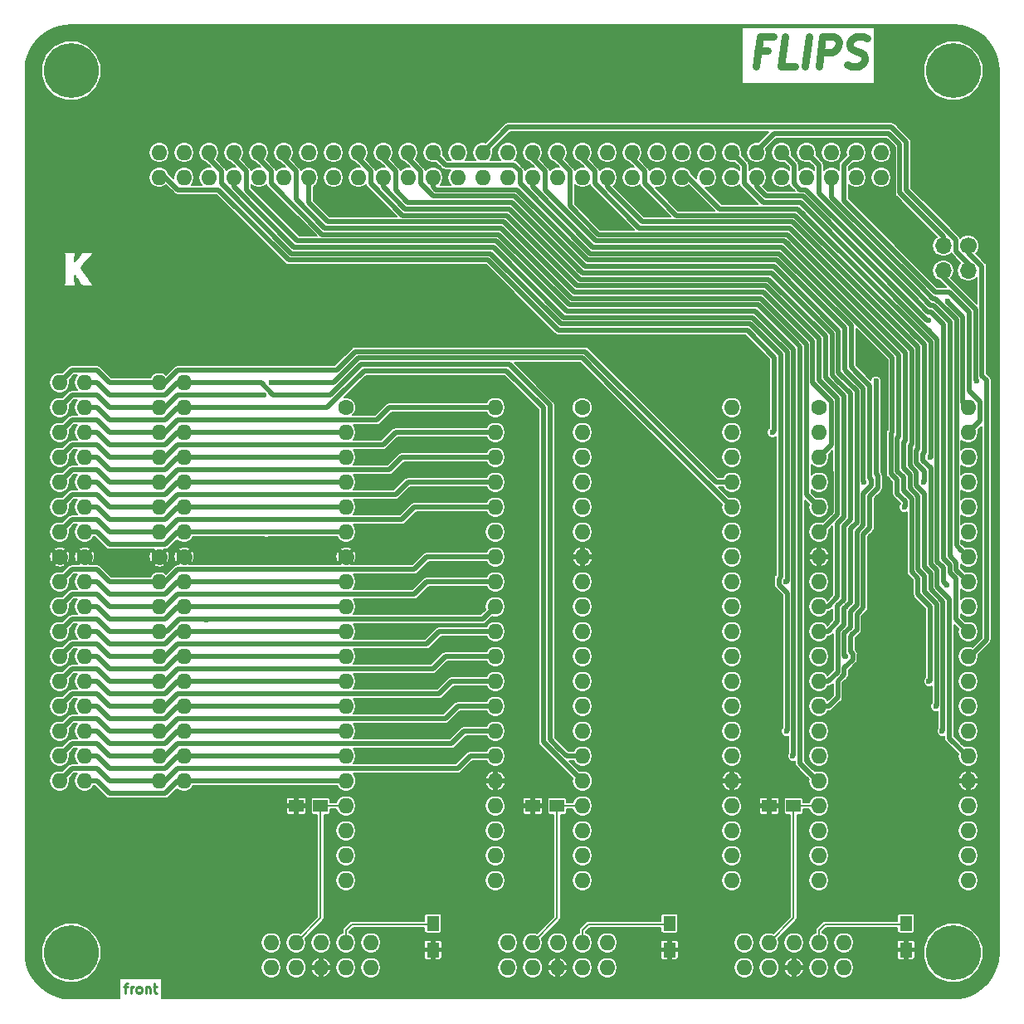
<source format=gbr>
G04 #@! TF.GenerationSoftware,KiCad,Pcbnew,(5.0.1)-4*
G04 #@! TF.CreationDate,2018-11-23T22:56:41+01:00*
G04 #@! TF.ProjectId,Flips7,466C697073372E6B696361645F706362,V1.0*
G04 #@! TF.SameCoordinates,Original*
G04 #@! TF.FileFunction,Copper,L1,Top,Signal*
G04 #@! TF.FilePolarity,Positive*
%FSLAX46Y46*%
G04 Gerber Fmt 4.6, Leading zero omitted, Abs format (unit mm)*
G04 Created by KiCad (PCBNEW (5.0.1)-4) date 23.11.2018 22:56:41*
%MOMM*%
%LPD*%
G01*
G04 APERTURE LIST*
G04 #@! TA.AperFunction,NonConductor*
%ADD10C,0.250000*%
G04 #@! TD*
G04 #@! TA.AperFunction,NonConductor*
%ADD11C,0.750000*%
G04 #@! TD*
G04 #@! TA.AperFunction,ComponentPad*
%ADD12O,1.600000X1.600000*%
G04 #@! TD*
G04 #@! TA.AperFunction,ComponentPad*
%ADD13C,1.600000*%
G04 #@! TD*
G04 #@! TA.AperFunction,ComponentPad*
%ADD14C,5.600000*%
G04 #@! TD*
G04 #@! TA.AperFunction,Conductor*
%ADD15C,1.600000*%
G04 #@! TD*
G04 #@! TA.AperFunction,SMDPad,CuDef*
%ADD16R,1.500000X1.250000*%
G04 #@! TD*
G04 #@! TA.AperFunction,ComponentPad*
%ADD17O,1.700000X1.700000*%
G04 #@! TD*
G04 #@! TA.AperFunction,ComponentPad*
%ADD18C,1.700000*%
G04 #@! TD*
G04 #@! TA.AperFunction,SMDPad,CuDef*
%ADD19R,1.300000X1.500000*%
G04 #@! TD*
G04 #@! TA.AperFunction,ViaPad*
%ADD20C,0.600000*%
G04 #@! TD*
G04 #@! TA.AperFunction,Conductor*
%ADD21C,0.200000*%
G04 #@! TD*
G04 #@! TA.AperFunction,Conductor*
%ADD22C,0.500000*%
G04 #@! TD*
G04 APERTURE END LIST*
D10*
X35774523Y-123864714D02*
X36155476Y-123864714D01*
X35917380Y-124531380D02*
X35917380Y-123674238D01*
X35965000Y-123579000D01*
X36060238Y-123531380D01*
X36155476Y-123531380D01*
X36488809Y-124531380D02*
X36488809Y-123864714D01*
X36488809Y-124055190D02*
X36536428Y-123959952D01*
X36584047Y-123912333D01*
X36679285Y-123864714D01*
X36774523Y-123864714D01*
X37250714Y-124531380D02*
X37155476Y-124483761D01*
X37107857Y-124436142D01*
X37060238Y-124340904D01*
X37060238Y-124055190D01*
X37107857Y-123959952D01*
X37155476Y-123912333D01*
X37250714Y-123864714D01*
X37393571Y-123864714D01*
X37488809Y-123912333D01*
X37536428Y-123959952D01*
X37584047Y-124055190D01*
X37584047Y-124340904D01*
X37536428Y-124436142D01*
X37488809Y-124483761D01*
X37393571Y-124531380D01*
X37250714Y-124531380D01*
X38012619Y-123864714D02*
X38012619Y-124531380D01*
X38012619Y-123959952D02*
X38060238Y-123912333D01*
X38155476Y-123864714D01*
X38298333Y-123864714D01*
X38393571Y-123912333D01*
X38441190Y-124007571D01*
X38441190Y-124531380D01*
X38774523Y-123864714D02*
X39155476Y-123864714D01*
X38917380Y-123531380D02*
X38917380Y-124388523D01*
X38965000Y-124483761D01*
X39060238Y-124531380D01*
X39155476Y-124531380D01*
D11*
X101476071Y-28360714D02*
X100476071Y-28360714D01*
X100279642Y-29932142D02*
X100654642Y-26932142D01*
X102083214Y-26932142D01*
X104279642Y-29932142D02*
X102851071Y-29932142D01*
X103226071Y-26932142D01*
X105279642Y-29932142D02*
X105654642Y-26932142D01*
X106708214Y-29932142D02*
X107083214Y-26932142D01*
X108226071Y-26932142D01*
X108493928Y-27075000D01*
X108618928Y-27217857D01*
X108726071Y-27503571D01*
X108672500Y-27932142D01*
X108493928Y-28217857D01*
X108333214Y-28360714D01*
X108029642Y-28503571D01*
X106886785Y-28503571D01*
X109583214Y-29789285D02*
X109993928Y-29932142D01*
X110708214Y-29932142D01*
X111011785Y-29789285D01*
X111172500Y-29646428D01*
X111351071Y-29360714D01*
X111386785Y-29075000D01*
X111279642Y-28789285D01*
X111154642Y-28646428D01*
X110886785Y-28503571D01*
X110333214Y-28360714D01*
X110065357Y-28217857D01*
X109940357Y-28075000D01*
X109833214Y-27789285D01*
X109868928Y-27503571D01*
X110047500Y-27217857D01*
X110208214Y-27075000D01*
X110511785Y-26932142D01*
X111226071Y-26932142D01*
X111636785Y-27075000D01*
D12*
G04 #@! TO.P,IC3,40*
G04 #@! TO.N,/X18*
X121920000Y-64770000D03*
G04 #@! TO.P,IC3,20*
G04 #@! TO.N,/X.A2*
X106680000Y-113030000D03*
G04 #@! TO.P,IC3,39*
G04 #@! TO.N,/X20*
X121920000Y-67310000D03*
G04 #@! TO.P,IC3,19*
G04 #@! TO.N,/X.A0*
X106680000Y-110490000D03*
G04 #@! TO.P,IC3,38*
G04 #@! TO.N,/X17*
X121920000Y-69850000D03*
G04 #@! TO.P,IC3,18*
G04 #@! TO.N,/X.A1*
X106680000Y-107950000D03*
G04 #@! TO.P,IC3,37*
G04 #@! TO.N,/X16*
X121920000Y-72390000D03*
G04 #@! TO.P,IC3,17*
G04 #@! TO.N,/VCC*
X106680000Y-105410000D03*
G04 #@! TO.P,IC3,36*
G04 #@! TO.N,/X15*
X121920000Y-74930000D03*
G04 #@! TO.P,IC3,16*
G04 #@! TO.N,/X01*
X106680000Y-102870000D03*
G04 #@! TO.P,IC3,35*
G04 #@! TO.N,/HV*
X121920000Y-77470000D03*
G04 #@! TO.P,IC3,15*
G04 #@! TO.N,/X02*
X106680000Y-100330000D03*
G04 #@! TO.P,IC3,34*
G04 #@! TO.N,/X19*
X121920000Y-80010000D03*
G04 #@! TO.P,IC3,14*
G04 #@! TO.N,/X03*
X106680000Y-97790000D03*
G04 #@! TO.P,IC3,33*
G04 #@! TO.N,/X21*
X121920000Y-82550000D03*
G04 #@! TO.P,IC3,13*
G04 #@! TO.N,/X04*
X106680000Y-95250000D03*
G04 #@! TO.P,IC3,32*
G04 #@! TO.N,/X28*
X121920000Y-85090000D03*
G04 #@! TO.P,IC3,12*
G04 #@! TO.N,/X06*
X106680000Y-92710000D03*
G04 #@! TO.P,IC3,31*
G04 #@! TO.N,/X26*
X121920000Y-87630000D03*
G04 #@! TO.P,IC3,11*
G04 #@! TO.N,/X05*
X106680000Y-90170000D03*
G04 #@! TO.P,IC3,30*
G04 #@! TO.N,/X27*
X121920000Y-90170000D03*
G04 #@! TO.P,IC3,10*
G04 #@! TO.N,/X07*
X106680000Y-87630000D03*
G04 #@! TO.P,IC3,29*
G04 #@! TO.N,/X25*
X121920000Y-92710000D03*
G04 #@! TO.P,IC3,9*
G04 #@! TO.N,/X14*
X106680000Y-85090000D03*
G04 #@! TO.P,IC3,28*
G04 #@! TO.N,/X24*
X121920000Y-95250000D03*
G04 #@! TO.P,IC3,8*
G04 #@! TO.N,/X12*
X106680000Y-82550000D03*
G04 #@! TO.P,IC3,27*
G04 #@! TO.N,/X23*
X121920000Y-97790000D03*
G04 #@! TO.P,IC3,7*
G04 #@! TO.N,GND*
X106680000Y-80010000D03*
G04 #@! TO.P,IC3,26*
G04 #@! TO.N,/X22*
X121920000Y-100330000D03*
G04 #@! TO.P,IC3,6*
G04 #@! TO.N,/X08*
X106680000Y-77470000D03*
G04 #@! TO.P,IC3,25*
G04 #@! TO.N,GND*
X121920000Y-102870000D03*
G04 #@! TO.P,IC3,5*
G04 #@! TO.N,/X09*
X106680000Y-74930000D03*
G04 #@! TO.P,IC3,24*
G04 #@! TO.N,/X.EN*
X121920000Y-105410000D03*
G04 #@! TO.P,IC3,4*
G04 #@! TO.N,/X10*
X106680000Y-72390000D03*
G04 #@! TO.P,IC3,23*
G04 #@! TO.N,/X.POL*
X121920000Y-107950000D03*
G04 #@! TO.P,IC3,3*
G04 #@! TO.N,/X13*
X106680000Y-69850000D03*
G04 #@! TO.P,IC3,22*
G04 #@! TO.N,/X.B1*
X121920000Y-110490000D03*
G04 #@! TO.P,IC3,2*
G04 #@! TO.N,/X11*
X106680000Y-67310000D03*
G04 #@! TO.P,IC3,21*
G04 #@! TO.N,/X.B0*
X121920000Y-113030000D03*
D13*
G04 #@! TO.P,IC3,1*
G04 #@! TO.N,Net-(IC3-Pad1)*
X106680000Y-64770000D03*
G04 #@! TD*
D14*
G04 #@! TO.P,REF\002A\002A,1*
G04 #@! TO.N,N/C*
X120400000Y-120400000D03*
G04 #@! TD*
G04 #@! TO.P,REF\002A\002A,1*
G04 #@! TO.N,N/C*
X30400000Y-120400000D03*
G04 #@! TD*
G04 #@! TO.P,REF\002A\002A,1*
G04 #@! TO.N,N/C*
X120400000Y-30400000D03*
G04 #@! TD*
D12*
G04 #@! TO.P,SHR2,34*
G04 #@! TO.N,/RY16*
X39370000Y-62230000D03*
G04 #@! TO.P,SHR2,33*
G04 #@! TO.N,/~SY16*
X41910000Y-62230000D03*
G04 #@! TO.P,SHR2,32*
G04 #@! TO.N,/RY15*
X39370000Y-64770000D03*
G04 #@! TO.P,SHR2,31*
G04 #@! TO.N,/~SY15*
X41910000Y-64770000D03*
G04 #@! TO.P,SHR2,30*
G04 #@! TO.N,/RY04*
X39370000Y-67310000D03*
G04 #@! TO.P,SHR2,29*
G04 #@! TO.N,/~SY11*
X41910000Y-67310000D03*
G04 #@! TO.P,SHR2,28*
G04 #@! TO.N,/RY06*
X39370000Y-69850000D03*
G04 #@! TO.P,SHR2,27*
G04 #@! TO.N,/~SY13*
X41910000Y-69850000D03*
G04 #@! TO.P,SHR2,26*
G04 #@! TO.N,/RY03*
X39370000Y-72390000D03*
G04 #@! TO.P,SHR2,25*
G04 #@! TO.N,/~SY10*
X41910000Y-72390000D03*
G04 #@! TO.P,SHR2,24*
G04 #@! TO.N,/RY02*
X39370000Y-74930000D03*
G04 #@! TO.P,SHR2,23*
G04 #@! TO.N,/~SY09*
X41910000Y-74930000D03*
G04 #@! TO.P,SHR2,22*
G04 #@! TO.N,/RY01*
X39370000Y-77470000D03*
G04 #@! TO.P,SHR2,21*
G04 #@! TO.N,/~SY08*
X41910000Y-77470000D03*
D13*
G04 #@! TO.P,SHR2,20*
G04 #@! TO.N,GND*
X39370000Y-80010000D03*
D15*
G04 #@! TD*
G04 #@! TO.N,GND*
G04 #@! TO.C,SHR2*
X39370000Y-80010000D02*
X39370000Y-80010000D01*
D13*
G04 #@! TO.P,SHR2,19*
G04 #@! TO.N,GND*
X41910000Y-80010000D03*
D15*
G04 #@! TD*
G04 #@! TO.N,GND*
G04 #@! TO.C,SHR2*
X41910000Y-80010000D02*
X41910000Y-80010000D01*
D12*
G04 #@! TO.P,SHR2,18*
G04 #@! TO.N,/RY05*
X39370000Y-82550000D03*
G04 #@! TO.P,SHR2,17*
G04 #@! TO.N,/~SY12*
X41910000Y-82550000D03*
G04 #@! TO.P,SHR2,16*
G04 #@! TO.N,/RY07*
X39370000Y-85090000D03*
G04 #@! TO.P,SHR2,15*
G04 #@! TO.N,/~SY14*
X41910000Y-85090000D03*
G04 #@! TO.P,SHR2,14*
G04 #@! TO.N,/RY14*
X39370000Y-87630000D03*
G04 #@! TO.P,SHR2,13*
G04 #@! TO.N,/~SY07*
X41910000Y-87630000D03*
G04 #@! TO.P,SHR2,12*
G04 #@! TO.N,/RY12*
X39370000Y-90170000D03*
G04 #@! TO.P,SHR2,11*
G04 #@! TO.N,/~SY05*
X41910000Y-90170000D03*
G04 #@! TO.P,SHR2,10*
G04 #@! TO.N,/RY13*
X39370000Y-92710000D03*
G04 #@! TO.P,SHR2,9*
G04 #@! TO.N,/~SY06*
X41910000Y-92710000D03*
G04 #@! TO.P,SHR2,8*
G04 #@! TO.N,/RY11*
X39370000Y-95250000D03*
G04 #@! TO.P,SHR2,7*
G04 #@! TO.N,/~SY04*
X41910000Y-95250000D03*
G04 #@! TO.P,SHR2,6*
G04 #@! TO.N,/RY10*
X39370000Y-97790000D03*
G04 #@! TO.P,SHR2,5*
G04 #@! TO.N,/~SY03*
X41910000Y-97790000D03*
G04 #@! TO.P,SHR2,4*
G04 #@! TO.N,/RY09*
X39370000Y-100330000D03*
G04 #@! TO.P,SHR2,3*
G04 #@! TO.N,/~SY02*
X41910000Y-100330000D03*
G04 #@! TO.P,SHR2,2*
G04 #@! TO.N,/RY08*
X39370000Y-102870000D03*
G04 #@! TO.P,SHR2,1*
G04 #@! TO.N,/~SY01*
X41910000Y-102870000D03*
G04 #@! TD*
D16*
G04 #@! TO.P,C2,2*
G04 #@! TO.N,GND*
X77490000Y-105410000D03*
G04 #@! TO.P,C2,1*
G04 #@! TO.N,/VCC*
X79990000Y-105410000D03*
G04 #@! TD*
D12*
G04 #@! TO.P,IC2,40*
G04 #@! TO.N,Net-(IC2-Pad40)*
X97790000Y-64770000D03*
G04 #@! TO.P,IC2,20*
G04 #@! TO.N,/Y2.A2*
X82550000Y-113030000D03*
G04 #@! TO.P,IC2,39*
G04 #@! TO.N,Net-(IC2-Pad39)*
X97790000Y-67310000D03*
G04 #@! TO.P,IC2,19*
G04 #@! TO.N,/Y2.A0*
X82550000Y-110490000D03*
G04 #@! TO.P,IC2,38*
G04 #@! TO.N,Net-(IC2-Pad38)*
X97790000Y-69850000D03*
G04 #@! TO.P,IC2,18*
G04 #@! TO.N,/Y2.A1*
X82550000Y-107950000D03*
G04 #@! TO.P,IC2,37*
G04 #@! TO.N,/RY16*
X97790000Y-72390000D03*
G04 #@! TO.P,IC2,17*
G04 #@! TO.N,/VCC*
X82550000Y-105410000D03*
G04 #@! TO.P,IC2,36*
G04 #@! TO.N,/RY15*
X97790000Y-74930000D03*
G04 #@! TO.P,IC2,16*
G04 #@! TO.N,/~SY15*
X82550000Y-102870000D03*
G04 #@! TO.P,IC2,35*
G04 #@! TO.N,/HV*
X97790000Y-77470000D03*
G04 #@! TO.P,IC2,15*
G04 #@! TO.N,/~SY16*
X82550000Y-100330000D03*
G04 #@! TO.P,IC2,34*
G04 #@! TO.N,Net-(IC2-Pad34)*
X97790000Y-80010000D03*
G04 #@! TO.P,IC2,14*
G04 #@! TO.N,Net-(IC2-Pad14)*
X82550000Y-97790000D03*
G04 #@! TO.P,IC2,33*
G04 #@! TO.N,Net-(IC2-Pad33)*
X97790000Y-82550000D03*
G04 #@! TO.P,IC2,13*
G04 #@! TO.N,Net-(IC2-Pad13)*
X82550000Y-95250000D03*
G04 #@! TO.P,IC2,32*
G04 #@! TO.N,Net-(IC2-Pad32)*
X97790000Y-85090000D03*
G04 #@! TO.P,IC2,12*
G04 #@! TO.N,Net-(IC2-Pad12)*
X82550000Y-92710000D03*
G04 #@! TO.P,IC2,31*
G04 #@! TO.N,Net-(IC2-Pad31)*
X97790000Y-87630000D03*
G04 #@! TO.P,IC2,11*
G04 #@! TO.N,Net-(IC2-Pad11)*
X82550000Y-90170000D03*
G04 #@! TO.P,IC2,30*
G04 #@! TO.N,Net-(IC2-Pad30)*
X97790000Y-90170000D03*
G04 #@! TO.P,IC2,10*
G04 #@! TO.N,Net-(IC2-Pad10)*
X82550000Y-87630000D03*
G04 #@! TO.P,IC2,29*
G04 #@! TO.N,Net-(IC2-Pad29)*
X97790000Y-92710000D03*
G04 #@! TO.P,IC2,9*
G04 #@! TO.N,Net-(IC2-Pad9)*
X82550000Y-85090000D03*
G04 #@! TO.P,IC2,28*
G04 #@! TO.N,Net-(IC2-Pad28)*
X97790000Y-95250000D03*
G04 #@! TO.P,IC2,8*
G04 #@! TO.N,Net-(IC2-Pad8)*
X82550000Y-82550000D03*
G04 #@! TO.P,IC2,27*
G04 #@! TO.N,Net-(IC2-Pad27)*
X97790000Y-97790000D03*
G04 #@! TO.P,IC2,7*
G04 #@! TO.N,GND*
X82550000Y-80010000D03*
G04 #@! TO.P,IC2,26*
G04 #@! TO.N,Net-(IC2-Pad26)*
X97790000Y-100330000D03*
G04 #@! TO.P,IC2,6*
G04 #@! TO.N,Net-(IC2-Pad6)*
X82550000Y-77470000D03*
G04 #@! TO.P,IC2,25*
G04 #@! TO.N,GND*
X97790000Y-102870000D03*
G04 #@! TO.P,IC2,5*
G04 #@! TO.N,Net-(IC2-Pad5)*
X82550000Y-74930000D03*
G04 #@! TO.P,IC2,24*
G04 #@! TO.N,/Y2.EN*
X97790000Y-105410000D03*
G04 #@! TO.P,IC2,4*
G04 #@! TO.N,Net-(IC2-Pad4)*
X82550000Y-72390000D03*
G04 #@! TO.P,IC2,23*
G04 #@! TO.N,/Y2.POL*
X97790000Y-107950000D03*
G04 #@! TO.P,IC2,3*
G04 #@! TO.N,Net-(IC2-Pad3)*
X82550000Y-69850000D03*
G04 #@! TO.P,IC2,22*
G04 #@! TO.N,/Y2.B1*
X97790000Y-110490000D03*
G04 #@! TO.P,IC2,2*
G04 #@! TO.N,Net-(IC2-Pad2)*
X82550000Y-67310000D03*
G04 #@! TO.P,IC2,21*
G04 #@! TO.N,/Y2.B0*
X97790000Y-113030000D03*
D13*
G04 #@! TO.P,IC2,1*
G04 #@! TO.N,Net-(IC2-Pad1)*
X82550000Y-64770000D03*
G04 #@! TD*
D12*
G04 #@! TO.P,IC1,40*
G04 #@! TO.N,/RY04*
X73660000Y-64770000D03*
G04 #@! TO.P,IC1,20*
G04 #@! TO.N,/Y1.A2*
X58420000Y-113030000D03*
G04 #@! TO.P,IC1,39*
G04 #@! TO.N,/RY06*
X73660000Y-67310000D03*
G04 #@! TO.P,IC1,19*
G04 #@! TO.N,/Y1.A0*
X58420000Y-110490000D03*
G04 #@! TO.P,IC1,38*
G04 #@! TO.N,/RY03*
X73660000Y-69850000D03*
G04 #@! TO.P,IC1,18*
G04 #@! TO.N,/Y1.A1*
X58420000Y-107950000D03*
G04 #@! TO.P,IC1,37*
G04 #@! TO.N,/RY02*
X73660000Y-72390000D03*
G04 #@! TO.P,IC1,17*
G04 #@! TO.N,/VCC*
X58420000Y-105410000D03*
G04 #@! TO.P,IC1,36*
G04 #@! TO.N,/RY01*
X73660000Y-74930000D03*
G04 #@! TO.P,IC1,16*
G04 #@! TO.N,/~SY01*
X58420000Y-102870000D03*
G04 #@! TO.P,IC1,35*
G04 #@! TO.N,/HV*
X73660000Y-77470000D03*
G04 #@! TO.P,IC1,15*
G04 #@! TO.N,/~SY02*
X58420000Y-100330000D03*
G04 #@! TO.P,IC1,34*
G04 #@! TO.N,/RY05*
X73660000Y-80010000D03*
G04 #@! TO.P,IC1,14*
G04 #@! TO.N,/~SY03*
X58420000Y-97790000D03*
G04 #@! TO.P,IC1,33*
G04 #@! TO.N,/RY07*
X73660000Y-82550000D03*
G04 #@! TO.P,IC1,13*
G04 #@! TO.N,/~SY04*
X58420000Y-95250000D03*
G04 #@! TO.P,IC1,32*
G04 #@! TO.N,/RY14*
X73660000Y-85090000D03*
G04 #@! TO.P,IC1,12*
G04 #@! TO.N,/~SY06*
X58420000Y-92710000D03*
G04 #@! TO.P,IC1,31*
G04 #@! TO.N,/RY12*
X73660000Y-87630000D03*
G04 #@! TO.P,IC1,11*
G04 #@! TO.N,/~SY05*
X58420000Y-90170000D03*
G04 #@! TO.P,IC1,30*
G04 #@! TO.N,/RY13*
X73660000Y-90170000D03*
G04 #@! TO.P,IC1,10*
G04 #@! TO.N,/~SY07*
X58420000Y-87630000D03*
G04 #@! TO.P,IC1,29*
G04 #@! TO.N,/RY11*
X73660000Y-92710000D03*
G04 #@! TO.P,IC1,9*
G04 #@! TO.N,/~SY14*
X58420000Y-85090000D03*
G04 #@! TO.P,IC1,28*
G04 #@! TO.N,/RY10*
X73660000Y-95250000D03*
G04 #@! TO.P,IC1,8*
G04 #@! TO.N,/~SY12*
X58420000Y-82550000D03*
G04 #@! TO.P,IC1,27*
G04 #@! TO.N,/RY09*
X73660000Y-97790000D03*
D13*
G04 #@! TO.P,IC1,7*
G04 #@! TO.N,GND*
X58420000Y-80010000D03*
D15*
G04 #@! TD*
G04 #@! TO.N,GND*
G04 #@! TO.C,IC1*
X58420000Y-80010000D02*
X58420000Y-80010000D01*
D12*
G04 #@! TO.P,IC1,26*
G04 #@! TO.N,/RY08*
X73660000Y-100330000D03*
G04 #@! TO.P,IC1,6*
G04 #@! TO.N,/~SY08*
X58420000Y-77470000D03*
G04 #@! TO.P,IC1,25*
G04 #@! TO.N,GND*
X73660000Y-102870000D03*
G04 #@! TO.P,IC1,5*
G04 #@! TO.N,/~SY09*
X58420000Y-74930000D03*
G04 #@! TO.P,IC1,24*
G04 #@! TO.N,/Y1.EN*
X73660000Y-105410000D03*
G04 #@! TO.P,IC1,4*
G04 #@! TO.N,/~SY10*
X58420000Y-72390000D03*
G04 #@! TO.P,IC1,23*
G04 #@! TO.N,/Y1.POL*
X73660000Y-107950000D03*
G04 #@! TO.P,IC1,3*
G04 #@! TO.N,/~SY13*
X58420000Y-69850000D03*
G04 #@! TO.P,IC1,22*
G04 #@! TO.N,/Y1.B1*
X73660000Y-110490000D03*
G04 #@! TO.P,IC1,2*
G04 #@! TO.N,/~SY11*
X58420000Y-67310000D03*
G04 #@! TO.P,IC1,21*
G04 #@! TO.N,/Y1.B0*
X73660000Y-113030000D03*
D13*
G04 #@! TO.P,IC1,1*
G04 #@! TO.N,Net-(IC1-Pad1)*
X58420000Y-64770000D03*
G04 #@! TD*
D17*
G04 #@! TO.P,JP1,4*
G04 #@! TO.N,/X04*
X119380000Y-50800000D03*
G04 #@! TO.P,JP1,3*
G04 #@! TO.N,/X27_X04*
X119380000Y-48260000D03*
G04 #@! TO.P,JP1,2*
G04 #@! TO.N,/X04_NC*
X121920000Y-50800000D03*
D18*
G04 #@! TO.P,JP1,1*
G04 #@! TO.N,/X27*
X121920000Y-48260000D03*
G04 #@! TD*
D16*
G04 #@! TO.P,C3,2*
G04 #@! TO.N,GND*
X101620000Y-105410000D03*
G04 #@! TO.P,C3,1*
G04 #@! TO.N,/VCC*
X104120000Y-105410000D03*
G04 #@! TD*
G04 #@! TO.P,C1,2*
G04 #@! TO.N,/VCC*
X55860000Y-105410000D03*
G04 #@! TO.P,C1,1*
G04 #@! TO.N,GND*
X53360000Y-105410000D03*
G04 #@! TD*
D12*
G04 #@! TO.P,BOARD1,1*
G04 #@! TO.N,/X11*
X39370000Y-41275000D03*
G04 #@! TO.P,BOARD1,2*
G04 #@! TO.N,/~SY07*
X41910000Y-41275000D03*
G04 #@! TO.P,BOARD1,3*
G04 #@! TO.N,/RY07*
X44450000Y-41275000D03*
G04 #@! TO.P,BOARD1,4*
G04 #@! TO.N,/X12*
X46990000Y-41275000D03*
G04 #@! TO.P,BOARD1,5*
G04 #@! TO.N,/~SY06*
X49530000Y-41275000D03*
G04 #@! TO.P,BOARD1,6*
G04 #@! TO.N,/RY06*
X52070000Y-41275000D03*
G04 #@! TO.P,BOARD1,7*
G04 #@! TO.N,/X13*
X54610000Y-41275000D03*
G04 #@! TO.P,BOARD1,8*
G04 #@! TO.N,/~SY03*
X57150000Y-41275000D03*
G04 #@! TO.P,BOARD1,9*
G04 #@! TO.N,/RY03*
X59690000Y-41275000D03*
G04 #@! TO.P,BOARD1,10*
G04 #@! TO.N,/X14*
X62230000Y-41275000D03*
G04 #@! TO.P,BOARD1,11*
G04 #@! TO.N,/~SY02*
X64770000Y-41275000D03*
G04 #@! TO.P,BOARD1,12*
G04 #@! TO.N,/X10*
X67310000Y-41275000D03*
G04 #@! TO.P,BOARD1,13*
G04 #@! TO.N,/RY02*
X69850000Y-41275000D03*
G04 #@! TO.P,BOARD1,14*
G04 #@! TO.N,/RY14*
X72390000Y-41275000D03*
G04 #@! TO.P,BOARD1,15*
G04 #@! TO.N,/~SY14*
X74930000Y-41275000D03*
G04 #@! TO.P,BOARD1,16*
G04 #@! TO.N,/X15*
X77470000Y-41275000D03*
G04 #@! TO.P,BOARD1,17*
G04 #@! TO.N,/~SY01*
X80010000Y-41275000D03*
G04 #@! TO.P,BOARD1,18*
G04 #@! TO.N,/RY01*
X82550000Y-41275000D03*
G04 #@! TO.P,BOARD1,19*
G04 #@! TO.N,/X16*
X85090000Y-41275000D03*
G04 #@! TO.P,BOARD1,20*
G04 #@! TO.N,/~SY04*
X87630000Y-41275000D03*
G04 #@! TO.P,BOARD1,21*
G04 #@! TO.N,/RY04*
X90170000Y-41275000D03*
G04 #@! TO.P,BOARD1,22*
G04 #@! TO.N,/X17*
X92710000Y-41275000D03*
G04 #@! TO.P,BOARD1,23*
G04 #@! TO.N,/~SY05*
X95250000Y-41275000D03*
G04 #@! TO.P,BOARD1,24*
G04 #@! TO.N,/RY05*
X97790000Y-41275000D03*
G04 #@! TO.P,BOARD1,25*
G04 #@! TO.N,/X18*
X100330000Y-41275000D03*
G04 #@! TO.P,BOARD1,26*
G04 #@! TO.N,/~SY08*
X102870000Y-41275000D03*
G04 #@! TO.P,BOARD1,27*
G04 #@! TO.N,/RY08*
X105410000Y-41275000D03*
G04 #@! TO.P,BOARD1,28*
G04 #@! TO.N,/X19*
X107950000Y-41275000D03*
G04 #@! TO.P,BOARD1,29*
G04 #@! TO.N,/~SY09*
X110490000Y-41275000D03*
G04 #@! TO.P,BOARD1,30*
G04 #@! TO.N,/RY09*
X113030000Y-41275000D03*
G04 #@! TO.P,BOARD1,31*
G04 #@! TO.N,/~SY12*
X39370000Y-38735000D03*
G04 #@! TO.P,BOARD1,32*
G04 #@! TO.N,/RY12*
X41910000Y-38735000D03*
G04 #@! TO.P,BOARD1,33*
G04 #@! TO.N,/X03*
X44450000Y-38735000D03*
G04 #@! TO.P,BOARD1,34*
G04 #@! TO.N,/X02*
X46990000Y-38735000D03*
G04 #@! TO.P,BOARD1,35*
G04 #@! TO.N,/X01*
X49530000Y-38735000D03*
G04 #@! TO.P,BOARD1,36*
G04 #@! TO.N,/X09*
X52070000Y-38735000D03*
G04 #@! TO.P,BOARD1,37*
G04 #@! TO.N,/RY13*
X54610000Y-38735000D03*
G04 #@! TO.P,BOARD1,38*
G04 #@! TO.N,/~SY13*
X57150000Y-38735000D03*
G04 #@! TO.P,BOARD1,39*
G04 #@! TO.N,/X08*
X59690000Y-38735000D03*
G04 #@! TO.P,BOARD1,40*
G04 #@! TO.N,/X07*
X62230000Y-38735000D03*
G04 #@! TO.P,BOARD1,41*
G04 #@! TO.N,/X06*
X64770000Y-38735000D03*
G04 #@! TO.P,BOARD1,42*
G04 #@! TO.N,/X05*
X67310000Y-38735000D03*
G04 #@! TO.P,BOARD1,43*
G04 #@! TO.N,/~SY10*
X69850000Y-38735000D03*
G04 #@! TO.P,BOARD1,44*
G04 #@! TO.N,/X04_NC*
X72390000Y-38735000D03*
G04 #@! TO.P,BOARD1,45*
G04 #@! TO.N,/RY10*
X74930000Y-38735000D03*
G04 #@! TO.P,BOARD1,46*
G04 #@! TO.N,/X25*
X77470000Y-38735000D03*
G04 #@! TO.P,BOARD1,47*
G04 #@! TO.N,/X24*
X80010000Y-38735000D03*
G04 #@! TO.P,BOARD1,48*
G04 #@! TO.N,/X23*
X82550000Y-38735000D03*
G04 #@! TO.P,BOARD1,49*
G04 #@! TO.N,/~SY16*
X85090000Y-38735000D03*
G04 #@! TO.P,BOARD1,50*
G04 #@! TO.N,/X22*
X87630000Y-38735000D03*
G04 #@! TO.P,BOARD1,51*
G04 #@! TO.N,/RY16*
X90170000Y-38735000D03*
G04 #@! TO.P,BOARD1,52*
G04 #@! TO.N,/RY15*
X92710000Y-38735000D03*
G04 #@! TO.P,BOARD1,53*
G04 #@! TO.N,/~SY15*
X95250000Y-38735000D03*
G04 #@! TO.P,BOARD1,54*
G04 #@! TO.N,/X28*
X97790000Y-38735000D03*
G04 #@! TO.P,BOARD1,55*
G04 #@! TO.N,/X27_X04*
X100330000Y-38735000D03*
G04 #@! TO.P,BOARD1,56*
G04 #@! TO.N,/X26*
X102870000Y-38735000D03*
G04 #@! TO.P,BOARD1,57*
G04 #@! TO.N,/X21*
X105410000Y-38735000D03*
G04 #@! TO.P,BOARD1,58*
G04 #@! TO.N,/RY11*
X107950000Y-38735000D03*
G04 #@! TO.P,BOARD1,59*
G04 #@! TO.N,/X20*
X110490000Y-38735000D03*
G04 #@! TO.P,BOARD1,60*
G04 #@! TO.N,/~SY11*
X113030000Y-38735000D03*
G04 #@! TD*
G04 #@! TO.P,CNX1,1*
G04 #@! TO.N,/X.B1*
X109220000Y-119380000D03*
G04 #@! TO.P,CNX1,2*
G04 #@! TO.N,/X.B0*
X109220000Y-121920000D03*
G04 #@! TO.P,CNX1,3*
G04 #@! TO.N,/X.EN*
X106680000Y-119380000D03*
G04 #@! TO.P,CNX1,4*
G04 #@! TO.N,/X.POL*
X106680000Y-121920000D03*
G04 #@! TO.P,CNX1,5*
G04 #@! TO.N,/HV*
X104140000Y-119380000D03*
G04 #@! TO.P,CNX1,6*
G04 #@! TO.N,GND*
X104140000Y-121920000D03*
G04 #@! TO.P,CNX1,7*
G04 #@! TO.N,/VCC*
X101600000Y-119380000D03*
G04 #@! TO.P,CNX1,8*
G04 #@! TO.N,/X.A1*
X101600000Y-121920000D03*
G04 #@! TO.P,CNX1,9*
G04 #@! TO.N,/X.A0*
X99060000Y-119380000D03*
G04 #@! TO.P,CNX1,10*
G04 #@! TO.N,/X.A2*
X99060000Y-121920000D03*
G04 #@! TD*
G04 #@! TO.P,CNY1,1*
G04 #@! TO.N,/Y1.B1*
X60960000Y-119380000D03*
G04 #@! TO.P,CNY1,2*
G04 #@! TO.N,/Y1.B0*
X60960000Y-121920000D03*
G04 #@! TO.P,CNY1,3*
G04 #@! TO.N,/Y1.EN*
X58420000Y-119380000D03*
G04 #@! TO.P,CNY1,4*
G04 #@! TO.N,/Y1.POL*
X58420000Y-121920000D03*
G04 #@! TO.P,CNY1,5*
G04 #@! TO.N,/HV*
X55880000Y-119380000D03*
G04 #@! TO.P,CNY1,6*
G04 #@! TO.N,GND*
X55880000Y-121920000D03*
G04 #@! TO.P,CNY1,7*
G04 #@! TO.N,/VCC*
X53340000Y-119380000D03*
G04 #@! TO.P,CNY1,8*
G04 #@! TO.N,/Y1.A1*
X53340000Y-121920000D03*
G04 #@! TO.P,CNY1,9*
G04 #@! TO.N,/Y1.A0*
X50800000Y-119380000D03*
G04 #@! TO.P,CNY1,10*
G04 #@! TO.N,/Y1.A2*
X50800000Y-121920000D03*
G04 #@! TD*
G04 #@! TO.P,CNY2,10*
G04 #@! TO.N,/Y2.A2*
X74930000Y-121920000D03*
G04 #@! TO.P,CNY2,9*
G04 #@! TO.N,/Y2.A0*
X74930000Y-119380000D03*
G04 #@! TO.P,CNY2,8*
G04 #@! TO.N,/Y2.A1*
X77470000Y-121920000D03*
G04 #@! TO.P,CNY2,7*
G04 #@! TO.N,/VCC*
X77470000Y-119380000D03*
G04 #@! TO.P,CNY2,6*
G04 #@! TO.N,GND*
X80010000Y-121920000D03*
G04 #@! TO.P,CNY2,5*
G04 #@! TO.N,/HV*
X80010000Y-119380000D03*
G04 #@! TO.P,CNY2,4*
G04 #@! TO.N,/Y2.POL*
X82550000Y-121920000D03*
G04 #@! TO.P,CNY2,3*
G04 #@! TO.N,/Y2.EN*
X82550000Y-119380000D03*
G04 #@! TO.P,CNY2,2*
G04 #@! TO.N,/Y2.B0*
X85090000Y-121920000D03*
G04 #@! TO.P,CNY2,1*
G04 #@! TO.N,/Y2.B1*
X85090000Y-119380000D03*
G04 #@! TD*
G04 #@! TO.P,SHR1,1*
G04 #@! TO.N,/~SY01*
X31750000Y-102870000D03*
G04 #@! TO.P,SHR1,2*
G04 #@! TO.N,/RY08*
X29210000Y-102870000D03*
G04 #@! TO.P,SHR1,3*
G04 #@! TO.N,/~SY02*
X31750000Y-100330000D03*
G04 #@! TO.P,SHR1,4*
G04 #@! TO.N,/RY09*
X29210000Y-100330000D03*
G04 #@! TO.P,SHR1,5*
G04 #@! TO.N,/~SY03*
X31750000Y-97790000D03*
G04 #@! TO.P,SHR1,6*
G04 #@! TO.N,/RY10*
X29210000Y-97790000D03*
G04 #@! TO.P,SHR1,7*
G04 #@! TO.N,/~SY04*
X31750000Y-95250000D03*
G04 #@! TO.P,SHR1,8*
G04 #@! TO.N,/RY11*
X29210000Y-95250000D03*
G04 #@! TO.P,SHR1,9*
G04 #@! TO.N,/~SY06*
X31750000Y-92710000D03*
G04 #@! TO.P,SHR1,10*
G04 #@! TO.N,/RY13*
X29210000Y-92710000D03*
G04 #@! TO.P,SHR1,11*
G04 #@! TO.N,/~SY05*
X31750000Y-90170000D03*
G04 #@! TO.P,SHR1,12*
G04 #@! TO.N,/RY12*
X29210000Y-90170000D03*
G04 #@! TO.P,SHR1,13*
G04 #@! TO.N,/~SY07*
X31750000Y-87630000D03*
G04 #@! TO.P,SHR1,14*
G04 #@! TO.N,/RY14*
X29210000Y-87630000D03*
G04 #@! TO.P,SHR1,15*
G04 #@! TO.N,/~SY14*
X31750000Y-85090000D03*
G04 #@! TO.P,SHR1,16*
G04 #@! TO.N,/RY07*
X29210000Y-85090000D03*
G04 #@! TO.P,SHR1,17*
G04 #@! TO.N,/~SY12*
X31750000Y-82550000D03*
G04 #@! TO.P,SHR1,18*
G04 #@! TO.N,/RY05*
X29210000Y-82550000D03*
D13*
G04 #@! TO.P,SHR1,19*
G04 #@! TO.N,GND*
X31750000Y-80010000D03*
D15*
G04 #@! TD*
G04 #@! TO.N,GND*
G04 #@! TO.C,SHR1*
X31750000Y-80010000D02*
X31750000Y-80010000D01*
D13*
G04 #@! TO.P,SHR1,20*
G04 #@! TO.N,GND*
X29210000Y-80010000D03*
D15*
G04 #@! TD*
G04 #@! TO.N,GND*
G04 #@! TO.C,SHR1*
X29210000Y-80010000D02*
X29210000Y-80010000D01*
D12*
G04 #@! TO.P,SHR1,21*
G04 #@! TO.N,/~SY08*
X31750000Y-77470000D03*
G04 #@! TO.P,SHR1,22*
G04 #@! TO.N,/RY01*
X29210000Y-77470000D03*
G04 #@! TO.P,SHR1,23*
G04 #@! TO.N,/~SY09*
X31750000Y-74930000D03*
G04 #@! TO.P,SHR1,24*
G04 #@! TO.N,/RY02*
X29210000Y-74930000D03*
G04 #@! TO.P,SHR1,25*
G04 #@! TO.N,/~SY10*
X31750000Y-72390000D03*
G04 #@! TO.P,SHR1,26*
G04 #@! TO.N,/RY03*
X29210000Y-72390000D03*
G04 #@! TO.P,SHR1,27*
G04 #@! TO.N,/~SY13*
X31750000Y-69850000D03*
G04 #@! TO.P,SHR1,28*
G04 #@! TO.N,/RY06*
X29210000Y-69850000D03*
G04 #@! TO.P,SHR1,29*
G04 #@! TO.N,/~SY11*
X31750000Y-67310000D03*
G04 #@! TO.P,SHR1,30*
G04 #@! TO.N,/RY04*
X29210000Y-67310000D03*
G04 #@! TO.P,SHR1,31*
G04 #@! TO.N,/~SY15*
X31750000Y-64770000D03*
G04 #@! TO.P,SHR1,32*
G04 #@! TO.N,/RY15*
X29210000Y-64770000D03*
G04 #@! TO.P,SHR1,33*
G04 #@! TO.N,/~SY16*
X31750000Y-62230000D03*
G04 #@! TO.P,SHR1,34*
G04 #@! TO.N,/RY16*
X29210000Y-62230000D03*
G04 #@! TD*
D14*
G04 #@! TO.P,REF\002A\002A,1*
G04 #@! TO.N,N/C*
X30400000Y-30400000D03*
G04 #@! TD*
D19*
G04 #@! TO.P,R1,1*
G04 #@! TO.N,/Y1.EN*
X67310000Y-117395000D03*
G04 #@! TO.P,R1,2*
G04 #@! TO.N,GND*
X67310000Y-120095000D03*
G04 #@! TD*
G04 #@! TO.P,R2,2*
G04 #@! TO.N,GND*
X91440000Y-120095000D03*
G04 #@! TO.P,R2,1*
G04 #@! TO.N,/Y2.EN*
X91440000Y-117395000D03*
G04 #@! TD*
G04 #@! TO.P,R3,2*
G04 #@! TO.N,GND*
X115570000Y-120095000D03*
G04 #@! TO.P,R3,1*
G04 #@! TO.N,/X.EN*
X115570000Y-117395000D03*
G04 #@! TD*
D20*
G04 #@! TO.N,/X04*
X112522000Y-62052200D03*
X122783600Y-62052200D03*
G04 #@! TO.N,/X18*
X117906800Y-55829200D03*
X119862600Y-53924200D03*
G04 #@! TO.N,/X17*
X118057955Y-69850000D03*
G04 #@! TO.N,/X16*
X117373400Y-72390000D03*
G04 #@! TO.N,/X15*
X115392200Y-74930000D03*
G04 #@! TO.N,/X02*
X104013000Y-100330000D03*
G04 #@! TO.N,/X03*
X103378000Y-97790000D03*
G04 #@! TO.N,/X28*
X119710200Y-82880200D03*
G04 #@! TO.N,/X05*
X109372400Y-90170000D03*
G04 #@! TO.N,/X25*
X117919500Y-92710000D03*
G04 #@! TO.N,/X24*
X118618000Y-95250000D03*
G04 #@! TO.N,/X12*
X103352600Y-82550000D03*
G04 #@! TO.N,/X23*
X119253000Y-97790000D03*
G04 #@! TO.N,/X10*
X111302800Y-72390000D03*
G04 #@! TO.N,/X11*
X101955600Y-67310000D03*
G04 #@! TO.N,/RY07*
X34927197Y-85116649D03*
G04 #@! TO.N,/RY06*
X36449000Y-69850000D03*
G04 #@! TO.N,/RY03*
X43078400Y-71120000D03*
G04 #@! TO.N,/RY02*
X45059600Y-73660000D03*
G04 #@! TO.N,/RY14*
X44247685Y-86434326D03*
G04 #@! TO.N,/~SY14*
X45720000Y-85090000D03*
G04 #@! TO.N,/RY01*
X47625000Y-76200000D03*
G04 #@! TO.N,/~SY04*
X47625000Y-95250000D03*
G04 #@! TO.N,/RY04*
X49149000Y-66040000D03*
G04 #@! TO.N,/~SY05*
X46482000Y-90170000D03*
G04 #@! TO.N,/RY05*
X47879000Y-81280000D03*
G04 #@! TO.N,/~SY08*
X50292000Y-77470000D03*
G04 #@! TO.N,/RY08*
X48260000Y-101600000D03*
G04 #@! TO.N,/~SY09*
X53086000Y-74930000D03*
G04 #@! TO.N,/RY09*
X50800000Y-99060000D03*
G04 #@! TO.N,/~SY13*
X37261800Y-71120000D03*
G04 #@! TO.N,/~SY10*
X44399200Y-72390000D03*
G04 #@! TO.N,/RY10*
X45085000Y-96520000D03*
G04 #@! TO.N,/~SY16*
X49149000Y-62230000D03*
G04 #@! TO.N,/RY16*
X49784000Y-60960000D03*
G04 #@! TO.N,/RY15*
X50800000Y-62230000D03*
X50038000Y-63500000D03*
G04 #@! TO.N,/~SY15*
X49784000Y-64770000D03*
G04 #@! TO.N,/RY11*
X49149000Y-93980000D03*
G04 #@! TO.N,/~SY11*
X55499000Y-67310000D03*
G04 #@! TO.N,GND*
X60325000Y-100330000D03*
X60325000Y-102870000D03*
X60325000Y-97790000D03*
X60325000Y-95250000D03*
X60325000Y-92710000D03*
X60325000Y-90170000D03*
X60325000Y-87630000D03*
X60325000Y-85090000D03*
X60325000Y-82550000D03*
X60325000Y-74930000D03*
X60325000Y-72390000D03*
X60325000Y-69850000D03*
X61595000Y-67310000D03*
X61595000Y-64770000D03*
X111760000Y-59055000D03*
X113030000Y-44450000D03*
X101600000Y-40005000D03*
X117475000Y-49530000D03*
X86360000Y-40005000D03*
X121920000Y-115570000D03*
X123190000Y-109220000D03*
X123190000Y-104140000D03*
X123190000Y-99060000D03*
X123190000Y-93980000D03*
X121920000Y-45085000D03*
X116840000Y-40005000D03*
X71120000Y-37465000D03*
X58420000Y-37465000D03*
X48260000Y-37465000D03*
X36830000Y-38735000D03*
X30480000Y-46355000D03*
X30480000Y-58420000D03*
X30480000Y-106680000D03*
X40640000Y-106680000D03*
X102235000Y-113030000D03*
X111760000Y-59055000D03*
X85090000Y-58420000D03*
X98425000Y-58420000D03*
X65405000Y-57785000D03*
X45085000Y-46355000D03*
X84455000Y-45085000D03*
X50800000Y-43815000D03*
X79375000Y-61595000D03*
X76835000Y-66040000D03*
X100965000Y-74295000D03*
X115570000Y-83820000D03*
X113030000Y-83820000D03*
X88900000Y-83820000D03*
X91440000Y-83820000D03*
X90170000Y-80645000D03*
X114300000Y-80645000D03*
X67310000Y-85090000D03*
X76835000Y-80010000D03*
X76835000Y-74930000D03*
X100965000Y-80010000D03*
X51435000Y-105410000D03*
X75565000Y-105410000D03*
X99695000Y-105410000D03*
X78105000Y-113030000D03*
X53975000Y-113030000D03*
X64770000Y-108585000D03*
X88900000Y-108585000D03*
X113030000Y-108585000D03*
X110490000Y-123190000D03*
X100330000Y-123825000D03*
X76200000Y-123825000D03*
X49530000Y-123825000D03*
X107696000Y-71120000D03*
X122936000Y-68580000D03*
X122936000Y-76200000D03*
X122936000Y-83820000D03*
G04 #@! TD*
D21*
G04 #@! TO.N,/X.EN*
X106680000Y-119380000D02*
X106680000Y-118110000D01*
X115490000Y-117475000D02*
X115570000Y-117395000D01*
X113030000Y-117475000D02*
X115490000Y-117475000D01*
X107315000Y-117475000D02*
X113030000Y-117475000D01*
X106680000Y-118110000D02*
X107315000Y-117475000D01*
D22*
G04 #@! TO.N,/X04*
X112516814Y-62052200D02*
X112516814Y-70993000D01*
X107696000Y-95250000D02*
X106680000Y-95250000D01*
X108610400Y-94335600D02*
X108610400Y-92667436D01*
X108610400Y-92667436D02*
X109059018Y-92218818D01*
X108102400Y-94843600D02*
X108610400Y-94335600D01*
X108102400Y-94843600D02*
X107696000Y-95250000D01*
X109915204Y-89671404D02*
X110134400Y-89890600D01*
X110559608Y-87440936D02*
X110112772Y-87887772D01*
X110559608Y-85823572D02*
X110559608Y-87440936D01*
X110815390Y-85567790D02*
X110559608Y-85823572D01*
X112516814Y-70993000D02*
X112516814Y-71551800D01*
X112516814Y-71551800D02*
X112691802Y-71726788D01*
X112691802Y-71726788D02*
X112691802Y-72975844D01*
X112691802Y-72975844D02*
X111864412Y-73803234D01*
X111864412Y-73803234D02*
X111864412Y-77034004D01*
X111864412Y-77034004D02*
X111212010Y-77686406D01*
X111212010Y-77686406D02*
X111212010Y-85171170D01*
X111212010Y-85171170D02*
X110815390Y-85567790D01*
X110112772Y-87887772D02*
X109915204Y-88085340D01*
X109915204Y-88085340D02*
X109915204Y-89671404D01*
X112522000Y-62052200D02*
X112516814Y-62052200D01*
X112516814Y-62052200D02*
X112522000Y-62052200D01*
X112522000Y-62052200D02*
X112516814Y-62052200D01*
X119380000Y-51452164D02*
X119380000Y-50800000D01*
X122674806Y-54746970D02*
X119380000Y-51452164D01*
X122674806Y-61943406D02*
X122674806Y-54746970D01*
X122783600Y-62052200D02*
X122674806Y-61943406D01*
X110134400Y-89890600D02*
X110134400Y-90474800D01*
X109262802Y-92015034D02*
X109059018Y-92218818D01*
X109262802Y-91346398D02*
X109262802Y-92015034D01*
X110134400Y-90474800D02*
X109262802Y-91346398D01*
G04 #@! TO.N,/X27_X04*
X119380000Y-47277636D02*
X119380000Y-48260000D01*
X116029432Y-43927068D02*
X119380000Y-47277636D01*
X116029432Y-43927068D02*
X114952402Y-42850038D01*
X100330000Y-38574364D02*
X100330000Y-38735000D01*
X101329182Y-37575182D02*
X100330000Y-38574364D01*
X114253318Y-37257682D02*
X114221568Y-37225932D01*
X114952402Y-37956766D02*
X114253318Y-37257682D01*
X114952402Y-42850038D02*
X114952402Y-37956766D01*
X114221568Y-37225932D02*
X113808234Y-36812598D01*
X113808234Y-36812598D02*
X102091766Y-36812598D01*
X102091766Y-36812598D02*
X101424432Y-37479932D01*
X101424432Y-37479932D02*
X101329182Y-37575182D01*
G04 #@! TO.N,/X04_NC*
X120650000Y-47625000D02*
X120650000Y-48260000D01*
X118745000Y-45720000D02*
X120650000Y-47625000D01*
X118745000Y-45720000D02*
X115604804Y-42579804D01*
X74964804Y-36160196D02*
X72390000Y-38735000D01*
X114078468Y-36160196D02*
X74964804Y-36160196D01*
X114555886Y-36637614D02*
X114078468Y-36160196D01*
X115604804Y-42579804D02*
X115604804Y-37686532D01*
X115604804Y-37686532D02*
X114587636Y-36669364D01*
X114587636Y-36669364D02*
X114555886Y-36637614D01*
X120650000Y-48260000D02*
X120650000Y-48818800D01*
X121920000Y-50088800D02*
X121920000Y-50800000D01*
X120650000Y-48818800D02*
X121920000Y-50088800D01*
G04 #@! TO.N,/X27*
X123327208Y-50444400D02*
X123327208Y-60274200D01*
X123774803Y-63779400D02*
X123774803Y-61951203D01*
X123774803Y-63779400D02*
X123774803Y-87439500D01*
X123327208Y-60274200D02*
X123327208Y-61503608D01*
X123327208Y-61503608D02*
X123774803Y-61951203D01*
X123774803Y-87439500D02*
X123774803Y-88475833D01*
X122080636Y-90170000D02*
X121920000Y-90170000D01*
X123774803Y-88475833D02*
X122080636Y-90170000D01*
X121920000Y-48260000D02*
X121920000Y-48971200D01*
X123291600Y-50444400D02*
X123327208Y-50444400D01*
X123327208Y-50408792D02*
X123291600Y-50444400D01*
X123327208Y-50378408D02*
X123327208Y-50408792D01*
X121920000Y-48971200D02*
X123327208Y-50378408D01*
G04 #@! TO.N,/X18*
X105080038Y-43197402D02*
X116691718Y-54809082D01*
X103759000Y-43197402D02*
X105080038Y-43197402D01*
X121920000Y-64770000D02*
X121370002Y-64220002D01*
X121370002Y-64220002D02*
X121370002Y-55829200D01*
X116691718Y-54809082D02*
X117711836Y-55829200D01*
X117711836Y-55829200D02*
X117906800Y-55829200D01*
X119862600Y-54005556D02*
X120202922Y-54345878D01*
X119862600Y-53924200D02*
X119862600Y-54005556D01*
X120202922Y-54345878D02*
X121370002Y-55512958D01*
X121370002Y-55512958D02*
X121370002Y-55829200D01*
X103759000Y-43197402D02*
X101270038Y-43197402D01*
X100330000Y-42257364D02*
X100330000Y-41275000D01*
X101270038Y-43197402D02*
X100330000Y-42257364D01*
G04 #@! TO.N,/X20*
X110490000Y-38735000D02*
X109220000Y-40005000D01*
X109220000Y-43646820D02*
X109939090Y-44365910D01*
X109939090Y-44365910D02*
X110256590Y-44683410D01*
X109220000Y-40005000D02*
X109220000Y-43646820D01*
X109939090Y-44365910D02*
X117178090Y-51604910D01*
X122719999Y-66510001D02*
X121920000Y-67310000D01*
X122022404Y-56057800D02*
X122022404Y-62661800D01*
X122022404Y-62661800D02*
X122022404Y-63092850D01*
X122022404Y-63092850D02*
X122961400Y-64031846D01*
X123122401Y-66107599D02*
X122719999Y-66510001D01*
X122961400Y-64031846D02*
X123122401Y-64192847D01*
X123122401Y-64192847D02*
X123122401Y-66107599D01*
X117178090Y-51604910D02*
X118532180Y-52959000D01*
X119964200Y-52959000D02*
X121031000Y-54025800D01*
X118532180Y-52959000D02*
X119964200Y-52959000D01*
X121031000Y-54025800D02*
X122022404Y-55017204D01*
X122022404Y-55017204D02*
X122022404Y-56057800D01*
G04 #@! TO.N,/X17*
X106045000Y-46007636D02*
X117127982Y-57090618D01*
X93345000Y-41275000D02*
X96572206Y-44502206D01*
X92710000Y-41275000D02*
X93345000Y-41275000D01*
X96572206Y-44502206D02*
X104539570Y-44502206D01*
X104886934Y-44849570D02*
X106045000Y-46007636D01*
X104539570Y-44502206D02*
X106045000Y-46007636D01*
X117127982Y-57090618D02*
X118107965Y-58070601D01*
X118107965Y-69799990D02*
X118057955Y-69850000D01*
X118107965Y-58070601D02*
X118107965Y-69799990D01*
G04 #@! TO.N,/X16*
X115722746Y-57530654D02*
X103999102Y-45807010D01*
X88639646Y-45807010D02*
X85090000Y-42257364D01*
X85090000Y-41275000D02*
X85090000Y-42257364D01*
X88639646Y-45807010D02*
X103999102Y-45807010D01*
X116803161Y-58611069D02*
X115722746Y-57530654D01*
X116803161Y-68986400D02*
X116803161Y-58611069D01*
X116644798Y-69144763D02*
X116803161Y-68986400D01*
X116644798Y-70425034D02*
X116644798Y-69144763D01*
X117455555Y-71235791D02*
X116644798Y-70425034D01*
X117455555Y-72307845D02*
X117455555Y-71235791D01*
X117373400Y-72390000D02*
X117455555Y-72307845D01*
G04 #@! TO.N,/X15*
X83629254Y-48416618D02*
X100330000Y-48416618D01*
X100330000Y-48416618D02*
X101121618Y-48416618D01*
X100330000Y-48416618D02*
X102918166Y-48416618D01*
X102918166Y-48416618D02*
X113128174Y-58626626D01*
X77470000Y-42257364D02*
X77470000Y-41275000D01*
X83629254Y-48416618D02*
X77470000Y-42257364D01*
X113128174Y-58626626D02*
X114193553Y-59692005D01*
X115498349Y-74823851D02*
X115392200Y-74930000D01*
X115498349Y-74343702D02*
X115498349Y-74823851D01*
X114679594Y-73524947D02*
X115498349Y-74343702D01*
X114679594Y-72150374D02*
X114679594Y-73524947D01*
X114035190Y-71505970D02*
X114679594Y-72150374D01*
X114035190Y-67417563D02*
X114035190Y-71505970D01*
X114193553Y-67259200D02*
X114035190Y-67417563D01*
X114193553Y-59692005D02*
X114193553Y-67259200D01*
G04 #@! TO.N,/X01*
X49530000Y-38735000D02*
X49530000Y-39370000D01*
X104757598Y-58559774D02*
X104378912Y-58181088D01*
X104378912Y-58181088D02*
X100486060Y-54288236D01*
X81197148Y-54288236D02*
X100486060Y-54288236D01*
X74020726Y-47111814D02*
X81197148Y-54288236D01*
X56001814Y-47111814D02*
X74020726Y-47111814D01*
X50800000Y-41910000D02*
X56001814Y-47111814D01*
X50800000Y-40640000D02*
X50800000Y-41910000D01*
X49530000Y-39370000D02*
X50800000Y-40640000D01*
X104757598Y-80627598D02*
X104757598Y-79857600D01*
X106680000Y-102870000D02*
X106570164Y-102870000D01*
X105456682Y-101756518D02*
X106570164Y-102870000D01*
X104757598Y-79857600D02*
X104757598Y-59436000D01*
X104757598Y-59436000D02*
X104757598Y-58559774D01*
X104757598Y-80627598D02*
X104757598Y-83972400D01*
X104757598Y-83972400D02*
X104757598Y-101057434D01*
X105456682Y-101756518D02*
X104757598Y-101057434D01*
X104757598Y-58559774D02*
X104378912Y-58181088D01*
G04 #@! TO.N,/X02*
X46990000Y-38735000D02*
X46990000Y-39370000D01*
X104105196Y-100237804D02*
X104013000Y-100330000D01*
X104105196Y-88595200D02*
X104105196Y-100237804D01*
X104105196Y-81448396D02*
X104105196Y-88595200D01*
X104105196Y-80340200D02*
X104105196Y-81448396D01*
X104105196Y-60706000D02*
X104105196Y-80340200D01*
X104105196Y-58830008D02*
X104105196Y-60706000D01*
X53479216Y-47764216D02*
X48260000Y-42545000D01*
X100215826Y-54940638D02*
X104105196Y-58830008D01*
X80926914Y-54940638D02*
X100215826Y-54940638D01*
X73750492Y-47764216D02*
X80926914Y-54940638D01*
X53479216Y-47764216D02*
X73750492Y-47764216D01*
X46990000Y-39370000D02*
X48260000Y-40640000D01*
X48260000Y-40640000D02*
X48260000Y-42545000D01*
G04 #@! TO.N,/X19*
X120719643Y-70039051D02*
X120719642Y-72200950D01*
X120717600Y-78807600D02*
X121120001Y-79210001D01*
X121120001Y-79210001D02*
X121920000Y-80010000D01*
X120717600Y-72202992D02*
X120717600Y-78807600D01*
X120719642Y-72200950D02*
X120717600Y-72202992D01*
X120717600Y-70037008D02*
X120719643Y-70039051D01*
X120717600Y-68650103D02*
X120717600Y-70037008D01*
X120717600Y-68650103D02*
X120717600Y-56464200D01*
X107950000Y-43299456D02*
X107950000Y-41275000D01*
X117161272Y-52510728D02*
X107950000Y-43299456D01*
X117161272Y-52510728D02*
X118291572Y-53641028D01*
X120717600Y-55783192D02*
X120717600Y-56464200D01*
X119970204Y-55035796D02*
X120717600Y-55783192D01*
X118291572Y-53641028D02*
X118575436Y-53641028D01*
X118575436Y-53641028D02*
X119970204Y-55035796D01*
G04 #@! TO.N,/X03*
X44450000Y-38735000D02*
X44450000Y-39370000D01*
X103452794Y-97715206D02*
X103378000Y-97790000D01*
X103452794Y-83691594D02*
X103452794Y-97715206D01*
X102616000Y-82854800D02*
X103452794Y-83691594D01*
X102616000Y-82245200D02*
X102616000Y-82854800D01*
X102800392Y-82060808D02*
X102616000Y-82245200D01*
X102800392Y-80822800D02*
X102800392Y-82060808D01*
X44450000Y-39370000D02*
X45720000Y-40640000D01*
X45720000Y-40640000D02*
X45720000Y-41910000D01*
X45720000Y-41910000D02*
X52879020Y-49069020D01*
X52879020Y-49069020D02*
X73210024Y-49069020D01*
X73210024Y-49069020D02*
X80386446Y-56245442D01*
X80386446Y-56245442D02*
X99675358Y-56245442D01*
X99675358Y-56245442D02*
X102800392Y-59370476D01*
X102800392Y-59370476D02*
X102800392Y-80822800D01*
G04 #@! TO.N,/X21*
X120065189Y-71932755D02*
X120065189Y-79934743D01*
X118367772Y-54356000D02*
X118886586Y-54874814D01*
X118211600Y-54356000D02*
X118367772Y-54356000D01*
X105410000Y-38735000D02*
X106680000Y-40005000D01*
X106680000Y-42952092D02*
X116484054Y-52756146D01*
X116484054Y-52756146D02*
X118083908Y-54356000D01*
X118083908Y-54356000D02*
X118211600Y-54356000D01*
X106680000Y-40005000D02*
X106680000Y-42952092D01*
X120065198Y-56819800D02*
X120065198Y-69773800D01*
X120065198Y-69773800D02*
X120065189Y-69773800D01*
X120067232Y-70309288D02*
X120067232Y-71930712D01*
X120067232Y-71930712D02*
X120065189Y-71932755D01*
X120065189Y-70307245D02*
X120067232Y-70309288D01*
X120065189Y-79934743D02*
X120702206Y-80571760D01*
X120065189Y-69773800D02*
X120065189Y-70307245D01*
X120065198Y-56819800D02*
X120065198Y-56053426D01*
X120065198Y-56053426D02*
X118886586Y-54874814D01*
X121920000Y-82550000D02*
X120702206Y-81332206D01*
X120702206Y-80842006D02*
X120702206Y-80571760D01*
X120702206Y-81332206D02*
X120702206Y-80842006D01*
G04 #@! TO.N,/X28*
X97790000Y-38735000D02*
X99060000Y-40005000D01*
X104809804Y-43849804D02*
X117640100Y-56680100D01*
X117640100Y-56680100D02*
X117849308Y-56889308D01*
X117849308Y-56889308D02*
X118040410Y-57080410D01*
X100999804Y-43849804D02*
X104809804Y-43849804D01*
X99060000Y-41910000D02*
X100999804Y-43849804D01*
X118762410Y-71390238D02*
X118760367Y-71392281D01*
X118760367Y-66929027D02*
X118760367Y-59867800D01*
X118760367Y-70281800D02*
X118760367Y-66929027D01*
X118760367Y-71392281D02*
X118760367Y-80475205D01*
X118762410Y-70849762D02*
X118762410Y-71390238D01*
X118760367Y-70847719D02*
X118762410Y-70849762D01*
X118760367Y-70281800D02*
X118760367Y-70847719D01*
X119320181Y-81035019D02*
X118760367Y-80475205D01*
X117849308Y-56889308D02*
X118040401Y-57080401D01*
X118760367Y-59867800D02*
X118760367Y-58070601D01*
X99060000Y-40005000D02*
X99060000Y-41910000D01*
X117640100Y-56680100D02*
X118760394Y-57800394D01*
X118760394Y-59867800D02*
X118760367Y-59867800D01*
X118760394Y-57800394D02*
X118760394Y-59867800D01*
X119397402Y-81112240D02*
X119320181Y-81035019D01*
X119397402Y-82567402D02*
X119397402Y-81112240D01*
X119710200Y-82880200D02*
X119397402Y-82567402D01*
X119397402Y-81112240D02*
X119320181Y-81035019D01*
G04 #@! TO.N,/X06*
X64770000Y-38735000D02*
X64770000Y-39370000D01*
X108672010Y-56938370D02*
X108672010Y-61166466D01*
X66040000Y-40640000D02*
X66040000Y-41910000D01*
X64770000Y-39370000D02*
X66040000Y-40640000D01*
X102107464Y-50373824D02*
X108672010Y-56938370D01*
X66040000Y-41910000D02*
X67327402Y-43197402D01*
X67327402Y-43197402D02*
X75642130Y-43197402D01*
X82818552Y-50373824D02*
X102107464Y-50373824D01*
X75642130Y-43197402D02*
X82818552Y-50373824D01*
X110559608Y-63054064D02*
X110559608Y-69660936D01*
X109460954Y-85076954D02*
X109473654Y-85064254D01*
X109473654Y-85064254D02*
X109511754Y-85026154D01*
X109907206Y-84630702D02*
X109511754Y-85026154D01*
X109907206Y-77145938D02*
X109907206Y-84630702D01*
X110188972Y-76864172D02*
X109907206Y-77145938D01*
X110559608Y-63054064D02*
X108863094Y-61357550D01*
X110559608Y-69660936D02*
X110559608Y-74320400D01*
X110559608Y-74320400D02*
X110559608Y-75590400D01*
X110559608Y-75590400D02*
X110559608Y-76493536D01*
X110188972Y-76864172D02*
X110559608Y-76493536D01*
X108863094Y-61357550D02*
X108672010Y-61166466D01*
X108672010Y-61166466D02*
X108863094Y-61357550D01*
X109473654Y-85064254D02*
X109254804Y-85283104D01*
X108610400Y-87544872D02*
X108610400Y-91744800D01*
X108821836Y-87333436D02*
X108610400Y-87544872D01*
X109254804Y-85283104D02*
X109254804Y-86900468D01*
X109254804Y-86900468D02*
X108872636Y-87282636D01*
X108872636Y-87282636D02*
X108821836Y-87333436D01*
X106680000Y-92710000D02*
X107645200Y-92710000D01*
X107645200Y-92710000D02*
X108610400Y-91744800D01*
G04 #@! TO.N,/X26*
X104140000Y-40005000D02*
X103669999Y-39534999D01*
X120049804Y-80842006D02*
X120049804Y-81127600D01*
X119654499Y-80446701D02*
X120049804Y-80842006D01*
X119412796Y-56323660D02*
X119412796Y-57150000D01*
X118135400Y-55046264D02*
X119412796Y-56323660D01*
X117737236Y-54931964D02*
X117851536Y-55046264D01*
X117851536Y-55046264D02*
X118135400Y-55046264D01*
X116314836Y-53509564D02*
X117737236Y-54931964D01*
X119412796Y-69697582D02*
X119412796Y-67360800D01*
X119412796Y-67360800D02*
X119412796Y-57150000D01*
X119412778Y-69697600D02*
X119412796Y-69697582D01*
X119412778Y-71662518D02*
X119414821Y-71660475D01*
X119412778Y-70577482D02*
X119412778Y-69697600D01*
X119414821Y-70579525D02*
X119412778Y-70577482D01*
X119412778Y-80204980D02*
X119412778Y-71662518D01*
X119414821Y-71660475D02*
X119414821Y-70579525D01*
X119654499Y-80446701D02*
X119412778Y-80204980D01*
X116314836Y-53509564D02*
X105350272Y-42545000D01*
X105350272Y-42545000D02*
X104775000Y-42545000D01*
X104775000Y-42545000D02*
X104140000Y-41910000D01*
X104140000Y-41910000D02*
X104140000Y-40005000D01*
X103669999Y-39534999D02*
X102870000Y-38735000D01*
X120650000Y-86360000D02*
X120650000Y-85572600D01*
X121920000Y-87630000D02*
X120650000Y-86360000D01*
X120650000Y-84505800D02*
X120650000Y-85572600D01*
X120650000Y-84505800D02*
X120650000Y-82202636D01*
X120049804Y-81602440D02*
X120049804Y-81127600D01*
X120650000Y-82202636D02*
X120049804Y-81602440D01*
G04 #@! TO.N,/X05*
X83359020Y-49069020D02*
X102647932Y-49069020D01*
X109976814Y-60625998D02*
X109976814Y-56397902D01*
X76200000Y-41910000D02*
X83359020Y-49069020D01*
X76200000Y-40640000D02*
X76200000Y-41910000D01*
X75565000Y-40005000D02*
X76200000Y-40640000D01*
X68580000Y-40005000D02*
X67310000Y-38735000D01*
X68580000Y-40005000D02*
X75565000Y-40005000D01*
X102647932Y-49069020D02*
X109976814Y-56397902D01*
X110527408Y-61176592D02*
X109976814Y-60625998D01*
X109976814Y-60625998D02*
X110527408Y-61176592D01*
X110527408Y-61176592D02*
X111864412Y-62513596D01*
X109907206Y-85553338D02*
X109907206Y-86436200D01*
X109907206Y-86436200D02*
X109907206Y-87098006D01*
X110559608Y-84900936D02*
X109907206Y-85553338D01*
X110559608Y-77416172D02*
X110559608Y-84900936D01*
X111212010Y-76763770D02*
X110559608Y-77416172D01*
X111212010Y-73533000D02*
X111212010Y-76763770D01*
X112039400Y-72705610D02*
X111212010Y-73533000D01*
X112039400Y-72085200D02*
X112039400Y-72705610D01*
X111864412Y-71910212D02*
X112039400Y-72085200D01*
X111864412Y-62513596D02*
X111864412Y-71910212D01*
X109907206Y-86436200D02*
X109907206Y-87170702D01*
X109262802Y-90060402D02*
X109372400Y-90170000D01*
X109262802Y-87815106D02*
X109262802Y-90060402D01*
X109907206Y-87170702D02*
X109262802Y-87815106D01*
G04 #@! TO.N,/X07*
X62230000Y-38735000D02*
X62230000Y-39370000D01*
X63500000Y-40640000D02*
X63500000Y-42604728D01*
X62230000Y-39370000D02*
X63500000Y-40640000D01*
X101837230Y-51026226D02*
X108019608Y-57208604D01*
X108019608Y-61436700D02*
X108019608Y-57208604D01*
X101837230Y-51026226D02*
X84455000Y-51026226D01*
X83820000Y-51026226D02*
X84455000Y-51026226D01*
X75371896Y-43849804D02*
X81483546Y-49961454D01*
X81483546Y-49961454D02*
X82357234Y-50835142D01*
X64745076Y-43849804D02*
X75371896Y-43849804D01*
X81483546Y-49961454D02*
X82548318Y-51026226D01*
X82548318Y-51026226D02*
X84455000Y-51026226D01*
X108019608Y-61436700D02*
X108508454Y-61925546D01*
X108508454Y-61925546D02*
X109907206Y-63324298D01*
X107602636Y-87630000D02*
X106680000Y-87630000D01*
X108602402Y-86630234D02*
X107602636Y-87630000D01*
X108602402Y-85012870D02*
X108602402Y-86630234D01*
X109254804Y-84360468D02*
X108602402Y-85012870D01*
X109254804Y-76875704D02*
X109254804Y-84360468D01*
X109907206Y-76223302D02*
X109254804Y-76875704D01*
X109907206Y-69390702D02*
X109907206Y-76223302D01*
X109907206Y-69390702D02*
X109907206Y-63324298D01*
X64745076Y-43849804D02*
X63500000Y-42604728D01*
X108019608Y-61436700D02*
X108508454Y-61925546D01*
G04 #@! TO.N,/X25*
X77470000Y-38735000D02*
X77470000Y-39370000D01*
X77470000Y-39370000D02*
X78740000Y-40640000D01*
X78740000Y-40640000D02*
X78740000Y-42604728D01*
X104229592Y-48805408D02*
X113934896Y-58510712D01*
X113934896Y-58510712D02*
X113818092Y-58393908D01*
X113818092Y-58393908D02*
X114125980Y-58701796D01*
X116150751Y-81556133D02*
X116787794Y-82193176D01*
X118040392Y-92589108D02*
X117919500Y-92710000D01*
X118040392Y-87440936D02*
X118040392Y-92589108D01*
X118040392Y-86588600D02*
X118040392Y-87440936D01*
X116787794Y-83835304D02*
X118040392Y-85087902D01*
X118040392Y-85087902D02*
X118040392Y-86588600D01*
X116787794Y-82550000D02*
X116787794Y-83835304D01*
X116150751Y-74073468D02*
X115331996Y-73254713D01*
X115331996Y-73254713D02*
X115331996Y-71880140D01*
X115331996Y-71880140D02*
X114687592Y-71235736D01*
X114687592Y-71235736D02*
X114687592Y-67849363D01*
X114687592Y-67849363D02*
X114845955Y-67691000D01*
X114845955Y-67691000D02*
X114845955Y-59421771D01*
X114845955Y-59421771D02*
X113934896Y-58510712D01*
X116150751Y-77063600D02*
X116150751Y-74073468D01*
X116150751Y-77063600D02*
X116150751Y-81556133D01*
X116787794Y-82193176D02*
X116787794Y-82550000D01*
X83899488Y-47764216D02*
X103188400Y-47764216D01*
X103367584Y-47943400D02*
X104229592Y-48805408D01*
X103188400Y-47764216D02*
X104229592Y-48805408D01*
X83899488Y-47764216D02*
X78740000Y-42604728D01*
X114125980Y-58701796D02*
X113818092Y-58393908D01*
G04 #@! TO.N,/X14*
X101566996Y-51678628D02*
X107367206Y-57478838D01*
X107367206Y-61706934D02*
X107367206Y-57478838D01*
X64474842Y-44502206D02*
X62230000Y-42257364D01*
X62230000Y-42257364D02*
X62230000Y-41275000D01*
X64474842Y-44502206D02*
X75101662Y-44502206D01*
X75101662Y-44502206D02*
X82278084Y-51678628D01*
X82278084Y-51678628D02*
X101566996Y-51678628D01*
X109254804Y-69120468D02*
X109254804Y-63594532D01*
X106680000Y-85090000D02*
X107602636Y-85090000D01*
X108602402Y-84090234D02*
X107602636Y-85090000D01*
X108602402Y-76605470D02*
X108602402Y-84090234D01*
X109254804Y-75953068D02*
X108602402Y-76605470D01*
X109254804Y-69120468D02*
X109254804Y-75953068D01*
X109254804Y-63594532D02*
X107558290Y-61898018D01*
X107558290Y-61898018D02*
X107367206Y-61706934D01*
X107367206Y-61706934D02*
X107558290Y-61898018D01*
G04 #@! TO.N,/X24*
X80010000Y-38735000D02*
X80010000Y-39370000D01*
X84169722Y-47111814D02*
X81280000Y-44222092D01*
X81280000Y-40640000D02*
X81280000Y-44222092D01*
X80010000Y-39370000D02*
X81280000Y-40640000D01*
X103458634Y-47111814D02*
X113987310Y-57640490D01*
X84169722Y-47111814D02*
X103458634Y-47111814D01*
X116803153Y-81285899D02*
X117440196Y-81922942D01*
X116803153Y-75539600D02*
X116803153Y-81285899D01*
X117440196Y-81922942D02*
X117440196Y-82423000D01*
X113987310Y-57640490D02*
X115498357Y-59151537D01*
X116803153Y-73803234D02*
X116803153Y-75539600D01*
X115984398Y-72984479D02*
X116803153Y-73803234D01*
X115984398Y-71609906D02*
X115984398Y-72984479D01*
X115339994Y-70965502D02*
X115984398Y-71609906D01*
X115339994Y-68276606D02*
X115339994Y-70965502D01*
X115498357Y-68118243D02*
X115339994Y-68276606D01*
X115498357Y-59151537D02*
X115498357Y-68118243D01*
X117440196Y-82423000D02*
X117440196Y-83565070D01*
X118692794Y-84817668D02*
X118692794Y-86258400D01*
X118692794Y-86258400D02*
X118692794Y-86639400D01*
X117440196Y-83565070D02*
X118692794Y-84817668D01*
X118692794Y-86258400D02*
X118692794Y-87170702D01*
X118692794Y-95175206D02*
X118618000Y-95250000D01*
X118692794Y-87170702D02*
X118692794Y-95175206D01*
G04 #@! TO.N,/X12*
X99945592Y-55593040D02*
X103452794Y-59100242D01*
X103452794Y-82449806D02*
X103352600Y-82550000D01*
X103452794Y-82015194D02*
X103452794Y-82449806D01*
X103452794Y-80111600D02*
X103452794Y-82015194D01*
X80656680Y-55593040D02*
X99945592Y-55593040D01*
X73480258Y-48416618D02*
X80656680Y-55593040D01*
X53149254Y-48416618D02*
X73480258Y-48416618D01*
X46990000Y-42257364D02*
X46990000Y-41275000D01*
X53149254Y-48416618D02*
X46990000Y-42257364D01*
X103452794Y-59100242D02*
X103452794Y-60452000D01*
X103452794Y-80111600D02*
X103452794Y-60452000D01*
G04 #@! TO.N,/X23*
X82550000Y-38735000D02*
X82550000Y-39370000D01*
X83820000Y-41910000D02*
X88369412Y-46459412D01*
X83820000Y-40640000D02*
X83820000Y-41910000D01*
X82550000Y-39370000D02*
X83820000Y-40640000D01*
X115430784Y-58161328D02*
X115020128Y-57750672D01*
X115020128Y-57750672D02*
X114994728Y-57725272D01*
X114994728Y-57725272D02*
X103728868Y-46459412D01*
X117455555Y-75641200D02*
X117455555Y-81015665D01*
X119345196Y-97697804D02*
X119253000Y-97790000D01*
X119345196Y-86900468D02*
X119345196Y-97697804D01*
X119345196Y-85572600D02*
X119345196Y-86900468D01*
X118092598Y-83294836D02*
X119345196Y-84547434D01*
X119345196Y-84547434D02*
X119345196Y-85572600D01*
X118092598Y-82550000D02*
X118092598Y-83294836D01*
X116150759Y-58881303D02*
X116150759Y-68122800D01*
X116150759Y-68122800D02*
X116150759Y-68503800D01*
X116150759Y-68503800D02*
X115992396Y-68662163D01*
X115992396Y-68662163D02*
X115992396Y-70695268D01*
X115992396Y-70695268D02*
X116636800Y-71339672D01*
X116636800Y-71339672D02*
X116636800Y-72714245D01*
X116636800Y-72714245D02*
X117455555Y-73533000D01*
X117455555Y-73533000D02*
X117455555Y-75641200D01*
X116150759Y-58881303D02*
X115020128Y-57750672D01*
X117455555Y-81015665D02*
X118092598Y-81652708D01*
X118092598Y-81652708D02*
X118092598Y-82550000D01*
X88369412Y-46459412D02*
X103728868Y-46459412D01*
X115430784Y-58161328D02*
X114994728Y-57725272D01*
G04 #@! TO.N,/X22*
X118107957Y-71857369D02*
X118107957Y-72872600D01*
X118107957Y-72872600D02*
X118107957Y-80745431D01*
X118745000Y-83024602D02*
X119997598Y-84277200D01*
X118745000Y-81382474D02*
X118745000Y-83024602D01*
X118107957Y-80745431D02*
X118745000Y-81382474D01*
X87630000Y-39370000D02*
X88900000Y-40640000D01*
X115777664Y-56662936D02*
X104269336Y-45154608D01*
X104269336Y-45154608D02*
X92144608Y-45154608D01*
X88900000Y-40640000D02*
X88900000Y-41910000D01*
X87630000Y-38735000D02*
X87630000Y-39370000D01*
X88900000Y-41910000D02*
X92144608Y-45154608D01*
X116735588Y-57620860D02*
X116298364Y-57183636D01*
X116298364Y-57183636D02*
X115777664Y-56662936D01*
X119997598Y-84277200D02*
X119997598Y-85725000D01*
X121822864Y-100330000D02*
X121920000Y-100330000D01*
X119997598Y-98504734D02*
X121822864Y-100330000D01*
X119997598Y-94234000D02*
X119997598Y-98504734D01*
X119997598Y-86630234D02*
X119997598Y-85725000D01*
X119997598Y-86630234D02*
X119997598Y-94234000D01*
X118107957Y-71857369D02*
X118107965Y-71857369D01*
X116735588Y-57620860D02*
X116298364Y-57183636D01*
X118107957Y-72872600D02*
X118107957Y-70965557D01*
X117455563Y-58340835D02*
X115777664Y-56662936D01*
X117455563Y-69316600D02*
X117455563Y-58340835D01*
X117297200Y-69474963D02*
X117455563Y-69316600D01*
X117297200Y-70154800D02*
X117297200Y-69474963D01*
X118107957Y-70965557D02*
X117297200Y-70154800D01*
X118752998Y-83032600D02*
X119997598Y-84277200D01*
G04 #@! TO.N,/X08*
X59690000Y-38735000D02*
X59690000Y-39370000D01*
X106714804Y-57749072D02*
X106714804Y-61977168D01*
X101296762Y-52331030D02*
X106714804Y-57749072D01*
X82007850Y-52331030D02*
X101296762Y-52331030D01*
X74831428Y-45154608D02*
X82007850Y-52331030D01*
X64204608Y-45154608D02*
X74831428Y-45154608D01*
X60960000Y-41910000D02*
X64204608Y-45154608D01*
X60960000Y-40640000D02*
X60960000Y-41910000D01*
X59690000Y-39370000D02*
X60960000Y-40640000D01*
X108602402Y-68850234D02*
X108602402Y-63864766D01*
X108602402Y-74625200D02*
X108602402Y-74726800D01*
X108602402Y-68850234D02*
X108602402Y-74625200D01*
X108602402Y-63864766D02*
X106823818Y-62086182D01*
X106714804Y-61977168D02*
X106905888Y-62168252D01*
X106905888Y-62168252D02*
X106823818Y-62086182D01*
X106823818Y-62086182D02*
X107458818Y-62721182D01*
X106714804Y-61977168D02*
X106905888Y-62168252D01*
X108602402Y-74726800D02*
X108602402Y-75682834D01*
X106815236Y-77470000D02*
X106680000Y-77470000D01*
X108602402Y-75682834D02*
X106815236Y-77470000D01*
G04 #@! TO.N,/X09*
X52070000Y-38735000D02*
X52070000Y-39370000D01*
X105410000Y-58289540D02*
X105410000Y-73660000D01*
X56272048Y-46459412D02*
X53340000Y-43527364D01*
X105410000Y-73660000D02*
X106680000Y-74930000D01*
X100756294Y-53635834D02*
X105410000Y-58289540D01*
X81467382Y-53635834D02*
X100756294Y-53635834D01*
X74290960Y-46459412D02*
X81467382Y-53635834D01*
X56272048Y-46459412D02*
X74290960Y-46459412D01*
X52070000Y-39370000D02*
X53340000Y-40640000D01*
X53340000Y-40640000D02*
X53340000Y-43527364D01*
G04 #@! TO.N,/X10*
X109324412Y-56668136D02*
X109324412Y-60896232D01*
X75912364Y-42545000D02*
X83088786Y-49721422D01*
X70612000Y-42545000D02*
X75912364Y-42545000D01*
X83088786Y-49721422D02*
X102377698Y-49721422D01*
X102377698Y-49721422D02*
X109324412Y-56668136D01*
X109324412Y-60896232D02*
X109515496Y-61087316D01*
X109515496Y-61087316D02*
X111212010Y-62783830D01*
X111212010Y-72299210D02*
X111302800Y-72390000D01*
X111212010Y-69189600D02*
X111212010Y-72299210D01*
X111212010Y-69189600D02*
X111212010Y-62783830D01*
X109324412Y-60896232D02*
X109515496Y-61087316D01*
X70612000Y-42545000D02*
X67597636Y-42545000D01*
X67310000Y-42257364D02*
X67310000Y-41275000D01*
X67597636Y-42545000D02*
X67310000Y-42257364D01*
G04 #@! TO.N,/X13*
X101026528Y-52983432D02*
X106062402Y-58019306D01*
X106062402Y-62247402D02*
X106062402Y-58019306D01*
X56542282Y-45807010D02*
X54610000Y-43874728D01*
X54610000Y-43874728D02*
X54610000Y-41275000D01*
X74561194Y-45807010D02*
X81737616Y-52983432D01*
X56542282Y-45807010D02*
X74561194Y-45807010D01*
X81737616Y-52983432D02*
X101026528Y-52983432D01*
X106680000Y-69850000D02*
X107315000Y-69215000D01*
X107950000Y-68580000D02*
X107950000Y-64135000D01*
X107950000Y-68580000D02*
X106680000Y-69850000D01*
X107950000Y-64135000D02*
X106253486Y-62438486D01*
X106253486Y-62438486D02*
X106062402Y-62247402D01*
X106062402Y-62247402D02*
X106253486Y-62438486D01*
G04 #@! TO.N,/X11*
X39370000Y-41275000D02*
X40005000Y-41275000D01*
X102147990Y-59640710D02*
X102147990Y-65836800D01*
X40005000Y-41275000D02*
X41275000Y-42545000D01*
X41275000Y-42545000D02*
X45432364Y-42545000D01*
X45432364Y-42545000D02*
X52608786Y-49721422D01*
X52608786Y-49721422D02*
X72939790Y-49721422D01*
X72939790Y-49721422D02*
X80116212Y-56897844D01*
X80116212Y-56897844D02*
X99405124Y-56897844D01*
X99405124Y-56897844D02*
X102147990Y-59640710D01*
X102147990Y-65836800D02*
X102147990Y-67117610D01*
X102147990Y-67117610D02*
X101955600Y-67310000D01*
G04 #@! TO.N,/~SY07*
X41910000Y-87630000D02*
X41275000Y-87630000D01*
X40005000Y-88900000D02*
X34290000Y-88900000D01*
X41275000Y-87630000D02*
X40005000Y-88900000D01*
X31750000Y-87630000D02*
X33020000Y-87630000D01*
X33020000Y-87630000D02*
X34290000Y-88900000D01*
X41910000Y-87630000D02*
X58420000Y-87630000D01*
G04 #@! TO.N,/RY07*
X40005000Y-85090000D02*
X41275000Y-83820000D01*
X41275000Y-83820000D02*
X65405000Y-83820000D01*
X40005000Y-85090000D02*
X39370000Y-85090000D01*
X34290000Y-85090000D02*
X34925000Y-85090000D01*
X29210000Y-85090000D02*
X30480000Y-83820000D01*
X30480000Y-83820000D02*
X33020000Y-83820000D01*
X33020000Y-83820000D02*
X34290000Y-85090000D01*
X34925000Y-85090000D02*
X39370000Y-85090000D01*
X65405000Y-83820000D02*
X66675000Y-82550000D01*
X66675000Y-82550000D02*
X73660000Y-82550000D01*
X34927197Y-85092197D02*
X34927197Y-85116649D01*
X34927197Y-85092197D02*
X34925000Y-85090000D01*
G04 #@! TO.N,/~SY06*
X33020000Y-92710000D02*
X31750000Y-92710000D01*
X34290000Y-93980000D02*
X33020000Y-92710000D01*
X40005000Y-93980000D02*
X34290000Y-93980000D01*
X41275000Y-92710000D02*
X40005000Y-93980000D01*
X58420000Y-92710000D02*
X41275000Y-92710000D01*
G04 #@! TO.N,/RY06*
X29210000Y-69850000D02*
X30480000Y-68580000D01*
X30480000Y-68580000D02*
X33020000Y-68580000D01*
X33020000Y-68580000D02*
X34290000Y-69850000D01*
X34290000Y-69850000D02*
X36449000Y-69850000D01*
X37973000Y-69850000D02*
X39370000Y-69850000D01*
X39370000Y-69850000D02*
X40005000Y-69850000D01*
X40005000Y-69850000D02*
X41275000Y-68580000D01*
X41275000Y-68580000D02*
X62230000Y-68580000D01*
X73660000Y-67310000D02*
X63500000Y-67310000D01*
X62230000Y-68580000D02*
X63500000Y-67310000D01*
X37973000Y-69850000D02*
X36449000Y-69850000D01*
G04 #@! TO.N,/~SY03*
X34290000Y-99060000D02*
X33020000Y-97790000D01*
X41275000Y-97790000D02*
X40005000Y-99060000D01*
X41910000Y-97790000D02*
X41275000Y-97790000D01*
X33020000Y-97790000D02*
X31750000Y-97790000D01*
X40005000Y-99060000D02*
X34290000Y-99060000D01*
X41910000Y-97790000D02*
X58420000Y-97790000D01*
G04 #@! TO.N,/RY03*
X29210000Y-72390000D02*
X30480000Y-71120000D01*
X34290000Y-72390000D02*
X39370000Y-72390000D01*
X33020000Y-71120000D02*
X34290000Y-72390000D01*
X30480000Y-71120000D02*
X33020000Y-71120000D01*
X39370000Y-72390000D02*
X40005000Y-72390000D01*
X41275000Y-71120000D02*
X43078400Y-71120000D01*
X40005000Y-72390000D02*
X41275000Y-71120000D01*
X43078400Y-71120000D02*
X62865000Y-71120000D01*
X62865000Y-71120000D02*
X64135000Y-69850000D01*
X73660000Y-69850000D02*
X64135000Y-69850000D01*
G04 #@! TO.N,/~SY02*
X34290000Y-101600000D02*
X33020000Y-100330000D01*
X41910000Y-100330000D02*
X41275000Y-100330000D01*
X40005000Y-101600000D02*
X34290000Y-101600000D01*
X33020000Y-100330000D02*
X31750000Y-100330000D01*
X41275000Y-100330000D02*
X40005000Y-101600000D01*
X41910000Y-100330000D02*
X58420000Y-100330000D01*
G04 #@! TO.N,/RY02*
X41275000Y-73660000D02*
X42562402Y-73660000D01*
X40005000Y-74930000D02*
X39370000Y-74930000D01*
X40005000Y-74930000D02*
X41275000Y-73660000D01*
X34290000Y-74930000D02*
X39370000Y-74930000D01*
X33020000Y-73660000D02*
X34290000Y-74930000D01*
X30480000Y-73660000D02*
X33020000Y-73660000D01*
X29210000Y-74930000D02*
X30480000Y-73660000D01*
X42562402Y-73660000D02*
X44450000Y-73660000D01*
X63500000Y-73660000D02*
X64770000Y-72390000D01*
X64770000Y-72390000D02*
X73660000Y-72390000D01*
X45720000Y-73660000D02*
X44450000Y-73660000D01*
X45720000Y-73660000D02*
X45085000Y-73660000D01*
X45059600Y-73660000D02*
X45085000Y-73660000D01*
X45720000Y-73660000D02*
X63500000Y-73660000D01*
G04 #@! TO.N,/RY14*
X30480000Y-86360000D02*
X33020000Y-86360000D01*
X29210000Y-87630000D02*
X30480000Y-86360000D01*
X33020000Y-86360000D02*
X34290000Y-87630000D01*
X34290000Y-87630000D02*
X39370000Y-87630000D01*
X73660000Y-85090000D02*
X72390000Y-86360000D01*
X72390000Y-86360000D02*
X47625000Y-86360000D01*
X47625000Y-86360000D02*
X44746275Y-86360000D01*
X40130446Y-87630000D02*
X41400446Y-86360000D01*
X39370000Y-87630000D02*
X40130446Y-87630000D01*
X47625000Y-86360000D02*
X41400446Y-86360000D01*
G04 #@! TO.N,/~SY14*
X40005000Y-86360000D02*
X41275000Y-85090000D01*
X33020000Y-85090000D02*
X34290000Y-86360000D01*
X41275000Y-85090000D02*
X41910000Y-85090000D01*
X34290000Y-86360000D02*
X40005000Y-86360000D01*
X31750000Y-85090000D02*
X32385000Y-85090000D01*
X32385000Y-85090000D02*
X33020000Y-85090000D01*
X45720000Y-85090000D02*
X58420000Y-85090000D01*
X41910000Y-85090000D02*
X45720000Y-85090000D01*
G04 #@! TO.N,/~SY01*
X34290000Y-104140000D02*
X40005000Y-104140000D01*
X31750000Y-102870000D02*
X33020000Y-102870000D01*
X33020000Y-102870000D02*
X34290000Y-104140000D01*
X40005000Y-104140000D02*
X41275000Y-102870000D01*
X41275000Y-102870000D02*
X58420000Y-102870000D01*
G04 #@! TO.N,/RY01*
X41275000Y-76200000D02*
X47625000Y-76200000D01*
X40005000Y-77470000D02*
X39370000Y-77470000D01*
X40005000Y-77470000D02*
X41275000Y-76200000D01*
X47625000Y-76200000D02*
X64135000Y-76200000D01*
X30480000Y-76200000D02*
X33020000Y-76200000D01*
X34290000Y-77470000D02*
X39370000Y-77470000D01*
X29210000Y-77470000D02*
X30480000Y-76200000D01*
X33020000Y-76200000D02*
X34290000Y-77470000D01*
X65405000Y-74930000D02*
X73660000Y-74930000D01*
X64135000Y-76200000D02*
X65405000Y-74930000D01*
G04 #@! TO.N,/~SY04*
X34290000Y-96520000D02*
X40005000Y-96520000D01*
X31750000Y-95250000D02*
X32385000Y-95250000D01*
X41275000Y-95250000D02*
X41910000Y-95250000D01*
X40005000Y-96520000D02*
X41275000Y-95250000D01*
X33020000Y-95250000D02*
X34290000Y-96520000D01*
X32385000Y-95250000D02*
X33020000Y-95250000D01*
X41910000Y-95250000D02*
X46990000Y-95250000D01*
X46990000Y-95250000D02*
X47625000Y-95250000D01*
X47625000Y-95250000D02*
X58420000Y-95250000D01*
G04 #@! TO.N,/RY04*
X29210000Y-67310000D02*
X30480000Y-66040000D01*
X34290000Y-67310000D02*
X39370000Y-67310000D01*
X33020000Y-66040000D02*
X34290000Y-67310000D01*
X30480000Y-66040000D02*
X33020000Y-66040000D01*
X39370000Y-67310000D02*
X40005000Y-67310000D01*
X40005000Y-67310000D02*
X41275000Y-66040000D01*
X41275000Y-66040000D02*
X49149000Y-66040000D01*
X49149000Y-66040000D02*
X50165000Y-66040000D01*
X50165000Y-66040000D02*
X61595000Y-66040000D01*
X61595000Y-66040000D02*
X62865000Y-64770000D01*
X73660000Y-64770000D02*
X62865000Y-64770000D01*
G04 #@! TO.N,/~SY05*
X41910000Y-90170000D02*
X41275000Y-90170000D01*
X40005000Y-91440000D02*
X34290000Y-91440000D01*
X34290000Y-91440000D02*
X33020000Y-90170000D01*
X33020000Y-90170000D02*
X31750000Y-90170000D01*
X41275000Y-90170000D02*
X40005000Y-91440000D01*
X41910000Y-90170000D02*
X46482000Y-90170000D01*
X46482000Y-90170000D02*
X47625000Y-90170000D01*
X47625000Y-90170000D02*
X58420000Y-90170000D01*
G04 #@! TO.N,/RY05*
X34290000Y-82550000D02*
X39370000Y-82550000D01*
X29210000Y-82550000D02*
X30480000Y-81280000D01*
X30480000Y-81280000D02*
X33020000Y-81280000D01*
X33020000Y-81280000D02*
X34290000Y-82550000D01*
X41275000Y-81280000D02*
X47879000Y-81280000D01*
X40005000Y-82550000D02*
X41275000Y-81280000D01*
X40005000Y-82550000D02*
X39370000Y-82550000D01*
X47879000Y-81280000D02*
X48895000Y-81280000D01*
X48895000Y-81280000D02*
X65405000Y-81280000D01*
X65405000Y-81280000D02*
X66675000Y-80010000D01*
X66675000Y-80010000D02*
X73660000Y-80010000D01*
G04 #@! TO.N,/~SY08*
X40005000Y-78740000D02*
X34290000Y-78740000D01*
X41910000Y-77470000D02*
X41275000Y-77470000D01*
X34290000Y-78740000D02*
X33020000Y-77470000D01*
X33020000Y-77470000D02*
X31750000Y-77470000D01*
X41275000Y-77470000D02*
X40005000Y-78740000D01*
X41910000Y-77470000D02*
X50292000Y-77470000D01*
X50292000Y-77470000D02*
X50800000Y-77470000D01*
X50800000Y-77470000D02*
X58420000Y-77470000D01*
G04 #@! TO.N,/RY08*
X29210000Y-102870000D02*
X30480000Y-101600000D01*
X30480000Y-101600000D02*
X33020000Y-101600000D01*
X34290000Y-102870000D02*
X39370000Y-102870000D01*
X33020000Y-101600000D02*
X34290000Y-102870000D01*
X48260000Y-101600000D02*
X69850000Y-101600000D01*
X41275000Y-101600000D02*
X48260000Y-101600000D01*
X39370000Y-102870000D02*
X40005000Y-102870000D01*
X40005000Y-102870000D02*
X41275000Y-101600000D01*
X71120000Y-100330000D02*
X73660000Y-100330000D01*
X71120000Y-100330000D02*
X69850000Y-101600000D01*
G04 #@! TO.N,/~SY09*
X41275000Y-74930000D02*
X41910000Y-74930000D01*
X34290000Y-76200000D02*
X40005000Y-76200000D01*
X40005000Y-76200000D02*
X41275000Y-74930000D01*
X31750000Y-74930000D02*
X32385000Y-74930000D01*
X33020000Y-74930000D02*
X34290000Y-76200000D01*
X32385000Y-74930000D02*
X33020000Y-74930000D01*
X41910000Y-74930000D02*
X53086000Y-74930000D01*
X53086000Y-74930000D02*
X53340000Y-74930000D01*
X53340000Y-74930000D02*
X58420000Y-74930000D01*
G04 #@! TO.N,/RY09*
X41275000Y-99060000D02*
X50800000Y-99060000D01*
X40005000Y-100330000D02*
X39370000Y-100330000D01*
X40005000Y-100330000D02*
X41275000Y-99060000D01*
X50800000Y-99060000D02*
X69215000Y-99060000D01*
X30480000Y-99060000D02*
X33020000Y-99060000D01*
X34290000Y-100330000D02*
X39370000Y-100330000D01*
X29210000Y-100330000D02*
X30480000Y-99060000D01*
X33020000Y-99060000D02*
X34290000Y-100330000D01*
X70485000Y-97790000D02*
X73660000Y-97790000D01*
X70485000Y-97790000D02*
X69215000Y-99060000D01*
G04 #@! TO.N,/~SY12*
X40005000Y-83820000D02*
X41275000Y-82550000D01*
X41275000Y-82550000D02*
X58420000Y-82550000D01*
X31750000Y-82550000D02*
X33020000Y-82550000D01*
X34290000Y-83820000D02*
X40005000Y-83820000D01*
X33020000Y-82550000D02*
X34290000Y-83820000D01*
G04 #@! TO.N,/RY12*
X39370000Y-90170000D02*
X40005000Y-90170000D01*
X41275000Y-88900000D02*
X66675000Y-88900000D01*
X40005000Y-90170000D02*
X41275000Y-88900000D01*
X30480000Y-88900000D02*
X33020000Y-88900000D01*
X34290000Y-90170000D02*
X39370000Y-90170000D01*
X33020000Y-88900000D02*
X34290000Y-90170000D01*
X29210000Y-90170000D02*
X30480000Y-88900000D01*
X67945000Y-87630000D02*
X73660000Y-87630000D01*
X66675000Y-88900000D02*
X67945000Y-87630000D01*
G04 #@! TO.N,/RY13*
X29210000Y-92710000D02*
X30480000Y-91440000D01*
X34290000Y-92710000D02*
X39370000Y-92710000D01*
X33020000Y-91440000D02*
X34290000Y-92710000D01*
X30480000Y-91440000D02*
X33020000Y-91440000D01*
X39370000Y-92710000D02*
X40005000Y-92710000D01*
X40005000Y-92710000D02*
X41275000Y-91440000D01*
X41275000Y-91440000D02*
X67310000Y-91440000D01*
X68580000Y-90170000D02*
X73660000Y-90170000D01*
X68580000Y-90170000D02*
X67310000Y-91440000D01*
G04 #@! TO.N,/~SY13*
X41910000Y-69850000D02*
X58420000Y-69850000D01*
X41910000Y-69850000D02*
X41275000Y-69850000D01*
X38100000Y-71120000D02*
X37287200Y-71120000D01*
X38735000Y-71120000D02*
X38100000Y-71120000D01*
X40005000Y-71120000D02*
X38735000Y-71120000D01*
X41275000Y-69850000D02*
X40005000Y-71120000D01*
X37287200Y-71120000D02*
X34290000Y-71120000D01*
X33020000Y-69850000D02*
X31750000Y-69850000D01*
X34290000Y-71120000D02*
X33020000Y-69850000D01*
X37261800Y-71120000D02*
X37287200Y-71120000D01*
G04 #@! TO.N,/~SY10*
X31750000Y-72390000D02*
X33020000Y-72390000D01*
X40005000Y-73660000D02*
X41275000Y-72390000D01*
X34290000Y-73660000D02*
X40005000Y-73660000D01*
X33020000Y-72390000D02*
X34290000Y-73660000D01*
X41910000Y-72390000D02*
X43815000Y-72390000D01*
X43815000Y-72390000D02*
X44399200Y-72390000D01*
X44399200Y-72390000D02*
X45085000Y-72390000D01*
X44958000Y-72390000D02*
X45085000Y-72390000D01*
X45085000Y-72390000D02*
X58420000Y-72390000D01*
G04 #@! TO.N,/RY10*
X33020000Y-96520000D02*
X34290000Y-97790000D01*
X29210000Y-97790000D02*
X30480000Y-96520000D01*
X34290000Y-97790000D02*
X39370000Y-97790000D01*
X40005000Y-97790000D02*
X41275000Y-96520000D01*
X41275000Y-96520000D02*
X45085000Y-96520000D01*
X40005000Y-97790000D02*
X39370000Y-97790000D01*
X45085000Y-96520000D02*
X45720000Y-96520000D01*
X69850000Y-95250000D02*
X73660000Y-95250000D01*
X69850000Y-95250000D02*
X68580000Y-96520000D01*
X45720000Y-96520000D02*
X68580000Y-96520000D01*
X30480000Y-96520000D02*
X33020000Y-96520000D01*
G04 #@! TO.N,/~SY16*
X31750000Y-62230000D02*
X33020000Y-62230000D01*
X41275000Y-62230000D02*
X41910000Y-62230000D01*
X40005000Y-63500000D02*
X41275000Y-62230000D01*
X34290000Y-63500000D02*
X40005000Y-63500000D01*
X33020000Y-62230000D02*
X34290000Y-63500000D01*
X79248000Y-75184000D02*
X79248000Y-94615000D01*
X52722402Y-63500000D02*
X53340000Y-63500000D01*
X56862364Y-63500000D02*
X60002560Y-60359804D01*
X60002560Y-60359804D02*
X60960000Y-60359804D01*
X55245000Y-63500000D02*
X56862364Y-63500000D01*
X53340000Y-63500000D02*
X55245000Y-63500000D01*
X79248000Y-98645364D02*
X80153818Y-99551182D01*
X79248000Y-94615000D02*
X79248000Y-98645364D01*
X80932636Y-100330000D02*
X80153818Y-99551182D01*
X82550000Y-100330000D02*
X80932636Y-100330000D01*
X79248000Y-64516000D02*
X79248000Y-75184000D01*
X75091804Y-60359804D02*
X79248000Y-64516000D01*
X61595000Y-60359804D02*
X75091804Y-60359804D01*
X60960000Y-60359804D02*
X61595000Y-60359804D01*
X41910000Y-62230000D02*
X49149000Y-62230000D01*
X49149000Y-62230000D02*
X49530000Y-62230000D01*
X49784000Y-62230000D02*
X49530000Y-62230000D01*
X49784000Y-62230000D02*
X50927000Y-63373000D01*
X51054000Y-63500000D02*
X52722402Y-63500000D01*
X50927000Y-63373000D02*
X51054000Y-63500000D01*
G04 #@! TO.N,/RY16*
X29210000Y-62230000D02*
X30480000Y-60960000D01*
X34290000Y-62230000D02*
X39370000Y-62230000D01*
X33020000Y-60960000D02*
X34290000Y-62230000D01*
X30480000Y-60960000D02*
X33020000Y-60960000D01*
X39370000Y-62230000D02*
X40005000Y-62230000D01*
X40005000Y-62230000D02*
X41275000Y-60960000D01*
X41275000Y-60960000D02*
X49784000Y-60960000D01*
X49784000Y-60960000D02*
X50165000Y-60960000D01*
X50165000Y-60960000D02*
X50800000Y-60960000D01*
X96172636Y-72390000D02*
X87138818Y-63356182D01*
X82837636Y-59055000D02*
X60960000Y-59055000D01*
X86503818Y-62721182D02*
X82837636Y-59055000D01*
X86503818Y-62721182D02*
X87138818Y-63356182D01*
X96172636Y-72390000D02*
X97790000Y-72390000D01*
X50800000Y-60960000D02*
X51435000Y-60960000D01*
X52070000Y-60960000D02*
X53340000Y-60960000D01*
X51435000Y-60960000D02*
X52070000Y-60960000D01*
X60960000Y-59055000D02*
X59402364Y-59055000D01*
X57497364Y-60960000D02*
X53340000Y-60960000D01*
X59402364Y-59055000D02*
X57497364Y-60960000D01*
G04 #@! TO.N,/RY15*
X29210000Y-64770000D02*
X30480000Y-63500000D01*
X34290000Y-64770000D02*
X39370000Y-64770000D01*
X33020000Y-63500000D02*
X34290000Y-64770000D01*
X30480000Y-63500000D02*
X33020000Y-63500000D01*
X39370000Y-64770000D02*
X40005000Y-64770000D01*
X59672598Y-59707402D02*
X58166000Y-61214000D01*
X60960000Y-59707402D02*
X59672598Y-59707402D01*
X61595000Y-59707402D02*
X60960000Y-59707402D01*
X85725000Y-62865000D02*
X86995000Y-64135000D01*
X82567402Y-59707402D02*
X85725000Y-62865000D01*
X61595000Y-59707402D02*
X82567402Y-59707402D01*
X51435000Y-62230000D02*
X51054000Y-62230000D01*
X51435000Y-62230000D02*
X57150000Y-62230000D01*
X57150000Y-62230000D02*
X58166000Y-61214000D01*
X51054000Y-62230000D02*
X50800000Y-62230000D01*
X86995000Y-64135000D02*
X97790000Y-74930000D01*
X42545000Y-63500000D02*
X48895000Y-63500000D01*
X42545000Y-63500000D02*
X41275000Y-63500000D01*
X40005000Y-64770000D02*
X41275000Y-63500000D01*
X48895000Y-63500000D02*
X49530000Y-63500000D01*
X49530000Y-63500000D02*
X50038000Y-63500000D01*
G04 #@! TO.N,/~SY15*
X31750000Y-64770000D02*
X32385000Y-64770000D01*
X41275000Y-64770000D02*
X41910000Y-64770000D01*
X40005000Y-66040000D02*
X41275000Y-64770000D01*
X34290000Y-66040000D02*
X40005000Y-66040000D01*
X33020000Y-64770000D02*
X34290000Y-66040000D01*
X32385000Y-64770000D02*
X33020000Y-64770000D01*
X50165000Y-64770000D02*
X52070000Y-64770000D01*
X50165000Y-64770000D02*
X49784000Y-64770000D01*
X49784000Y-64770000D02*
X41910000Y-64770000D01*
X79692500Y-100012500D02*
X82550000Y-102870000D01*
X78595598Y-98915598D02*
X79692500Y-100012500D01*
X61595000Y-61012206D02*
X74821570Y-61012206D01*
X74821570Y-61012206D02*
X78595598Y-64786234D01*
X78595598Y-64786234D02*
X78595598Y-98915598D01*
X52070000Y-64770000D02*
X56515000Y-64770000D01*
X56515000Y-64770000D02*
X57785000Y-63500000D01*
X61595000Y-61012206D02*
X60272794Y-61012206D01*
X60272794Y-61012206D02*
X57785000Y-63500000D01*
G04 #@! TO.N,/RY11*
X39370000Y-95250000D02*
X40005000Y-95250000D01*
X41275000Y-93980000D02*
X49149000Y-93980000D01*
X40005000Y-95250000D02*
X41275000Y-93980000D01*
X49149000Y-93980000D02*
X49530000Y-93980000D01*
X49530000Y-93980000D02*
X67945000Y-93980000D01*
X34290000Y-95250000D02*
X39370000Y-95250000D01*
X30480000Y-93980000D02*
X33020000Y-93980000D01*
X29210000Y-95250000D02*
X30480000Y-93980000D01*
X33020000Y-93980000D02*
X34290000Y-95250000D01*
X69215000Y-92710000D02*
X73660000Y-92710000D01*
X69215000Y-92710000D02*
X67945000Y-93980000D01*
G04 #@! TO.N,/~SY11*
X41910000Y-67310000D02*
X55499000Y-67310000D01*
X55499000Y-67310000D02*
X58420000Y-67310000D01*
X41910000Y-67310000D02*
X41275000Y-67310000D01*
X33020000Y-67310000D02*
X31750000Y-67310000D01*
X34290000Y-68580000D02*
X33020000Y-67310000D01*
X40005000Y-68580000D02*
X34290000Y-68580000D01*
X41275000Y-67310000D02*
X40005000Y-68580000D01*
D21*
G04 #@! TO.N,/VCC*
X58420000Y-105410000D02*
X55860000Y-105410000D01*
X79990000Y-105410000D02*
X82550000Y-105410000D01*
X106680000Y-105410000D02*
X104120000Y-105410000D01*
X55860000Y-105410000D02*
X55860000Y-116860000D01*
X55860000Y-116860000D02*
X53340000Y-119380000D01*
X79990000Y-105410000D02*
X79990000Y-116860000D01*
X79990000Y-116860000D02*
X77470000Y-119380000D01*
X104120000Y-105410000D02*
X104120000Y-116860000D01*
X104120000Y-116860000D02*
X101600000Y-119380000D01*
D22*
G04 #@! TO.N,GND*
X101600000Y-40005000D02*
X101600000Y-38227000D01*
X102362000Y-37465000D02*
X101600000Y-38227000D01*
X113538000Y-37465000D02*
X102362000Y-37465000D01*
X114300000Y-38227000D02*
X113538000Y-37465000D01*
X114300000Y-43180000D02*
X114300000Y-38227000D01*
X114300000Y-43180000D02*
X113030000Y-44450000D01*
X123122401Y-86550500D02*
X123122401Y-88205599D01*
X122428000Y-88900000D02*
X123122401Y-88205599D01*
X121920000Y-88900000D02*
X122428000Y-88900000D01*
X120650000Y-96329500D02*
X120650000Y-98234500D01*
X121475500Y-99060000D02*
X120650000Y-98234500D01*
X121475500Y-99060000D02*
X123190000Y-99060000D01*
X120650000Y-96329500D02*
X120650000Y-89662000D01*
X120650000Y-89662000D02*
X121412000Y-88900000D01*
X121920000Y-88900000D02*
X121412000Y-88900000D01*
X106222800Y-101600000D02*
X107391200Y-101600000D01*
X105410000Y-100787200D02*
X106222800Y-101600000D01*
X107950000Y-71374000D02*
X107950000Y-75412600D01*
X107950000Y-75412600D02*
X107162600Y-76200000D01*
X107696000Y-71120000D02*
X107950000Y-71374000D01*
X107162600Y-76200000D02*
X105968800Y-76200000D01*
X105968800Y-76200000D02*
X105410000Y-76758800D01*
X105410000Y-76758800D02*
X105410000Y-100787200D01*
D21*
G04 #@! TO.N,/Y1.EN*
X58420000Y-119380000D02*
X58420000Y-118110000D01*
X67230000Y-117475000D02*
X67310000Y-117395000D01*
X64770000Y-117475000D02*
X67230000Y-117475000D01*
X59055000Y-117475000D02*
X64770000Y-117475000D01*
X58420000Y-118110000D02*
X59055000Y-117475000D01*
G04 #@! TO.N,/Y2.EN*
X91360000Y-117475000D02*
X91440000Y-117395000D01*
X89535000Y-117475000D02*
X91360000Y-117475000D01*
X89535000Y-117475000D02*
X83185000Y-117475000D01*
X82550000Y-118110000D02*
X82550000Y-119380000D01*
X83185000Y-117475000D02*
X82550000Y-118110000D01*
G04 #@! TD*
G04 #@! TO.N,GND*
G36*
X121227217Y-25802529D02*
X122028286Y-26021676D01*
X122777886Y-26379218D01*
X123452323Y-26863850D01*
X124030280Y-27460255D01*
X124493490Y-28149585D01*
X124827309Y-28910046D01*
X125021791Y-29720120D01*
X125072601Y-30412022D01*
X125072600Y-120385417D01*
X124997471Y-121227217D01*
X124778324Y-122028286D01*
X124420784Y-122777884D01*
X123936152Y-123452320D01*
X123339745Y-124030280D01*
X122650415Y-124493490D01*
X121889954Y-124827309D01*
X121079880Y-125021791D01*
X120387992Y-125072600D01*
X39628115Y-125072600D01*
X39628115Y-123044100D01*
X35301886Y-123044100D01*
X35301886Y-125072600D01*
X30414583Y-125072600D01*
X29572783Y-124997471D01*
X28771714Y-124778324D01*
X28022116Y-124420784D01*
X27347680Y-123936152D01*
X26769720Y-123339745D01*
X26306510Y-122650415D01*
X25972691Y-121889954D01*
X25778209Y-121079880D01*
X25727400Y-120387992D01*
X25727400Y-119792840D01*
X27347600Y-119792840D01*
X27347600Y-121007160D01*
X27812300Y-122129046D01*
X28670954Y-122987700D01*
X29792840Y-123452400D01*
X31007160Y-123452400D01*
X32129046Y-122987700D01*
X32987700Y-122129046D01*
X33074289Y-121920000D01*
X49726983Y-121920000D01*
X49808662Y-122330626D01*
X50041262Y-122678738D01*
X50389374Y-122911338D01*
X50696352Y-122972400D01*
X50903648Y-122972400D01*
X51210626Y-122911338D01*
X51558738Y-122678738D01*
X51791338Y-122330626D01*
X51873017Y-121920000D01*
X52266983Y-121920000D01*
X52348662Y-122330626D01*
X52581262Y-122678738D01*
X52929374Y-122911338D01*
X53236352Y-122972400D01*
X53443648Y-122972400D01*
X53750626Y-122911338D01*
X54098738Y-122678738D01*
X54331338Y-122330626D01*
X54349812Y-122237749D01*
X54858251Y-122237749D01*
X55057624Y-122604568D01*
X55382196Y-122867168D01*
X55562254Y-122941733D01*
X55726000Y-122910601D01*
X55726000Y-122074000D01*
X56034000Y-122074000D01*
X56034000Y-122910601D01*
X56197746Y-122941733D01*
X56377804Y-122867168D01*
X56702376Y-122604568D01*
X56901749Y-122237749D01*
X56871376Y-122074000D01*
X56034000Y-122074000D01*
X55726000Y-122074000D01*
X54888624Y-122074000D01*
X54858251Y-122237749D01*
X54349812Y-122237749D01*
X54413017Y-121920000D01*
X57346983Y-121920000D01*
X57428662Y-122330626D01*
X57661262Y-122678738D01*
X58009374Y-122911338D01*
X58316352Y-122972400D01*
X58523648Y-122972400D01*
X58830626Y-122911338D01*
X59178738Y-122678738D01*
X59411338Y-122330626D01*
X59493017Y-121920000D01*
X59886983Y-121920000D01*
X59968662Y-122330626D01*
X60201262Y-122678738D01*
X60549374Y-122911338D01*
X60856352Y-122972400D01*
X61063648Y-122972400D01*
X61370626Y-122911338D01*
X61718738Y-122678738D01*
X61951338Y-122330626D01*
X62033017Y-121920000D01*
X73856983Y-121920000D01*
X73938662Y-122330626D01*
X74171262Y-122678738D01*
X74519374Y-122911338D01*
X74826352Y-122972400D01*
X75033648Y-122972400D01*
X75340626Y-122911338D01*
X75688738Y-122678738D01*
X75921338Y-122330626D01*
X76003017Y-121920000D01*
X76396983Y-121920000D01*
X76478662Y-122330626D01*
X76711262Y-122678738D01*
X77059374Y-122911338D01*
X77366352Y-122972400D01*
X77573648Y-122972400D01*
X77880626Y-122911338D01*
X78228738Y-122678738D01*
X78461338Y-122330626D01*
X78479812Y-122237749D01*
X78988251Y-122237749D01*
X79187624Y-122604568D01*
X79512196Y-122867168D01*
X79692254Y-122941733D01*
X79856000Y-122910601D01*
X79856000Y-122074000D01*
X80164000Y-122074000D01*
X80164000Y-122910601D01*
X80327746Y-122941733D01*
X80507804Y-122867168D01*
X80832376Y-122604568D01*
X81031749Y-122237749D01*
X81001376Y-122074000D01*
X80164000Y-122074000D01*
X79856000Y-122074000D01*
X79018624Y-122074000D01*
X78988251Y-122237749D01*
X78479812Y-122237749D01*
X78543017Y-121920000D01*
X81476983Y-121920000D01*
X81558662Y-122330626D01*
X81791262Y-122678738D01*
X82139374Y-122911338D01*
X82446352Y-122972400D01*
X82653648Y-122972400D01*
X82960626Y-122911338D01*
X83308738Y-122678738D01*
X83541338Y-122330626D01*
X83623017Y-121920000D01*
X84016983Y-121920000D01*
X84098662Y-122330626D01*
X84331262Y-122678738D01*
X84679374Y-122911338D01*
X84986352Y-122972400D01*
X85193648Y-122972400D01*
X85500626Y-122911338D01*
X85848738Y-122678738D01*
X86081338Y-122330626D01*
X86163017Y-121920000D01*
X97986983Y-121920000D01*
X98068662Y-122330626D01*
X98301262Y-122678738D01*
X98649374Y-122911338D01*
X98956352Y-122972400D01*
X99163648Y-122972400D01*
X99470626Y-122911338D01*
X99818738Y-122678738D01*
X100051338Y-122330626D01*
X100133017Y-121920000D01*
X100526983Y-121920000D01*
X100608662Y-122330626D01*
X100841262Y-122678738D01*
X101189374Y-122911338D01*
X101496352Y-122972400D01*
X101703648Y-122972400D01*
X102010626Y-122911338D01*
X102358738Y-122678738D01*
X102591338Y-122330626D01*
X102609812Y-122237749D01*
X103118251Y-122237749D01*
X103317624Y-122604568D01*
X103642196Y-122867168D01*
X103822254Y-122941733D01*
X103986000Y-122910601D01*
X103986000Y-122074000D01*
X104294000Y-122074000D01*
X104294000Y-122910601D01*
X104457746Y-122941733D01*
X104637804Y-122867168D01*
X104962376Y-122604568D01*
X105161749Y-122237749D01*
X105131376Y-122074000D01*
X104294000Y-122074000D01*
X103986000Y-122074000D01*
X103148624Y-122074000D01*
X103118251Y-122237749D01*
X102609812Y-122237749D01*
X102673017Y-121920000D01*
X105606983Y-121920000D01*
X105688662Y-122330626D01*
X105921262Y-122678738D01*
X106269374Y-122911338D01*
X106576352Y-122972400D01*
X106783648Y-122972400D01*
X107090626Y-122911338D01*
X107438738Y-122678738D01*
X107671338Y-122330626D01*
X107753017Y-121920000D01*
X108146983Y-121920000D01*
X108228662Y-122330626D01*
X108461262Y-122678738D01*
X108809374Y-122911338D01*
X109116352Y-122972400D01*
X109323648Y-122972400D01*
X109630626Y-122911338D01*
X109978738Y-122678738D01*
X110211338Y-122330626D01*
X110293017Y-121920000D01*
X110211338Y-121509374D01*
X109978738Y-121161262D01*
X109630626Y-120928662D01*
X109323648Y-120867600D01*
X109116352Y-120867600D01*
X108809374Y-120928662D01*
X108461262Y-121161262D01*
X108228662Y-121509374D01*
X108146983Y-121920000D01*
X107753017Y-121920000D01*
X107671338Y-121509374D01*
X107438738Y-121161262D01*
X107090626Y-120928662D01*
X106783648Y-120867600D01*
X106576352Y-120867600D01*
X106269374Y-120928662D01*
X105921262Y-121161262D01*
X105688662Y-121509374D01*
X105606983Y-121920000D01*
X102673017Y-121920000D01*
X102609813Y-121602251D01*
X103118251Y-121602251D01*
X103148624Y-121766000D01*
X103986000Y-121766000D01*
X103986000Y-120929399D01*
X104294000Y-120929399D01*
X104294000Y-121766000D01*
X105131376Y-121766000D01*
X105161749Y-121602251D01*
X104962376Y-121235432D01*
X104637804Y-120972832D01*
X104457746Y-120898267D01*
X104294000Y-120929399D01*
X103986000Y-120929399D01*
X103822254Y-120898267D01*
X103642196Y-120972832D01*
X103317624Y-121235432D01*
X103118251Y-121602251D01*
X102609813Y-121602251D01*
X102591338Y-121509374D01*
X102358738Y-121161262D01*
X102010626Y-120928662D01*
X101703648Y-120867600D01*
X101496352Y-120867600D01*
X101189374Y-120928662D01*
X100841262Y-121161262D01*
X100608662Y-121509374D01*
X100526983Y-121920000D01*
X100133017Y-121920000D01*
X100051338Y-121509374D01*
X99818738Y-121161262D01*
X99470626Y-120928662D01*
X99163648Y-120867600D01*
X98956352Y-120867600D01*
X98649374Y-120928662D01*
X98301262Y-121161262D01*
X98068662Y-121509374D01*
X97986983Y-121920000D01*
X86163017Y-121920000D01*
X86081338Y-121509374D01*
X85848738Y-121161262D01*
X85500626Y-120928662D01*
X85193648Y-120867600D01*
X84986352Y-120867600D01*
X84679374Y-120928662D01*
X84331262Y-121161262D01*
X84098662Y-121509374D01*
X84016983Y-121920000D01*
X83623017Y-121920000D01*
X83541338Y-121509374D01*
X83308738Y-121161262D01*
X82960626Y-120928662D01*
X82653648Y-120867600D01*
X82446352Y-120867600D01*
X82139374Y-120928662D01*
X81791262Y-121161262D01*
X81558662Y-121509374D01*
X81476983Y-121920000D01*
X78543017Y-121920000D01*
X78479813Y-121602251D01*
X78988251Y-121602251D01*
X79018624Y-121766000D01*
X79856000Y-121766000D01*
X79856000Y-120929399D01*
X80164000Y-120929399D01*
X80164000Y-121766000D01*
X81001376Y-121766000D01*
X81031749Y-121602251D01*
X80832376Y-121235432D01*
X80507804Y-120972832D01*
X80327746Y-120898267D01*
X80164000Y-120929399D01*
X79856000Y-120929399D01*
X79692254Y-120898267D01*
X79512196Y-120972832D01*
X79187624Y-121235432D01*
X78988251Y-121602251D01*
X78479813Y-121602251D01*
X78461338Y-121509374D01*
X78228738Y-121161262D01*
X77880626Y-120928662D01*
X77573648Y-120867600D01*
X77366352Y-120867600D01*
X77059374Y-120928662D01*
X76711262Y-121161262D01*
X76478662Y-121509374D01*
X76396983Y-121920000D01*
X76003017Y-121920000D01*
X75921338Y-121509374D01*
X75688738Y-121161262D01*
X75340626Y-120928662D01*
X75033648Y-120867600D01*
X74826352Y-120867600D01*
X74519374Y-120928662D01*
X74171262Y-121161262D01*
X73938662Y-121509374D01*
X73856983Y-121920000D01*
X62033017Y-121920000D01*
X61951338Y-121509374D01*
X61718738Y-121161262D01*
X61370626Y-120928662D01*
X61063648Y-120867600D01*
X60856352Y-120867600D01*
X60549374Y-120928662D01*
X60201262Y-121161262D01*
X59968662Y-121509374D01*
X59886983Y-121920000D01*
X59493017Y-121920000D01*
X59411338Y-121509374D01*
X59178738Y-121161262D01*
X58830626Y-120928662D01*
X58523648Y-120867600D01*
X58316352Y-120867600D01*
X58009374Y-120928662D01*
X57661262Y-121161262D01*
X57428662Y-121509374D01*
X57346983Y-121920000D01*
X54413017Y-121920000D01*
X54349813Y-121602251D01*
X54858251Y-121602251D01*
X54888624Y-121766000D01*
X55726000Y-121766000D01*
X55726000Y-120929399D01*
X56034000Y-120929399D01*
X56034000Y-121766000D01*
X56871376Y-121766000D01*
X56901749Y-121602251D01*
X56702376Y-121235432D01*
X56377804Y-120972832D01*
X56197746Y-120898267D01*
X56034000Y-120929399D01*
X55726000Y-120929399D01*
X55562254Y-120898267D01*
X55382196Y-120972832D01*
X55057624Y-121235432D01*
X54858251Y-121602251D01*
X54349813Y-121602251D01*
X54331338Y-121509374D01*
X54098738Y-121161262D01*
X53750626Y-120928662D01*
X53443648Y-120867600D01*
X53236352Y-120867600D01*
X52929374Y-120928662D01*
X52581262Y-121161262D01*
X52348662Y-121509374D01*
X52266983Y-121920000D01*
X51873017Y-121920000D01*
X51791338Y-121509374D01*
X51558738Y-121161262D01*
X51210626Y-120928662D01*
X50903648Y-120867600D01*
X50696352Y-120867600D01*
X50389374Y-120928662D01*
X50041262Y-121161262D01*
X49808662Y-121509374D01*
X49726983Y-121920000D01*
X33074289Y-121920000D01*
X33452400Y-121007160D01*
X33452400Y-119792840D01*
X33281397Y-119380000D01*
X49726983Y-119380000D01*
X49808662Y-119790626D01*
X50041262Y-120138738D01*
X50389374Y-120371338D01*
X50696352Y-120432400D01*
X50903648Y-120432400D01*
X51210626Y-120371338D01*
X51558738Y-120138738D01*
X51791338Y-119790626D01*
X51873017Y-119380000D01*
X52266983Y-119380000D01*
X52348662Y-119790626D01*
X52581262Y-120138738D01*
X52929374Y-120371338D01*
X53236352Y-120432400D01*
X53443648Y-120432400D01*
X53750626Y-120371338D01*
X54098738Y-120138738D01*
X54331338Y-119790626D01*
X54413017Y-119380000D01*
X54806983Y-119380000D01*
X54888662Y-119790626D01*
X55121262Y-120138738D01*
X55469374Y-120371338D01*
X55776352Y-120432400D01*
X55983648Y-120432400D01*
X56290626Y-120371338D01*
X56638738Y-120138738D01*
X56871338Y-119790626D01*
X56953017Y-119380000D01*
X57346983Y-119380000D01*
X57428662Y-119790626D01*
X57661262Y-120138738D01*
X58009374Y-120371338D01*
X58316352Y-120432400D01*
X58523648Y-120432400D01*
X58830626Y-120371338D01*
X59178738Y-120138738D01*
X59411338Y-119790626D01*
X59493017Y-119380000D01*
X59886983Y-119380000D01*
X59968662Y-119790626D01*
X60201262Y-120138738D01*
X60549374Y-120371338D01*
X60856352Y-120432400D01*
X61063648Y-120432400D01*
X61370626Y-120371338D01*
X61452697Y-120316500D01*
X66390000Y-120316500D01*
X66390000Y-120898706D01*
X66431105Y-120997942D01*
X66507057Y-121073895D01*
X66606293Y-121115000D01*
X67088500Y-121115000D01*
X67156000Y-121047500D01*
X67156000Y-120249000D01*
X67464000Y-120249000D01*
X67464000Y-121047500D01*
X67531500Y-121115000D01*
X68013707Y-121115000D01*
X68112943Y-121073895D01*
X68188895Y-120997942D01*
X68230000Y-120898706D01*
X68230000Y-120316500D01*
X68162500Y-120249000D01*
X67464000Y-120249000D01*
X67156000Y-120249000D01*
X66457500Y-120249000D01*
X66390000Y-120316500D01*
X61452697Y-120316500D01*
X61718738Y-120138738D01*
X61951338Y-119790626D01*
X62033017Y-119380000D01*
X62015373Y-119291294D01*
X66390000Y-119291294D01*
X66390000Y-119873500D01*
X66457500Y-119941000D01*
X67156000Y-119941000D01*
X67156000Y-119142500D01*
X67464000Y-119142500D01*
X67464000Y-119941000D01*
X68162500Y-119941000D01*
X68230000Y-119873500D01*
X68230000Y-119380000D01*
X73856983Y-119380000D01*
X73938662Y-119790626D01*
X74171262Y-120138738D01*
X74519374Y-120371338D01*
X74826352Y-120432400D01*
X75033648Y-120432400D01*
X75340626Y-120371338D01*
X75688738Y-120138738D01*
X75921338Y-119790626D01*
X76003017Y-119380000D01*
X76396983Y-119380000D01*
X76478662Y-119790626D01*
X76711262Y-120138738D01*
X77059374Y-120371338D01*
X77366352Y-120432400D01*
X77573648Y-120432400D01*
X77880626Y-120371338D01*
X78228738Y-120138738D01*
X78461338Y-119790626D01*
X78543017Y-119380000D01*
X78936983Y-119380000D01*
X79018662Y-119790626D01*
X79251262Y-120138738D01*
X79599374Y-120371338D01*
X79906352Y-120432400D01*
X80113648Y-120432400D01*
X80420626Y-120371338D01*
X80768738Y-120138738D01*
X81001338Y-119790626D01*
X81083017Y-119380000D01*
X81476983Y-119380000D01*
X81558662Y-119790626D01*
X81791262Y-120138738D01*
X82139374Y-120371338D01*
X82446352Y-120432400D01*
X82653648Y-120432400D01*
X82960626Y-120371338D01*
X83308738Y-120138738D01*
X83541338Y-119790626D01*
X83623017Y-119380000D01*
X84016983Y-119380000D01*
X84098662Y-119790626D01*
X84331262Y-120138738D01*
X84679374Y-120371338D01*
X84986352Y-120432400D01*
X85193648Y-120432400D01*
X85500626Y-120371338D01*
X85582697Y-120316500D01*
X90520000Y-120316500D01*
X90520000Y-120898706D01*
X90561105Y-120997942D01*
X90637057Y-121073895D01*
X90736293Y-121115000D01*
X91218500Y-121115000D01*
X91286000Y-121047500D01*
X91286000Y-120249000D01*
X91594000Y-120249000D01*
X91594000Y-121047500D01*
X91661500Y-121115000D01*
X92143707Y-121115000D01*
X92242943Y-121073895D01*
X92318895Y-120997942D01*
X92360000Y-120898706D01*
X92360000Y-120316500D01*
X92292500Y-120249000D01*
X91594000Y-120249000D01*
X91286000Y-120249000D01*
X90587500Y-120249000D01*
X90520000Y-120316500D01*
X85582697Y-120316500D01*
X85848738Y-120138738D01*
X86081338Y-119790626D01*
X86163017Y-119380000D01*
X86145373Y-119291294D01*
X90520000Y-119291294D01*
X90520000Y-119873500D01*
X90587500Y-119941000D01*
X91286000Y-119941000D01*
X91286000Y-119142500D01*
X91594000Y-119142500D01*
X91594000Y-119941000D01*
X92292500Y-119941000D01*
X92360000Y-119873500D01*
X92360000Y-119380000D01*
X97986983Y-119380000D01*
X98068662Y-119790626D01*
X98301262Y-120138738D01*
X98649374Y-120371338D01*
X98956352Y-120432400D01*
X99163648Y-120432400D01*
X99470626Y-120371338D01*
X99818738Y-120138738D01*
X100051338Y-119790626D01*
X100133017Y-119380000D01*
X100526983Y-119380000D01*
X100608662Y-119790626D01*
X100841262Y-120138738D01*
X101189374Y-120371338D01*
X101496352Y-120432400D01*
X101703648Y-120432400D01*
X102010626Y-120371338D01*
X102358738Y-120138738D01*
X102591338Y-119790626D01*
X102673017Y-119380000D01*
X103066983Y-119380000D01*
X103148662Y-119790626D01*
X103381262Y-120138738D01*
X103729374Y-120371338D01*
X104036352Y-120432400D01*
X104243648Y-120432400D01*
X104550626Y-120371338D01*
X104898738Y-120138738D01*
X105131338Y-119790626D01*
X105213017Y-119380000D01*
X105606983Y-119380000D01*
X105688662Y-119790626D01*
X105921262Y-120138738D01*
X106269374Y-120371338D01*
X106576352Y-120432400D01*
X106783648Y-120432400D01*
X107090626Y-120371338D01*
X107438738Y-120138738D01*
X107671338Y-119790626D01*
X107753017Y-119380000D01*
X108146983Y-119380000D01*
X108228662Y-119790626D01*
X108461262Y-120138738D01*
X108809374Y-120371338D01*
X109116352Y-120432400D01*
X109323648Y-120432400D01*
X109630626Y-120371338D01*
X109712697Y-120316500D01*
X114650000Y-120316500D01*
X114650000Y-120898706D01*
X114691105Y-120997942D01*
X114767057Y-121073895D01*
X114866293Y-121115000D01*
X115348500Y-121115000D01*
X115416000Y-121047500D01*
X115416000Y-120249000D01*
X115724000Y-120249000D01*
X115724000Y-121047500D01*
X115791500Y-121115000D01*
X116273707Y-121115000D01*
X116372943Y-121073895D01*
X116448895Y-120997942D01*
X116490000Y-120898706D01*
X116490000Y-120316500D01*
X116422500Y-120249000D01*
X115724000Y-120249000D01*
X115416000Y-120249000D01*
X114717500Y-120249000D01*
X114650000Y-120316500D01*
X109712697Y-120316500D01*
X109978738Y-120138738D01*
X110211338Y-119790626D01*
X110293017Y-119380000D01*
X110275373Y-119291294D01*
X114650000Y-119291294D01*
X114650000Y-119873500D01*
X114717500Y-119941000D01*
X115416000Y-119941000D01*
X115416000Y-119142500D01*
X115724000Y-119142500D01*
X115724000Y-119941000D01*
X116422500Y-119941000D01*
X116490000Y-119873500D01*
X116490000Y-119792840D01*
X117347600Y-119792840D01*
X117347600Y-121007160D01*
X117812300Y-122129046D01*
X118670954Y-122987700D01*
X119792840Y-123452400D01*
X121007160Y-123452400D01*
X122129046Y-122987700D01*
X122987700Y-122129046D01*
X123452400Y-121007160D01*
X123452400Y-119792840D01*
X122987700Y-118670954D01*
X122129046Y-117812300D01*
X121007160Y-117347600D01*
X119792840Y-117347600D01*
X118670954Y-117812300D01*
X117812300Y-118670954D01*
X117347600Y-119792840D01*
X116490000Y-119792840D01*
X116490000Y-119291294D01*
X116448895Y-119192058D01*
X116372943Y-119116105D01*
X116273707Y-119075000D01*
X115791500Y-119075000D01*
X115724000Y-119142500D01*
X115416000Y-119142500D01*
X115348500Y-119075000D01*
X114866293Y-119075000D01*
X114767057Y-119116105D01*
X114691105Y-119192058D01*
X114650000Y-119291294D01*
X110275373Y-119291294D01*
X110211338Y-118969374D01*
X109978738Y-118621262D01*
X109630626Y-118388662D01*
X109323648Y-118327600D01*
X109116352Y-118327600D01*
X108809374Y-118388662D01*
X108461262Y-118621262D01*
X108228662Y-118969374D01*
X108146983Y-119380000D01*
X107753017Y-119380000D01*
X107671338Y-118969374D01*
X107438738Y-118621262D01*
X107090626Y-118388662D01*
X107032400Y-118377080D01*
X107032400Y-118255967D01*
X107460969Y-117827400D01*
X114662656Y-117827400D01*
X114662656Y-118145000D01*
X114682245Y-118243481D01*
X114738030Y-118326970D01*
X114821519Y-118382755D01*
X114920000Y-118402344D01*
X116220000Y-118402344D01*
X116318481Y-118382755D01*
X116401970Y-118326970D01*
X116457755Y-118243481D01*
X116477344Y-118145000D01*
X116477344Y-116645000D01*
X116457755Y-116546519D01*
X116401970Y-116463030D01*
X116318481Y-116407245D01*
X116220000Y-116387656D01*
X114920000Y-116387656D01*
X114821519Y-116407245D01*
X114738030Y-116463030D01*
X114682245Y-116546519D01*
X114662656Y-116645000D01*
X114662656Y-117122600D01*
X107349703Y-117122600D01*
X107315000Y-117115697D01*
X107280297Y-117122600D01*
X107280296Y-117122600D01*
X107177501Y-117143047D01*
X107060934Y-117220934D01*
X107041275Y-117250356D01*
X106455360Y-117836273D01*
X106425935Y-117855934D01*
X106348048Y-117972501D01*
X106320697Y-118110000D01*
X106327601Y-118144708D01*
X106327601Y-118377080D01*
X106269374Y-118388662D01*
X105921262Y-118621262D01*
X105688662Y-118969374D01*
X105606983Y-119380000D01*
X105213017Y-119380000D01*
X105131338Y-118969374D01*
X104898738Y-118621262D01*
X104550626Y-118388662D01*
X104243648Y-118327600D01*
X104036352Y-118327600D01*
X103729374Y-118388662D01*
X103381262Y-118621262D01*
X103148662Y-118969374D01*
X103066983Y-119380000D01*
X102673017Y-119380000D01*
X102591338Y-118969374D01*
X102558356Y-118920012D01*
X104344644Y-117133725D01*
X104374066Y-117114066D01*
X104451953Y-116997499D01*
X104472400Y-116894704D01*
X104479303Y-116860001D01*
X104472400Y-116825298D01*
X104472400Y-113030000D01*
X105606983Y-113030000D01*
X105688662Y-113440626D01*
X105921262Y-113788738D01*
X106269374Y-114021338D01*
X106576352Y-114082400D01*
X106783648Y-114082400D01*
X107090626Y-114021338D01*
X107438738Y-113788738D01*
X107671338Y-113440626D01*
X107753017Y-113030000D01*
X120846983Y-113030000D01*
X120928662Y-113440626D01*
X121161262Y-113788738D01*
X121509374Y-114021338D01*
X121816352Y-114082400D01*
X122023648Y-114082400D01*
X122330626Y-114021338D01*
X122678738Y-113788738D01*
X122911338Y-113440626D01*
X122993017Y-113030000D01*
X122911338Y-112619374D01*
X122678738Y-112271262D01*
X122330626Y-112038662D01*
X122023648Y-111977600D01*
X121816352Y-111977600D01*
X121509374Y-112038662D01*
X121161262Y-112271262D01*
X120928662Y-112619374D01*
X120846983Y-113030000D01*
X107753017Y-113030000D01*
X107671338Y-112619374D01*
X107438738Y-112271262D01*
X107090626Y-112038662D01*
X106783648Y-111977600D01*
X106576352Y-111977600D01*
X106269374Y-112038662D01*
X105921262Y-112271262D01*
X105688662Y-112619374D01*
X105606983Y-113030000D01*
X104472400Y-113030000D01*
X104472400Y-110490000D01*
X105606983Y-110490000D01*
X105688662Y-110900626D01*
X105921262Y-111248738D01*
X106269374Y-111481338D01*
X106576352Y-111542400D01*
X106783648Y-111542400D01*
X107090626Y-111481338D01*
X107438738Y-111248738D01*
X107671338Y-110900626D01*
X107753017Y-110490000D01*
X120846983Y-110490000D01*
X120928662Y-110900626D01*
X121161262Y-111248738D01*
X121509374Y-111481338D01*
X121816352Y-111542400D01*
X122023648Y-111542400D01*
X122330626Y-111481338D01*
X122678738Y-111248738D01*
X122911338Y-110900626D01*
X122993017Y-110490000D01*
X122911338Y-110079374D01*
X122678738Y-109731262D01*
X122330626Y-109498662D01*
X122023648Y-109437600D01*
X121816352Y-109437600D01*
X121509374Y-109498662D01*
X121161262Y-109731262D01*
X120928662Y-110079374D01*
X120846983Y-110490000D01*
X107753017Y-110490000D01*
X107671338Y-110079374D01*
X107438738Y-109731262D01*
X107090626Y-109498662D01*
X106783648Y-109437600D01*
X106576352Y-109437600D01*
X106269374Y-109498662D01*
X105921262Y-109731262D01*
X105688662Y-110079374D01*
X105606983Y-110490000D01*
X104472400Y-110490000D01*
X104472400Y-107950000D01*
X105606983Y-107950000D01*
X105688662Y-108360626D01*
X105921262Y-108708738D01*
X106269374Y-108941338D01*
X106576352Y-109002400D01*
X106783648Y-109002400D01*
X107090626Y-108941338D01*
X107438738Y-108708738D01*
X107671338Y-108360626D01*
X107753017Y-107950000D01*
X120846983Y-107950000D01*
X120928662Y-108360626D01*
X121161262Y-108708738D01*
X121509374Y-108941338D01*
X121816352Y-109002400D01*
X122023648Y-109002400D01*
X122330626Y-108941338D01*
X122678738Y-108708738D01*
X122911338Y-108360626D01*
X122993017Y-107950000D01*
X122911338Y-107539374D01*
X122678738Y-107191262D01*
X122330626Y-106958662D01*
X122023648Y-106897600D01*
X121816352Y-106897600D01*
X121509374Y-106958662D01*
X121161262Y-107191262D01*
X120928662Y-107539374D01*
X120846983Y-107950000D01*
X107753017Y-107950000D01*
X107671338Y-107539374D01*
X107438738Y-107191262D01*
X107090626Y-106958662D01*
X106783648Y-106897600D01*
X106576352Y-106897600D01*
X106269374Y-106958662D01*
X105921262Y-107191262D01*
X105688662Y-107539374D01*
X105606983Y-107950000D01*
X104472400Y-107950000D01*
X104472400Y-106292344D01*
X104870000Y-106292344D01*
X104968481Y-106272755D01*
X105051970Y-106216970D01*
X105107755Y-106133481D01*
X105127344Y-106035000D01*
X105127344Y-105762400D01*
X105677080Y-105762400D01*
X105688662Y-105820626D01*
X105921262Y-106168738D01*
X106269374Y-106401338D01*
X106576352Y-106462400D01*
X106783648Y-106462400D01*
X107090626Y-106401338D01*
X107438738Y-106168738D01*
X107671338Y-105820626D01*
X107753017Y-105410000D01*
X120846983Y-105410000D01*
X120928662Y-105820626D01*
X121161262Y-106168738D01*
X121509374Y-106401338D01*
X121816352Y-106462400D01*
X122023648Y-106462400D01*
X122330626Y-106401338D01*
X122678738Y-106168738D01*
X122911338Y-105820626D01*
X122993017Y-105410000D01*
X122911338Y-104999374D01*
X122678738Y-104651262D01*
X122330626Y-104418662D01*
X122023648Y-104357600D01*
X121816352Y-104357600D01*
X121509374Y-104418662D01*
X121161262Y-104651262D01*
X120928662Y-104999374D01*
X120846983Y-105410000D01*
X107753017Y-105410000D01*
X107671338Y-104999374D01*
X107438738Y-104651262D01*
X107090626Y-104418662D01*
X106783648Y-104357600D01*
X106576352Y-104357600D01*
X106269374Y-104418662D01*
X105921262Y-104651262D01*
X105688662Y-104999374D01*
X105677080Y-105057600D01*
X105127344Y-105057600D01*
X105127344Y-104785000D01*
X105107755Y-104686519D01*
X105051970Y-104603030D01*
X104968481Y-104547245D01*
X104870000Y-104527656D01*
X103370000Y-104527656D01*
X103271519Y-104547245D01*
X103188030Y-104603030D01*
X103132245Y-104686519D01*
X103112656Y-104785000D01*
X103112656Y-106035000D01*
X103132245Y-106133481D01*
X103188030Y-106216970D01*
X103271519Y-106272755D01*
X103370000Y-106292344D01*
X103767600Y-106292344D01*
X103767601Y-116714030D01*
X102059988Y-118421644D01*
X102010626Y-118388662D01*
X101703648Y-118327600D01*
X101496352Y-118327600D01*
X101189374Y-118388662D01*
X100841262Y-118621262D01*
X100608662Y-118969374D01*
X100526983Y-119380000D01*
X100133017Y-119380000D01*
X100051338Y-118969374D01*
X99818738Y-118621262D01*
X99470626Y-118388662D01*
X99163648Y-118327600D01*
X98956352Y-118327600D01*
X98649374Y-118388662D01*
X98301262Y-118621262D01*
X98068662Y-118969374D01*
X97986983Y-119380000D01*
X92360000Y-119380000D01*
X92360000Y-119291294D01*
X92318895Y-119192058D01*
X92242943Y-119116105D01*
X92143707Y-119075000D01*
X91661500Y-119075000D01*
X91594000Y-119142500D01*
X91286000Y-119142500D01*
X91218500Y-119075000D01*
X90736293Y-119075000D01*
X90637057Y-119116105D01*
X90561105Y-119192058D01*
X90520000Y-119291294D01*
X86145373Y-119291294D01*
X86081338Y-118969374D01*
X85848738Y-118621262D01*
X85500626Y-118388662D01*
X85193648Y-118327600D01*
X84986352Y-118327600D01*
X84679374Y-118388662D01*
X84331262Y-118621262D01*
X84098662Y-118969374D01*
X84016983Y-119380000D01*
X83623017Y-119380000D01*
X83541338Y-118969374D01*
X83308738Y-118621262D01*
X82960626Y-118388662D01*
X82902400Y-118377080D01*
X82902400Y-118255967D01*
X83330969Y-117827400D01*
X90532656Y-117827400D01*
X90532656Y-118145000D01*
X90552245Y-118243481D01*
X90608030Y-118326970D01*
X90691519Y-118382755D01*
X90790000Y-118402344D01*
X92090000Y-118402344D01*
X92188481Y-118382755D01*
X92271970Y-118326970D01*
X92327755Y-118243481D01*
X92347344Y-118145000D01*
X92347344Y-116645000D01*
X92327755Y-116546519D01*
X92271970Y-116463030D01*
X92188481Y-116407245D01*
X92090000Y-116387656D01*
X90790000Y-116387656D01*
X90691519Y-116407245D01*
X90608030Y-116463030D01*
X90552245Y-116546519D01*
X90532656Y-116645000D01*
X90532656Y-117122600D01*
X83219703Y-117122600D01*
X83185000Y-117115697D01*
X83150297Y-117122600D01*
X83150296Y-117122600D01*
X83047501Y-117143047D01*
X82930934Y-117220934D01*
X82911275Y-117250356D01*
X82325359Y-117836273D01*
X82295934Y-117855935D01*
X82218047Y-117972502D01*
X82197600Y-118075296D01*
X82190697Y-118110000D01*
X82197600Y-118144703D01*
X82197600Y-118377080D01*
X82139374Y-118388662D01*
X81791262Y-118621262D01*
X81558662Y-118969374D01*
X81476983Y-119380000D01*
X81083017Y-119380000D01*
X81001338Y-118969374D01*
X80768738Y-118621262D01*
X80420626Y-118388662D01*
X80113648Y-118327600D01*
X79906352Y-118327600D01*
X79599374Y-118388662D01*
X79251262Y-118621262D01*
X79018662Y-118969374D01*
X78936983Y-119380000D01*
X78543017Y-119380000D01*
X78461338Y-118969374D01*
X78428356Y-118920012D01*
X80214644Y-117133725D01*
X80244066Y-117114066D01*
X80321953Y-116997499D01*
X80342400Y-116894704D01*
X80349303Y-116860001D01*
X80342400Y-116825298D01*
X80342400Y-113030000D01*
X81476983Y-113030000D01*
X81558662Y-113440626D01*
X81791262Y-113788738D01*
X82139374Y-114021338D01*
X82446352Y-114082400D01*
X82653648Y-114082400D01*
X82960626Y-114021338D01*
X83308738Y-113788738D01*
X83541338Y-113440626D01*
X83623017Y-113030000D01*
X96716983Y-113030000D01*
X96798662Y-113440626D01*
X97031262Y-113788738D01*
X97379374Y-114021338D01*
X97686352Y-114082400D01*
X97893648Y-114082400D01*
X98200626Y-114021338D01*
X98548738Y-113788738D01*
X98781338Y-113440626D01*
X98863017Y-113030000D01*
X98781338Y-112619374D01*
X98548738Y-112271262D01*
X98200626Y-112038662D01*
X97893648Y-111977600D01*
X97686352Y-111977600D01*
X97379374Y-112038662D01*
X97031262Y-112271262D01*
X96798662Y-112619374D01*
X96716983Y-113030000D01*
X83623017Y-113030000D01*
X83541338Y-112619374D01*
X83308738Y-112271262D01*
X82960626Y-112038662D01*
X82653648Y-111977600D01*
X82446352Y-111977600D01*
X82139374Y-112038662D01*
X81791262Y-112271262D01*
X81558662Y-112619374D01*
X81476983Y-113030000D01*
X80342400Y-113030000D01*
X80342400Y-110490000D01*
X81476983Y-110490000D01*
X81558662Y-110900626D01*
X81791262Y-111248738D01*
X82139374Y-111481338D01*
X82446352Y-111542400D01*
X82653648Y-111542400D01*
X82960626Y-111481338D01*
X83308738Y-111248738D01*
X83541338Y-110900626D01*
X83623017Y-110490000D01*
X96716983Y-110490000D01*
X96798662Y-110900626D01*
X97031262Y-111248738D01*
X97379374Y-111481338D01*
X97686352Y-111542400D01*
X97893648Y-111542400D01*
X98200626Y-111481338D01*
X98548738Y-111248738D01*
X98781338Y-110900626D01*
X98863017Y-110490000D01*
X98781338Y-110079374D01*
X98548738Y-109731262D01*
X98200626Y-109498662D01*
X97893648Y-109437600D01*
X97686352Y-109437600D01*
X97379374Y-109498662D01*
X97031262Y-109731262D01*
X96798662Y-110079374D01*
X96716983Y-110490000D01*
X83623017Y-110490000D01*
X83541338Y-110079374D01*
X83308738Y-109731262D01*
X82960626Y-109498662D01*
X82653648Y-109437600D01*
X82446352Y-109437600D01*
X82139374Y-109498662D01*
X81791262Y-109731262D01*
X81558662Y-110079374D01*
X81476983Y-110490000D01*
X80342400Y-110490000D01*
X80342400Y-107950000D01*
X81476983Y-107950000D01*
X81558662Y-108360626D01*
X81791262Y-108708738D01*
X82139374Y-108941338D01*
X82446352Y-109002400D01*
X82653648Y-109002400D01*
X82960626Y-108941338D01*
X83308738Y-108708738D01*
X83541338Y-108360626D01*
X83623017Y-107950000D01*
X96716983Y-107950000D01*
X96798662Y-108360626D01*
X97031262Y-108708738D01*
X97379374Y-108941338D01*
X97686352Y-109002400D01*
X97893648Y-109002400D01*
X98200626Y-108941338D01*
X98548738Y-108708738D01*
X98781338Y-108360626D01*
X98863017Y-107950000D01*
X98781338Y-107539374D01*
X98548738Y-107191262D01*
X98200626Y-106958662D01*
X97893648Y-106897600D01*
X97686352Y-106897600D01*
X97379374Y-106958662D01*
X97031262Y-107191262D01*
X96798662Y-107539374D01*
X96716983Y-107950000D01*
X83623017Y-107950000D01*
X83541338Y-107539374D01*
X83308738Y-107191262D01*
X82960626Y-106958662D01*
X82653648Y-106897600D01*
X82446352Y-106897600D01*
X82139374Y-106958662D01*
X81791262Y-107191262D01*
X81558662Y-107539374D01*
X81476983Y-107950000D01*
X80342400Y-107950000D01*
X80342400Y-106292344D01*
X80740000Y-106292344D01*
X80838481Y-106272755D01*
X80921970Y-106216970D01*
X80977755Y-106133481D01*
X80997344Y-106035000D01*
X80997344Y-105762400D01*
X81547080Y-105762400D01*
X81558662Y-105820626D01*
X81791262Y-106168738D01*
X82139374Y-106401338D01*
X82446352Y-106462400D01*
X82653648Y-106462400D01*
X82960626Y-106401338D01*
X83308738Y-106168738D01*
X83541338Y-105820626D01*
X83623017Y-105410000D01*
X96716983Y-105410000D01*
X96798662Y-105820626D01*
X97031262Y-106168738D01*
X97379374Y-106401338D01*
X97686352Y-106462400D01*
X97893648Y-106462400D01*
X98200626Y-106401338D01*
X98548738Y-106168738D01*
X98781338Y-105820626D01*
X98818957Y-105631500D01*
X100600000Y-105631500D01*
X100600000Y-106088707D01*
X100641105Y-106187943D01*
X100717058Y-106263895D01*
X100816294Y-106305000D01*
X101398500Y-106305000D01*
X101466000Y-106237500D01*
X101466000Y-105564000D01*
X101774000Y-105564000D01*
X101774000Y-106237500D01*
X101841500Y-106305000D01*
X102423706Y-106305000D01*
X102522942Y-106263895D01*
X102598895Y-106187943D01*
X102640000Y-106088707D01*
X102640000Y-105631500D01*
X102572500Y-105564000D01*
X101774000Y-105564000D01*
X101466000Y-105564000D01*
X100667500Y-105564000D01*
X100600000Y-105631500D01*
X98818957Y-105631500D01*
X98863017Y-105410000D01*
X98781338Y-104999374D01*
X98602213Y-104731293D01*
X100600000Y-104731293D01*
X100600000Y-105188500D01*
X100667500Y-105256000D01*
X101466000Y-105256000D01*
X101466000Y-104582500D01*
X101774000Y-104582500D01*
X101774000Y-105256000D01*
X102572500Y-105256000D01*
X102640000Y-105188500D01*
X102640000Y-104731293D01*
X102598895Y-104632057D01*
X102522942Y-104556105D01*
X102423706Y-104515000D01*
X101841500Y-104515000D01*
X101774000Y-104582500D01*
X101466000Y-104582500D01*
X101398500Y-104515000D01*
X100816294Y-104515000D01*
X100717058Y-104556105D01*
X100641105Y-104632057D01*
X100600000Y-104731293D01*
X98602213Y-104731293D01*
X98548738Y-104651262D01*
X98200626Y-104418662D01*
X97893648Y-104357600D01*
X97686352Y-104357600D01*
X97379374Y-104418662D01*
X97031262Y-104651262D01*
X96798662Y-104999374D01*
X96716983Y-105410000D01*
X83623017Y-105410000D01*
X83541338Y-104999374D01*
X83308738Y-104651262D01*
X82960626Y-104418662D01*
X82653648Y-104357600D01*
X82446352Y-104357600D01*
X82139374Y-104418662D01*
X81791262Y-104651262D01*
X81558662Y-104999374D01*
X81547080Y-105057600D01*
X80997344Y-105057600D01*
X80997344Y-104785000D01*
X80977755Y-104686519D01*
X80921970Y-104603030D01*
X80838481Y-104547245D01*
X80740000Y-104527656D01*
X79240000Y-104527656D01*
X79141519Y-104547245D01*
X79058030Y-104603030D01*
X79002245Y-104686519D01*
X78982656Y-104785000D01*
X78982656Y-106035000D01*
X79002245Y-106133481D01*
X79058030Y-106216970D01*
X79141519Y-106272755D01*
X79240000Y-106292344D01*
X79637600Y-106292344D01*
X79637601Y-116714030D01*
X77929988Y-118421644D01*
X77880626Y-118388662D01*
X77573648Y-118327600D01*
X77366352Y-118327600D01*
X77059374Y-118388662D01*
X76711262Y-118621262D01*
X76478662Y-118969374D01*
X76396983Y-119380000D01*
X76003017Y-119380000D01*
X75921338Y-118969374D01*
X75688738Y-118621262D01*
X75340626Y-118388662D01*
X75033648Y-118327600D01*
X74826352Y-118327600D01*
X74519374Y-118388662D01*
X74171262Y-118621262D01*
X73938662Y-118969374D01*
X73856983Y-119380000D01*
X68230000Y-119380000D01*
X68230000Y-119291294D01*
X68188895Y-119192058D01*
X68112943Y-119116105D01*
X68013707Y-119075000D01*
X67531500Y-119075000D01*
X67464000Y-119142500D01*
X67156000Y-119142500D01*
X67088500Y-119075000D01*
X66606293Y-119075000D01*
X66507057Y-119116105D01*
X66431105Y-119192058D01*
X66390000Y-119291294D01*
X62015373Y-119291294D01*
X61951338Y-118969374D01*
X61718738Y-118621262D01*
X61370626Y-118388662D01*
X61063648Y-118327600D01*
X60856352Y-118327600D01*
X60549374Y-118388662D01*
X60201262Y-118621262D01*
X59968662Y-118969374D01*
X59886983Y-119380000D01*
X59493017Y-119380000D01*
X59411338Y-118969374D01*
X59178738Y-118621262D01*
X58830626Y-118388662D01*
X58772400Y-118377080D01*
X58772400Y-118255967D01*
X59200969Y-117827400D01*
X66402656Y-117827400D01*
X66402656Y-118145000D01*
X66422245Y-118243481D01*
X66478030Y-118326970D01*
X66561519Y-118382755D01*
X66660000Y-118402344D01*
X67960000Y-118402344D01*
X68058481Y-118382755D01*
X68141970Y-118326970D01*
X68197755Y-118243481D01*
X68217344Y-118145000D01*
X68217344Y-116645000D01*
X68197755Y-116546519D01*
X68141970Y-116463030D01*
X68058481Y-116407245D01*
X67960000Y-116387656D01*
X66660000Y-116387656D01*
X66561519Y-116407245D01*
X66478030Y-116463030D01*
X66422245Y-116546519D01*
X66402656Y-116645000D01*
X66402656Y-117122600D01*
X59089703Y-117122600D01*
X59055000Y-117115697D01*
X59020297Y-117122600D01*
X59020296Y-117122600D01*
X58917501Y-117143047D01*
X58800934Y-117220934D01*
X58781275Y-117250356D01*
X58195360Y-117836273D01*
X58165935Y-117855934D01*
X58088048Y-117972501D01*
X58060697Y-118110000D01*
X58067601Y-118144708D01*
X58067601Y-118377080D01*
X58009374Y-118388662D01*
X57661262Y-118621262D01*
X57428662Y-118969374D01*
X57346983Y-119380000D01*
X56953017Y-119380000D01*
X56871338Y-118969374D01*
X56638738Y-118621262D01*
X56290626Y-118388662D01*
X55983648Y-118327600D01*
X55776352Y-118327600D01*
X55469374Y-118388662D01*
X55121262Y-118621262D01*
X54888662Y-118969374D01*
X54806983Y-119380000D01*
X54413017Y-119380000D01*
X54331338Y-118969374D01*
X54298356Y-118920012D01*
X56084644Y-117133725D01*
X56114066Y-117114066D01*
X56191953Y-116997499D01*
X56212400Y-116894704D01*
X56219303Y-116860001D01*
X56212400Y-116825298D01*
X56212400Y-113030000D01*
X57346983Y-113030000D01*
X57428662Y-113440626D01*
X57661262Y-113788738D01*
X58009374Y-114021338D01*
X58316352Y-114082400D01*
X58523648Y-114082400D01*
X58830626Y-114021338D01*
X59178738Y-113788738D01*
X59411338Y-113440626D01*
X59493017Y-113030000D01*
X72586983Y-113030000D01*
X72668662Y-113440626D01*
X72901262Y-113788738D01*
X73249374Y-114021338D01*
X73556352Y-114082400D01*
X73763648Y-114082400D01*
X74070626Y-114021338D01*
X74418738Y-113788738D01*
X74651338Y-113440626D01*
X74733017Y-113030000D01*
X74651338Y-112619374D01*
X74418738Y-112271262D01*
X74070626Y-112038662D01*
X73763648Y-111977600D01*
X73556352Y-111977600D01*
X73249374Y-112038662D01*
X72901262Y-112271262D01*
X72668662Y-112619374D01*
X72586983Y-113030000D01*
X59493017Y-113030000D01*
X59411338Y-112619374D01*
X59178738Y-112271262D01*
X58830626Y-112038662D01*
X58523648Y-111977600D01*
X58316352Y-111977600D01*
X58009374Y-112038662D01*
X57661262Y-112271262D01*
X57428662Y-112619374D01*
X57346983Y-113030000D01*
X56212400Y-113030000D01*
X56212400Y-110490000D01*
X57346983Y-110490000D01*
X57428662Y-110900626D01*
X57661262Y-111248738D01*
X58009374Y-111481338D01*
X58316352Y-111542400D01*
X58523648Y-111542400D01*
X58830626Y-111481338D01*
X59178738Y-111248738D01*
X59411338Y-110900626D01*
X59493017Y-110490000D01*
X72586983Y-110490000D01*
X72668662Y-110900626D01*
X72901262Y-111248738D01*
X73249374Y-111481338D01*
X73556352Y-111542400D01*
X73763648Y-111542400D01*
X74070626Y-111481338D01*
X74418738Y-111248738D01*
X74651338Y-110900626D01*
X74733017Y-110490000D01*
X74651338Y-110079374D01*
X74418738Y-109731262D01*
X74070626Y-109498662D01*
X73763648Y-109437600D01*
X73556352Y-109437600D01*
X73249374Y-109498662D01*
X72901262Y-109731262D01*
X72668662Y-110079374D01*
X72586983Y-110490000D01*
X59493017Y-110490000D01*
X59411338Y-110079374D01*
X59178738Y-109731262D01*
X58830626Y-109498662D01*
X58523648Y-109437600D01*
X58316352Y-109437600D01*
X58009374Y-109498662D01*
X57661262Y-109731262D01*
X57428662Y-110079374D01*
X57346983Y-110490000D01*
X56212400Y-110490000D01*
X56212400Y-107950000D01*
X57346983Y-107950000D01*
X57428662Y-108360626D01*
X57661262Y-108708738D01*
X58009374Y-108941338D01*
X58316352Y-109002400D01*
X58523648Y-109002400D01*
X58830626Y-108941338D01*
X59178738Y-108708738D01*
X59411338Y-108360626D01*
X59493017Y-107950000D01*
X72586983Y-107950000D01*
X72668662Y-108360626D01*
X72901262Y-108708738D01*
X73249374Y-108941338D01*
X73556352Y-109002400D01*
X73763648Y-109002400D01*
X74070626Y-108941338D01*
X74418738Y-108708738D01*
X74651338Y-108360626D01*
X74733017Y-107950000D01*
X74651338Y-107539374D01*
X74418738Y-107191262D01*
X74070626Y-106958662D01*
X73763648Y-106897600D01*
X73556352Y-106897600D01*
X73249374Y-106958662D01*
X72901262Y-107191262D01*
X72668662Y-107539374D01*
X72586983Y-107950000D01*
X59493017Y-107950000D01*
X59411338Y-107539374D01*
X59178738Y-107191262D01*
X58830626Y-106958662D01*
X58523648Y-106897600D01*
X58316352Y-106897600D01*
X58009374Y-106958662D01*
X57661262Y-107191262D01*
X57428662Y-107539374D01*
X57346983Y-107950000D01*
X56212400Y-107950000D01*
X56212400Y-106292344D01*
X56610000Y-106292344D01*
X56708481Y-106272755D01*
X56791970Y-106216970D01*
X56847755Y-106133481D01*
X56867344Y-106035000D01*
X56867344Y-105762400D01*
X57417080Y-105762400D01*
X57428662Y-105820626D01*
X57661262Y-106168738D01*
X58009374Y-106401338D01*
X58316352Y-106462400D01*
X58523648Y-106462400D01*
X58830626Y-106401338D01*
X59178738Y-106168738D01*
X59411338Y-105820626D01*
X59493017Y-105410000D01*
X72586983Y-105410000D01*
X72668662Y-105820626D01*
X72901262Y-106168738D01*
X73249374Y-106401338D01*
X73556352Y-106462400D01*
X73763648Y-106462400D01*
X74070626Y-106401338D01*
X74418738Y-106168738D01*
X74651338Y-105820626D01*
X74688957Y-105631500D01*
X76470000Y-105631500D01*
X76470000Y-106088707D01*
X76511105Y-106187943D01*
X76587058Y-106263895D01*
X76686294Y-106305000D01*
X77268500Y-106305000D01*
X77336000Y-106237500D01*
X77336000Y-105564000D01*
X77644000Y-105564000D01*
X77644000Y-106237500D01*
X77711500Y-106305000D01*
X78293706Y-106305000D01*
X78392942Y-106263895D01*
X78468895Y-106187943D01*
X78510000Y-106088707D01*
X78510000Y-105631500D01*
X78442500Y-105564000D01*
X77644000Y-105564000D01*
X77336000Y-105564000D01*
X76537500Y-105564000D01*
X76470000Y-105631500D01*
X74688957Y-105631500D01*
X74733017Y-105410000D01*
X74651338Y-104999374D01*
X74472213Y-104731293D01*
X76470000Y-104731293D01*
X76470000Y-105188500D01*
X76537500Y-105256000D01*
X77336000Y-105256000D01*
X77336000Y-104582500D01*
X77644000Y-104582500D01*
X77644000Y-105256000D01*
X78442500Y-105256000D01*
X78510000Y-105188500D01*
X78510000Y-104731293D01*
X78468895Y-104632057D01*
X78392942Y-104556105D01*
X78293706Y-104515000D01*
X77711500Y-104515000D01*
X77644000Y-104582500D01*
X77336000Y-104582500D01*
X77268500Y-104515000D01*
X76686294Y-104515000D01*
X76587058Y-104556105D01*
X76511105Y-104632057D01*
X76470000Y-104731293D01*
X74472213Y-104731293D01*
X74418738Y-104651262D01*
X74070626Y-104418662D01*
X73763648Y-104357600D01*
X73556352Y-104357600D01*
X73249374Y-104418662D01*
X72901262Y-104651262D01*
X72668662Y-104999374D01*
X72586983Y-105410000D01*
X59493017Y-105410000D01*
X59411338Y-104999374D01*
X59178738Y-104651262D01*
X58830626Y-104418662D01*
X58523648Y-104357600D01*
X58316352Y-104357600D01*
X58009374Y-104418662D01*
X57661262Y-104651262D01*
X57428662Y-104999374D01*
X57417080Y-105057600D01*
X56867344Y-105057600D01*
X56867344Y-104785000D01*
X56847755Y-104686519D01*
X56791970Y-104603030D01*
X56708481Y-104547245D01*
X56610000Y-104527656D01*
X55110000Y-104527656D01*
X55011519Y-104547245D01*
X54928030Y-104603030D01*
X54872245Y-104686519D01*
X54852656Y-104785000D01*
X54852656Y-106035000D01*
X54872245Y-106133481D01*
X54928030Y-106216970D01*
X55011519Y-106272755D01*
X55110000Y-106292344D01*
X55507600Y-106292344D01*
X55507601Y-116714030D01*
X53799988Y-118421644D01*
X53750626Y-118388662D01*
X53443648Y-118327600D01*
X53236352Y-118327600D01*
X52929374Y-118388662D01*
X52581262Y-118621262D01*
X52348662Y-118969374D01*
X52266983Y-119380000D01*
X51873017Y-119380000D01*
X51791338Y-118969374D01*
X51558738Y-118621262D01*
X51210626Y-118388662D01*
X50903648Y-118327600D01*
X50696352Y-118327600D01*
X50389374Y-118388662D01*
X50041262Y-118621262D01*
X49808662Y-118969374D01*
X49726983Y-119380000D01*
X33281397Y-119380000D01*
X32987700Y-118670954D01*
X32129046Y-117812300D01*
X31007160Y-117347600D01*
X29792840Y-117347600D01*
X28670954Y-117812300D01*
X27812300Y-118670954D01*
X27347600Y-119792840D01*
X25727400Y-119792840D01*
X25727400Y-105631500D01*
X52340000Y-105631500D01*
X52340000Y-106088707D01*
X52381105Y-106187943D01*
X52457058Y-106263895D01*
X52556294Y-106305000D01*
X53138500Y-106305000D01*
X53206000Y-106237500D01*
X53206000Y-105564000D01*
X53514000Y-105564000D01*
X53514000Y-106237500D01*
X53581500Y-106305000D01*
X54163706Y-106305000D01*
X54262942Y-106263895D01*
X54338895Y-106187943D01*
X54380000Y-106088707D01*
X54380000Y-105631500D01*
X54312500Y-105564000D01*
X53514000Y-105564000D01*
X53206000Y-105564000D01*
X52407500Y-105564000D01*
X52340000Y-105631500D01*
X25727400Y-105631500D01*
X25727400Y-104731293D01*
X52340000Y-104731293D01*
X52340000Y-105188500D01*
X52407500Y-105256000D01*
X53206000Y-105256000D01*
X53206000Y-104582500D01*
X53514000Y-104582500D01*
X53514000Y-105256000D01*
X54312500Y-105256000D01*
X54380000Y-105188500D01*
X54380000Y-104731293D01*
X54338895Y-104632057D01*
X54262942Y-104556105D01*
X54163706Y-104515000D01*
X53581500Y-104515000D01*
X53514000Y-104582500D01*
X53206000Y-104582500D01*
X53138500Y-104515000D01*
X52556294Y-104515000D01*
X52457058Y-104556105D01*
X52381105Y-104632057D01*
X52340000Y-104731293D01*
X25727400Y-104731293D01*
X25727400Y-82550000D01*
X28136983Y-82550000D01*
X28218662Y-82960626D01*
X28451262Y-83308738D01*
X28799374Y-83541338D01*
X29106352Y-83602400D01*
X29313648Y-83602400D01*
X29620626Y-83541338D01*
X29968738Y-83308738D01*
X30201338Y-82960626D01*
X30283017Y-82550000D01*
X30222871Y-82247629D01*
X30688101Y-81782400D01*
X31004525Y-81782400D01*
X30991262Y-81791262D01*
X30758662Y-82139374D01*
X30676983Y-82550000D01*
X30758662Y-82960626D01*
X30991262Y-83308738D01*
X31004525Y-83317600D01*
X30529478Y-83317600D01*
X30479999Y-83307758D01*
X30371278Y-83329384D01*
X30283973Y-83346750D01*
X30117790Y-83457790D01*
X30089763Y-83499736D01*
X29512371Y-84077129D01*
X29313648Y-84037600D01*
X29106352Y-84037600D01*
X28799374Y-84098662D01*
X28451262Y-84331262D01*
X28218662Y-84679374D01*
X28136983Y-85090000D01*
X28218662Y-85500626D01*
X28451262Y-85848738D01*
X28799374Y-86081338D01*
X29106352Y-86142400D01*
X29313648Y-86142400D01*
X29620626Y-86081338D01*
X29968738Y-85848738D01*
X30201338Y-85500626D01*
X30283017Y-85090000D01*
X30222871Y-84787629D01*
X30688101Y-84322400D01*
X31004525Y-84322400D01*
X30991262Y-84331262D01*
X30758662Y-84679374D01*
X30676983Y-85090000D01*
X30758662Y-85500626D01*
X30991262Y-85848738D01*
X31004525Y-85857600D01*
X30529478Y-85857600D01*
X30479999Y-85847758D01*
X30308225Y-85881926D01*
X30283973Y-85886750D01*
X30117790Y-85997790D01*
X30089763Y-86039736D01*
X29512371Y-86617129D01*
X29313648Y-86577600D01*
X29106352Y-86577600D01*
X28799374Y-86638662D01*
X28451262Y-86871262D01*
X28218662Y-87219374D01*
X28136983Y-87630000D01*
X28218662Y-88040626D01*
X28451262Y-88388738D01*
X28799374Y-88621338D01*
X29106352Y-88682400D01*
X29313648Y-88682400D01*
X29620626Y-88621338D01*
X29968738Y-88388738D01*
X30201338Y-88040626D01*
X30283017Y-87630000D01*
X30222871Y-87327629D01*
X30688101Y-86862400D01*
X31004525Y-86862400D01*
X30991262Y-86871262D01*
X30758662Y-87219374D01*
X30676983Y-87630000D01*
X30758662Y-88040626D01*
X30991262Y-88388738D01*
X31004525Y-88397600D01*
X30529478Y-88397600D01*
X30479999Y-88387758D01*
X30283973Y-88426750D01*
X30117790Y-88537790D01*
X30089763Y-88579736D01*
X29512371Y-89157129D01*
X29313648Y-89117600D01*
X29106352Y-89117600D01*
X28799374Y-89178662D01*
X28451262Y-89411262D01*
X28218662Y-89759374D01*
X28136983Y-90170000D01*
X28218662Y-90580626D01*
X28451262Y-90928738D01*
X28799374Y-91161338D01*
X29106352Y-91222400D01*
X29313648Y-91222400D01*
X29620626Y-91161338D01*
X29968738Y-90928738D01*
X30201338Y-90580626D01*
X30283017Y-90170000D01*
X30222871Y-89867629D01*
X30688101Y-89402400D01*
X31004525Y-89402400D01*
X30991262Y-89411262D01*
X30758662Y-89759374D01*
X30676983Y-90170000D01*
X30758662Y-90580626D01*
X30991262Y-90928738D01*
X31004525Y-90937600D01*
X30529478Y-90937600D01*
X30479999Y-90927758D01*
X30283973Y-90966750D01*
X30117790Y-91077790D01*
X30089763Y-91119736D01*
X29512371Y-91697129D01*
X29313648Y-91657600D01*
X29106352Y-91657600D01*
X28799374Y-91718662D01*
X28451262Y-91951262D01*
X28218662Y-92299374D01*
X28136983Y-92710000D01*
X28218662Y-93120626D01*
X28451262Y-93468738D01*
X28799374Y-93701338D01*
X29106352Y-93762400D01*
X29313648Y-93762400D01*
X29620626Y-93701338D01*
X29968738Y-93468738D01*
X30201338Y-93120626D01*
X30283017Y-92710000D01*
X30222871Y-92407629D01*
X30688101Y-91942400D01*
X31004525Y-91942400D01*
X30991262Y-91951262D01*
X30758662Y-92299374D01*
X30676983Y-92710000D01*
X30758662Y-93120626D01*
X30991262Y-93468738D01*
X31004525Y-93477600D01*
X30529478Y-93477600D01*
X30479999Y-93467758D01*
X30283973Y-93506750D01*
X30117790Y-93617790D01*
X30089763Y-93659736D01*
X29512371Y-94237129D01*
X29313648Y-94197600D01*
X29106352Y-94197600D01*
X28799374Y-94258662D01*
X28451262Y-94491262D01*
X28218662Y-94839374D01*
X28136983Y-95250000D01*
X28218662Y-95660626D01*
X28451262Y-96008738D01*
X28799374Y-96241338D01*
X29106352Y-96302400D01*
X29313648Y-96302400D01*
X29620626Y-96241338D01*
X29968738Y-96008738D01*
X30201338Y-95660626D01*
X30283017Y-95250000D01*
X30222871Y-94947629D01*
X30688101Y-94482400D01*
X31004525Y-94482400D01*
X30991262Y-94491262D01*
X30758662Y-94839374D01*
X30676983Y-95250000D01*
X30758662Y-95660626D01*
X30991262Y-96008738D01*
X31004525Y-96017600D01*
X30529478Y-96017600D01*
X30479999Y-96007758D01*
X30283973Y-96046750D01*
X30117790Y-96157790D01*
X30089763Y-96199736D01*
X29512371Y-96777129D01*
X29313648Y-96737600D01*
X29106352Y-96737600D01*
X28799374Y-96798662D01*
X28451262Y-97031262D01*
X28218662Y-97379374D01*
X28136983Y-97790000D01*
X28218662Y-98200626D01*
X28451262Y-98548738D01*
X28799374Y-98781338D01*
X29106352Y-98842400D01*
X29313648Y-98842400D01*
X29620626Y-98781338D01*
X29968738Y-98548738D01*
X30201338Y-98200626D01*
X30283017Y-97790000D01*
X30222871Y-97487629D01*
X30688101Y-97022400D01*
X31004525Y-97022400D01*
X30991262Y-97031262D01*
X30758662Y-97379374D01*
X30676983Y-97790000D01*
X30758662Y-98200626D01*
X30991262Y-98548738D01*
X31004525Y-98557600D01*
X30529478Y-98557600D01*
X30479999Y-98547758D01*
X30283973Y-98586750D01*
X30117790Y-98697790D01*
X30089763Y-98739736D01*
X29512371Y-99317129D01*
X29313648Y-99277600D01*
X29106352Y-99277600D01*
X28799374Y-99338662D01*
X28451262Y-99571262D01*
X28218662Y-99919374D01*
X28136983Y-100330000D01*
X28218662Y-100740626D01*
X28451262Y-101088738D01*
X28799374Y-101321338D01*
X29106352Y-101382400D01*
X29313648Y-101382400D01*
X29620626Y-101321338D01*
X29968738Y-101088738D01*
X30201338Y-100740626D01*
X30283017Y-100330000D01*
X30222871Y-100027629D01*
X30688101Y-99562400D01*
X31004525Y-99562400D01*
X30991262Y-99571262D01*
X30758662Y-99919374D01*
X30676983Y-100330000D01*
X30758662Y-100740626D01*
X30991262Y-101088738D01*
X31004525Y-101097600D01*
X30529478Y-101097600D01*
X30479999Y-101087758D01*
X30283973Y-101126750D01*
X30117790Y-101237790D01*
X30089763Y-101279736D01*
X29512371Y-101857129D01*
X29313648Y-101817600D01*
X29106352Y-101817600D01*
X28799374Y-101878662D01*
X28451262Y-102111262D01*
X28218662Y-102459374D01*
X28136983Y-102870000D01*
X28218662Y-103280626D01*
X28451262Y-103628738D01*
X28799374Y-103861338D01*
X29106352Y-103922400D01*
X29313648Y-103922400D01*
X29620626Y-103861338D01*
X29968738Y-103628738D01*
X30201338Y-103280626D01*
X30283017Y-102870000D01*
X30222871Y-102567629D01*
X30688101Y-102102400D01*
X31004525Y-102102400D01*
X30991262Y-102111262D01*
X30758662Y-102459374D01*
X30676983Y-102870000D01*
X30758662Y-103280626D01*
X30991262Y-103628738D01*
X31339374Y-103861338D01*
X31646352Y-103922400D01*
X31853648Y-103922400D01*
X32160626Y-103861338D01*
X32508738Y-103628738D01*
X32680017Y-103372400D01*
X32811900Y-103372400D01*
X33899762Y-104460263D01*
X33927790Y-104502210D01*
X34078678Y-104603030D01*
X34093973Y-104613250D01*
X34289999Y-104652242D01*
X34339478Y-104642400D01*
X39955521Y-104642400D01*
X40005000Y-104652242D01*
X40054479Y-104642400D01*
X40201027Y-104613250D01*
X40367210Y-104502210D01*
X40395240Y-104460260D01*
X41196521Y-103658979D01*
X41499374Y-103861338D01*
X41806352Y-103922400D01*
X42013648Y-103922400D01*
X42320626Y-103861338D01*
X42668738Y-103628738D01*
X42840017Y-103372400D01*
X57489983Y-103372400D01*
X57661262Y-103628738D01*
X58009374Y-103861338D01*
X58316352Y-103922400D01*
X58523648Y-103922400D01*
X58830626Y-103861338D01*
X59178738Y-103628738D01*
X59411338Y-103280626D01*
X59429813Y-103187746D01*
X72638267Y-103187746D01*
X72712832Y-103367804D01*
X72975432Y-103692376D01*
X73342251Y-103891749D01*
X73506000Y-103861376D01*
X73506000Y-103024000D01*
X73814000Y-103024000D01*
X73814000Y-103861376D01*
X73977749Y-103891749D01*
X74344568Y-103692376D01*
X74607168Y-103367804D01*
X74681733Y-103187746D01*
X74650601Y-103024000D01*
X73814000Y-103024000D01*
X73506000Y-103024000D01*
X72669399Y-103024000D01*
X72638267Y-103187746D01*
X59429813Y-103187746D01*
X59493017Y-102870000D01*
X59429814Y-102552254D01*
X72638267Y-102552254D01*
X72669399Y-102716000D01*
X73506000Y-102716000D01*
X73506000Y-101878624D01*
X73814000Y-101878624D01*
X73814000Y-102716000D01*
X74650601Y-102716000D01*
X74681733Y-102552254D01*
X74607168Y-102372196D01*
X74344568Y-102047624D01*
X73977749Y-101848251D01*
X73814000Y-101878624D01*
X73506000Y-101878624D01*
X73342251Y-101848251D01*
X72975432Y-102047624D01*
X72712832Y-102372196D01*
X72638267Y-102552254D01*
X59429814Y-102552254D01*
X59411338Y-102459374D01*
X59178738Y-102111262D01*
X59165475Y-102102400D01*
X69800521Y-102102400D01*
X69850000Y-102112242D01*
X69899479Y-102102400D01*
X70046027Y-102073250D01*
X70212210Y-101962210D01*
X70240240Y-101920260D01*
X71328101Y-100832400D01*
X72729983Y-100832400D01*
X72901262Y-101088738D01*
X73249374Y-101321338D01*
X73556352Y-101382400D01*
X73763648Y-101382400D01*
X74070626Y-101321338D01*
X74418738Y-101088738D01*
X74651338Y-100740626D01*
X74733017Y-100330000D01*
X74651338Y-99919374D01*
X74418738Y-99571262D01*
X74070626Y-99338662D01*
X73763648Y-99277600D01*
X73556352Y-99277600D01*
X73249374Y-99338662D01*
X72901262Y-99571262D01*
X72729983Y-99827600D01*
X71169478Y-99827600D01*
X71119999Y-99817758D01*
X70970139Y-99847567D01*
X70923973Y-99856750D01*
X70757790Y-99967790D01*
X70729763Y-100009736D01*
X69641900Y-101097600D01*
X59165475Y-101097600D01*
X59178738Y-101088738D01*
X59411338Y-100740626D01*
X59493017Y-100330000D01*
X59411338Y-99919374D01*
X59178738Y-99571262D01*
X59165475Y-99562400D01*
X69165521Y-99562400D01*
X69215000Y-99572242D01*
X69264479Y-99562400D01*
X69411027Y-99533250D01*
X69577210Y-99422210D01*
X69605240Y-99380260D01*
X70693101Y-98292400D01*
X72729983Y-98292400D01*
X72901262Y-98548738D01*
X73249374Y-98781338D01*
X73556352Y-98842400D01*
X73763648Y-98842400D01*
X74070626Y-98781338D01*
X74418738Y-98548738D01*
X74651338Y-98200626D01*
X74733017Y-97790000D01*
X74651338Y-97379374D01*
X74418738Y-97031262D01*
X74070626Y-96798662D01*
X73763648Y-96737600D01*
X73556352Y-96737600D01*
X73249374Y-96798662D01*
X72901262Y-97031262D01*
X72729983Y-97287600D01*
X70534478Y-97287600D01*
X70484999Y-97277758D01*
X70335139Y-97307567D01*
X70288973Y-97316750D01*
X70122790Y-97427790D01*
X70094763Y-97469736D01*
X69006900Y-98557600D01*
X59165475Y-98557600D01*
X59178738Y-98548738D01*
X59411338Y-98200626D01*
X59493017Y-97790000D01*
X59411338Y-97379374D01*
X59178738Y-97031262D01*
X59165475Y-97022400D01*
X68530521Y-97022400D01*
X68580000Y-97032242D01*
X68629479Y-97022400D01*
X68776027Y-96993250D01*
X68942210Y-96882210D01*
X68970240Y-96840260D01*
X70058101Y-95752400D01*
X72729983Y-95752400D01*
X72901262Y-96008738D01*
X73249374Y-96241338D01*
X73556352Y-96302400D01*
X73763648Y-96302400D01*
X74070626Y-96241338D01*
X74418738Y-96008738D01*
X74651338Y-95660626D01*
X74733017Y-95250000D01*
X74651338Y-94839374D01*
X74418738Y-94491262D01*
X74070626Y-94258662D01*
X73763648Y-94197600D01*
X73556352Y-94197600D01*
X73249374Y-94258662D01*
X72901262Y-94491262D01*
X72729983Y-94747600D01*
X69899478Y-94747600D01*
X69849999Y-94737758D01*
X69653973Y-94776750D01*
X69487790Y-94887790D01*
X69459763Y-94929736D01*
X68371900Y-96017600D01*
X59165475Y-96017600D01*
X59178738Y-96008738D01*
X59411338Y-95660626D01*
X59493017Y-95250000D01*
X59411338Y-94839374D01*
X59178738Y-94491262D01*
X59165475Y-94482400D01*
X67895521Y-94482400D01*
X67945000Y-94492242D01*
X67994479Y-94482400D01*
X68141027Y-94453250D01*
X68307210Y-94342210D01*
X68335240Y-94300260D01*
X69423101Y-93212400D01*
X72729983Y-93212400D01*
X72901262Y-93468738D01*
X73249374Y-93701338D01*
X73556352Y-93762400D01*
X73763648Y-93762400D01*
X74070626Y-93701338D01*
X74418738Y-93468738D01*
X74651338Y-93120626D01*
X74733017Y-92710000D01*
X74651338Y-92299374D01*
X74418738Y-91951262D01*
X74070626Y-91718662D01*
X73763648Y-91657600D01*
X73556352Y-91657600D01*
X73249374Y-91718662D01*
X72901262Y-91951262D01*
X72729983Y-92207600D01*
X69264478Y-92207600D01*
X69214999Y-92197758D01*
X69018973Y-92236750D01*
X68852790Y-92347790D01*
X68824763Y-92389736D01*
X67736900Y-93477600D01*
X59165475Y-93477600D01*
X59178738Y-93468738D01*
X59411338Y-93120626D01*
X59493017Y-92710000D01*
X59411338Y-92299374D01*
X59178738Y-91951262D01*
X59165475Y-91942400D01*
X67260521Y-91942400D01*
X67310000Y-91952242D01*
X67359479Y-91942400D01*
X67506027Y-91913250D01*
X67672210Y-91802210D01*
X67700240Y-91760260D01*
X68788101Y-90672400D01*
X72729983Y-90672400D01*
X72901262Y-90928738D01*
X73249374Y-91161338D01*
X73556352Y-91222400D01*
X73763648Y-91222400D01*
X74070626Y-91161338D01*
X74418738Y-90928738D01*
X74651338Y-90580626D01*
X74733017Y-90170000D01*
X74651338Y-89759374D01*
X74418738Y-89411262D01*
X74070626Y-89178662D01*
X73763648Y-89117600D01*
X73556352Y-89117600D01*
X73249374Y-89178662D01*
X72901262Y-89411262D01*
X72729983Y-89667600D01*
X68629478Y-89667600D01*
X68579999Y-89657758D01*
X68383973Y-89696750D01*
X68217790Y-89807790D01*
X68189763Y-89849736D01*
X67101900Y-90937600D01*
X59165475Y-90937600D01*
X59178738Y-90928738D01*
X59411338Y-90580626D01*
X59493017Y-90170000D01*
X59411338Y-89759374D01*
X59178738Y-89411262D01*
X59165475Y-89402400D01*
X66625521Y-89402400D01*
X66675000Y-89412242D01*
X66724479Y-89402400D01*
X66871027Y-89373250D01*
X67037210Y-89262210D01*
X67065240Y-89220260D01*
X68153101Y-88132400D01*
X72729983Y-88132400D01*
X72901262Y-88388738D01*
X73249374Y-88621338D01*
X73556352Y-88682400D01*
X73763648Y-88682400D01*
X74070626Y-88621338D01*
X74418738Y-88388738D01*
X74651338Y-88040626D01*
X74733017Y-87630000D01*
X74651338Y-87219374D01*
X74418738Y-86871262D01*
X74070626Y-86638662D01*
X73763648Y-86577600D01*
X73556352Y-86577600D01*
X73249374Y-86638662D01*
X72901262Y-86871262D01*
X72729983Y-87127600D01*
X67994478Y-87127600D01*
X67944999Y-87117758D01*
X67774653Y-87151642D01*
X67748973Y-87156750D01*
X67582790Y-87267790D01*
X67554763Y-87309736D01*
X66466900Y-88397600D01*
X59165475Y-88397600D01*
X59178738Y-88388738D01*
X59411338Y-88040626D01*
X59493017Y-87630000D01*
X59411338Y-87219374D01*
X59178738Y-86871262D01*
X59165475Y-86862400D01*
X72340521Y-86862400D01*
X72390000Y-86872242D01*
X72439479Y-86862400D01*
X72586027Y-86833250D01*
X72752210Y-86722210D01*
X72780240Y-86680260D01*
X73357629Y-86102871D01*
X73556352Y-86142400D01*
X73763648Y-86142400D01*
X74070626Y-86081338D01*
X74418738Y-85848738D01*
X74651338Y-85500626D01*
X74733017Y-85090000D01*
X74651338Y-84679374D01*
X74418738Y-84331262D01*
X74070626Y-84098662D01*
X73763648Y-84037600D01*
X73556352Y-84037600D01*
X73249374Y-84098662D01*
X72901262Y-84331262D01*
X72668662Y-84679374D01*
X72586983Y-85090000D01*
X72647129Y-85392371D01*
X72181900Y-85857600D01*
X59165475Y-85857600D01*
X59178738Y-85848738D01*
X59411338Y-85500626D01*
X59493017Y-85090000D01*
X59411338Y-84679374D01*
X59178738Y-84331262D01*
X59165475Y-84322400D01*
X65355521Y-84322400D01*
X65405000Y-84332242D01*
X65454479Y-84322400D01*
X65601027Y-84293250D01*
X65767210Y-84182210D01*
X65795240Y-84140260D01*
X66883101Y-83052400D01*
X72729983Y-83052400D01*
X72901262Y-83308738D01*
X73249374Y-83541338D01*
X73556352Y-83602400D01*
X73763648Y-83602400D01*
X74070626Y-83541338D01*
X74418738Y-83308738D01*
X74651338Y-82960626D01*
X74733017Y-82550000D01*
X74651338Y-82139374D01*
X74418738Y-81791262D01*
X74070626Y-81558662D01*
X73763648Y-81497600D01*
X73556352Y-81497600D01*
X73249374Y-81558662D01*
X72901262Y-81791262D01*
X72729983Y-82047600D01*
X66724478Y-82047600D01*
X66674999Y-82037758D01*
X66521077Y-82068375D01*
X66478973Y-82076750D01*
X66312790Y-82187790D01*
X66284763Y-82229736D01*
X65196900Y-83317600D01*
X59165475Y-83317600D01*
X59178738Y-83308738D01*
X59411338Y-82960626D01*
X59493017Y-82550000D01*
X59411338Y-82139374D01*
X59178738Y-81791262D01*
X59165475Y-81782400D01*
X65355521Y-81782400D01*
X65405000Y-81792242D01*
X65454479Y-81782400D01*
X65601027Y-81753250D01*
X65767210Y-81642210D01*
X65795240Y-81600260D01*
X66883101Y-80512400D01*
X72729983Y-80512400D01*
X72901262Y-80768738D01*
X73249374Y-81001338D01*
X73556352Y-81062400D01*
X73763648Y-81062400D01*
X74070626Y-81001338D01*
X74418738Y-80768738D01*
X74651338Y-80420626D01*
X74733017Y-80010000D01*
X74651338Y-79599374D01*
X74418738Y-79251262D01*
X74070626Y-79018662D01*
X73763648Y-78957600D01*
X73556352Y-78957600D01*
X73249374Y-79018662D01*
X72901262Y-79251262D01*
X72729983Y-79507600D01*
X66724478Y-79507600D01*
X66674999Y-79497758D01*
X66478973Y-79536750D01*
X66312790Y-79647790D01*
X66284763Y-79689736D01*
X65196900Y-80777600D01*
X58969811Y-80777600D01*
X58420000Y-80227789D01*
X57870189Y-80777600D01*
X48109589Y-80777600D01*
X47988879Y-80727600D01*
X47769121Y-80727600D01*
X47648411Y-80777600D01*
X42459811Y-80777600D01*
X41910000Y-80227789D01*
X41360189Y-80777600D01*
X41324478Y-80777600D01*
X41274999Y-80767758D01*
X41078973Y-80806750D01*
X40912790Y-80917790D01*
X40884762Y-80959737D01*
X40083479Y-81761021D01*
X39780626Y-81558662D01*
X39473648Y-81497600D01*
X39266352Y-81497600D01*
X38959374Y-81558662D01*
X38611262Y-81791262D01*
X38439983Y-82047600D01*
X34498101Y-82047600D01*
X33410240Y-80959740D01*
X33382210Y-80917790D01*
X33234892Y-80819355D01*
X38778434Y-80819355D01*
X38872206Y-80957155D01*
X39052252Y-81031749D01*
X39467445Y-81075570D01*
X39867803Y-80957168D01*
X39962114Y-80819903D01*
X39370000Y-80227789D01*
X38778434Y-80819355D01*
X33234892Y-80819355D01*
X33216027Y-80806750D01*
X33069479Y-80777600D01*
X33020000Y-80767758D01*
X32970521Y-80777600D01*
X32299811Y-80777600D01*
X31750000Y-80227789D01*
X31200189Y-80777600D01*
X30529478Y-80777600D01*
X30479999Y-80767758D01*
X30283973Y-80806750D01*
X30117790Y-80917790D01*
X30089762Y-80959737D01*
X29512371Y-81537129D01*
X29313648Y-81497600D01*
X29106352Y-81497600D01*
X28799374Y-81558662D01*
X28451262Y-81791262D01*
X28218662Y-82139374D01*
X28136983Y-82550000D01*
X25727400Y-82550000D01*
X25727400Y-80819355D01*
X28618434Y-80819355D01*
X28712206Y-80957155D01*
X28892252Y-81031749D01*
X29307445Y-81075570D01*
X29707803Y-80957168D01*
X29802114Y-80819903D01*
X29210000Y-80227789D01*
X28618434Y-80819355D01*
X25727400Y-80819355D01*
X25727400Y-79912555D01*
X28144430Y-79912555D01*
X28188251Y-80327748D01*
X28262845Y-80507794D01*
X28400645Y-80601566D01*
X28992211Y-80010000D01*
X29427789Y-80010000D01*
X30019903Y-80602114D01*
X30157168Y-80507803D01*
X30275570Y-80107445D01*
X30255001Y-79912555D01*
X30684430Y-79912555D01*
X30728251Y-80327748D01*
X30802845Y-80507794D01*
X30940645Y-80601566D01*
X31532211Y-80010000D01*
X31967789Y-80010000D01*
X32559903Y-80602114D01*
X32697168Y-80507803D01*
X32815570Y-80107445D01*
X32795001Y-79912555D01*
X38304430Y-79912555D01*
X38348251Y-80327748D01*
X38422845Y-80507794D01*
X38560645Y-80601566D01*
X39152211Y-80010000D01*
X39587789Y-80010000D01*
X40179903Y-80602114D01*
X40317168Y-80507803D01*
X40435570Y-80107445D01*
X40415001Y-79912555D01*
X40844430Y-79912555D01*
X40888251Y-80327748D01*
X40962845Y-80507794D01*
X41100645Y-80601566D01*
X41692211Y-80010000D01*
X42127789Y-80010000D01*
X42719903Y-80602114D01*
X42857168Y-80507803D01*
X42975570Y-80107445D01*
X42955001Y-79912555D01*
X57354430Y-79912555D01*
X57398251Y-80327748D01*
X57472845Y-80507794D01*
X57610645Y-80601566D01*
X58202211Y-80010000D01*
X58637789Y-80010000D01*
X59229903Y-80602114D01*
X59367168Y-80507803D01*
X59485570Y-80107445D01*
X59441749Y-79692252D01*
X59367155Y-79512206D01*
X59229355Y-79418434D01*
X58637789Y-80010000D01*
X58202211Y-80010000D01*
X57610097Y-79417886D01*
X57472832Y-79512197D01*
X57354430Y-79912555D01*
X42955001Y-79912555D01*
X42931749Y-79692252D01*
X42857155Y-79512206D01*
X42719355Y-79418434D01*
X42127789Y-80010000D01*
X41692211Y-80010000D01*
X41100097Y-79417886D01*
X40962832Y-79512197D01*
X40844430Y-79912555D01*
X40415001Y-79912555D01*
X40391749Y-79692252D01*
X40317155Y-79512206D01*
X40179355Y-79418434D01*
X39587789Y-80010000D01*
X39152211Y-80010000D01*
X38560097Y-79417886D01*
X38422832Y-79512197D01*
X38304430Y-79912555D01*
X32795001Y-79912555D01*
X32771749Y-79692252D01*
X32697155Y-79512206D01*
X32559355Y-79418434D01*
X31967789Y-80010000D01*
X31532211Y-80010000D01*
X30940097Y-79417886D01*
X30802832Y-79512197D01*
X30684430Y-79912555D01*
X30255001Y-79912555D01*
X30231749Y-79692252D01*
X30157155Y-79512206D01*
X30019355Y-79418434D01*
X29427789Y-80010000D01*
X28992211Y-80010000D01*
X28400097Y-79417886D01*
X28262832Y-79512197D01*
X28144430Y-79912555D01*
X25727400Y-79912555D01*
X25727400Y-79200097D01*
X28617886Y-79200097D01*
X29210000Y-79792211D01*
X29801566Y-79200645D01*
X29801194Y-79200097D01*
X31157886Y-79200097D01*
X31750000Y-79792211D01*
X32341566Y-79200645D01*
X32247794Y-79062845D01*
X32067748Y-78988251D01*
X31652555Y-78944430D01*
X31252197Y-79062832D01*
X31157886Y-79200097D01*
X29801194Y-79200097D01*
X29707794Y-79062845D01*
X29527748Y-78988251D01*
X29112555Y-78944430D01*
X28712197Y-79062832D01*
X28617886Y-79200097D01*
X25727400Y-79200097D01*
X25727400Y-62230000D01*
X28136983Y-62230000D01*
X28218662Y-62640626D01*
X28451262Y-62988738D01*
X28799374Y-63221338D01*
X29106352Y-63282400D01*
X29313648Y-63282400D01*
X29620626Y-63221338D01*
X29968738Y-62988738D01*
X30201338Y-62640626D01*
X30283017Y-62230000D01*
X30222871Y-61927629D01*
X30688101Y-61462400D01*
X31004525Y-61462400D01*
X30991262Y-61471262D01*
X30758662Y-61819374D01*
X30676983Y-62230000D01*
X30758662Y-62640626D01*
X30991262Y-62988738D01*
X31004525Y-62997600D01*
X30529478Y-62997600D01*
X30479999Y-62987758D01*
X30297748Y-63024010D01*
X30283973Y-63026750D01*
X30117790Y-63137790D01*
X30089763Y-63179736D01*
X29512371Y-63757129D01*
X29313648Y-63717600D01*
X29106352Y-63717600D01*
X28799374Y-63778662D01*
X28451262Y-64011262D01*
X28218662Y-64359374D01*
X28136983Y-64770000D01*
X28218662Y-65180626D01*
X28451262Y-65528738D01*
X28799374Y-65761338D01*
X29106352Y-65822400D01*
X29313648Y-65822400D01*
X29620626Y-65761338D01*
X29968738Y-65528738D01*
X30201338Y-65180626D01*
X30283017Y-64770000D01*
X30222871Y-64467629D01*
X30688101Y-64002400D01*
X31004525Y-64002400D01*
X30991262Y-64011262D01*
X30758662Y-64359374D01*
X30676983Y-64770000D01*
X30758662Y-65180626D01*
X30991262Y-65528738D01*
X31004525Y-65537600D01*
X30529478Y-65537600D01*
X30479999Y-65527758D01*
X30283973Y-65566750D01*
X30117790Y-65677790D01*
X30089763Y-65719736D01*
X29512371Y-66297129D01*
X29313648Y-66257600D01*
X29106352Y-66257600D01*
X28799374Y-66318662D01*
X28451262Y-66551262D01*
X28218662Y-66899374D01*
X28136983Y-67310000D01*
X28218662Y-67720626D01*
X28451262Y-68068738D01*
X28799374Y-68301338D01*
X29106352Y-68362400D01*
X29313648Y-68362400D01*
X29620626Y-68301338D01*
X29968738Y-68068738D01*
X30201338Y-67720626D01*
X30283017Y-67310000D01*
X30222871Y-67007629D01*
X30688101Y-66542400D01*
X31004525Y-66542400D01*
X30991262Y-66551262D01*
X30758662Y-66899374D01*
X30676983Y-67310000D01*
X30758662Y-67720626D01*
X30991262Y-68068738D01*
X31004525Y-68077600D01*
X30529478Y-68077600D01*
X30479999Y-68067758D01*
X30283973Y-68106750D01*
X30117790Y-68217790D01*
X30089763Y-68259736D01*
X29512371Y-68837129D01*
X29313648Y-68797600D01*
X29106352Y-68797600D01*
X28799374Y-68858662D01*
X28451262Y-69091262D01*
X28218662Y-69439374D01*
X28136983Y-69850000D01*
X28218662Y-70260626D01*
X28451262Y-70608738D01*
X28799374Y-70841338D01*
X29106352Y-70902400D01*
X29313648Y-70902400D01*
X29620626Y-70841338D01*
X29968738Y-70608738D01*
X30201338Y-70260626D01*
X30283017Y-69850000D01*
X30222871Y-69547629D01*
X30688101Y-69082400D01*
X31004525Y-69082400D01*
X30991262Y-69091262D01*
X30758662Y-69439374D01*
X30676983Y-69850000D01*
X30758662Y-70260626D01*
X30991262Y-70608738D01*
X31004525Y-70617600D01*
X30529478Y-70617600D01*
X30479999Y-70607758D01*
X30297748Y-70644010D01*
X30283973Y-70646750D01*
X30117790Y-70757790D01*
X30089763Y-70799736D01*
X29512371Y-71377129D01*
X29313648Y-71337600D01*
X29106352Y-71337600D01*
X28799374Y-71398662D01*
X28451262Y-71631262D01*
X28218662Y-71979374D01*
X28136983Y-72390000D01*
X28218662Y-72800626D01*
X28451262Y-73148738D01*
X28799374Y-73381338D01*
X29106352Y-73442400D01*
X29313648Y-73442400D01*
X29620626Y-73381338D01*
X29968738Y-73148738D01*
X30201338Y-72800626D01*
X30283017Y-72390000D01*
X30222871Y-72087629D01*
X30688101Y-71622400D01*
X31004525Y-71622400D01*
X30991262Y-71631262D01*
X30758662Y-71979374D01*
X30676983Y-72390000D01*
X30758662Y-72800626D01*
X30991262Y-73148738D01*
X31004525Y-73157600D01*
X30529478Y-73157600D01*
X30479999Y-73147758D01*
X30358775Y-73171871D01*
X30283973Y-73186750D01*
X30117790Y-73297790D01*
X30089763Y-73339736D01*
X29512371Y-73917129D01*
X29313648Y-73877600D01*
X29106352Y-73877600D01*
X28799374Y-73938662D01*
X28451262Y-74171262D01*
X28218662Y-74519374D01*
X28136983Y-74930000D01*
X28218662Y-75340626D01*
X28451262Y-75688738D01*
X28799374Y-75921338D01*
X29106352Y-75982400D01*
X29313648Y-75982400D01*
X29620626Y-75921338D01*
X29968738Y-75688738D01*
X30201338Y-75340626D01*
X30283017Y-74930000D01*
X30222871Y-74627629D01*
X30688101Y-74162400D01*
X31004525Y-74162400D01*
X30991262Y-74171262D01*
X30758662Y-74519374D01*
X30676983Y-74930000D01*
X30758662Y-75340626D01*
X30991262Y-75688738D01*
X31004525Y-75697600D01*
X30529478Y-75697600D01*
X30479999Y-75687758D01*
X30283973Y-75726750D01*
X30117790Y-75837790D01*
X30089763Y-75879736D01*
X29512371Y-76457129D01*
X29313648Y-76417600D01*
X29106352Y-76417600D01*
X28799374Y-76478662D01*
X28451262Y-76711262D01*
X28218662Y-77059374D01*
X28136983Y-77470000D01*
X28218662Y-77880626D01*
X28451262Y-78228738D01*
X28799374Y-78461338D01*
X29106352Y-78522400D01*
X29313648Y-78522400D01*
X29620626Y-78461338D01*
X29968738Y-78228738D01*
X30201338Y-77880626D01*
X30283017Y-77470000D01*
X30222871Y-77167629D01*
X30688101Y-76702400D01*
X31004525Y-76702400D01*
X30991262Y-76711262D01*
X30758662Y-77059374D01*
X30676983Y-77470000D01*
X30758662Y-77880626D01*
X30991262Y-78228738D01*
X31339374Y-78461338D01*
X31646352Y-78522400D01*
X31853648Y-78522400D01*
X32160626Y-78461338D01*
X32508738Y-78228738D01*
X32680017Y-77972400D01*
X32811900Y-77972400D01*
X33899762Y-79060263D01*
X33927790Y-79102210D01*
X34055621Y-79187624D01*
X34093973Y-79213250D01*
X34289999Y-79252242D01*
X34339478Y-79242400D01*
X38820189Y-79242400D01*
X39370000Y-79792211D01*
X39919811Y-79242400D01*
X39955521Y-79242400D01*
X40005000Y-79252242D01*
X40054479Y-79242400D01*
X40201027Y-79213250D01*
X40220711Y-79200097D01*
X41317886Y-79200097D01*
X41910000Y-79792211D01*
X42501566Y-79200645D01*
X42501194Y-79200097D01*
X57827886Y-79200097D01*
X58420000Y-79792211D01*
X59011566Y-79200645D01*
X58917794Y-79062845D01*
X58737748Y-78988251D01*
X58322555Y-78944430D01*
X57922197Y-79062832D01*
X57827886Y-79200097D01*
X42501194Y-79200097D01*
X42407794Y-79062845D01*
X42227748Y-78988251D01*
X41812555Y-78944430D01*
X41412197Y-79062832D01*
X41317886Y-79200097D01*
X40220711Y-79200097D01*
X40367210Y-79102210D01*
X40395240Y-79060260D01*
X41196521Y-78258979D01*
X41499374Y-78461338D01*
X41806352Y-78522400D01*
X42013648Y-78522400D01*
X42320626Y-78461338D01*
X42668738Y-78228738D01*
X42840017Y-77972400D01*
X50061411Y-77972400D01*
X50182121Y-78022400D01*
X50401879Y-78022400D01*
X50522589Y-77972400D01*
X57489983Y-77972400D01*
X57661262Y-78228738D01*
X58009374Y-78461338D01*
X58316352Y-78522400D01*
X58523648Y-78522400D01*
X58830626Y-78461338D01*
X59178738Y-78228738D01*
X59411338Y-77880626D01*
X59493017Y-77470000D01*
X72586983Y-77470000D01*
X72668662Y-77880626D01*
X72901262Y-78228738D01*
X73249374Y-78461338D01*
X73556352Y-78522400D01*
X73763648Y-78522400D01*
X74070626Y-78461338D01*
X74418738Y-78228738D01*
X74651338Y-77880626D01*
X74733017Y-77470000D01*
X74651338Y-77059374D01*
X74418738Y-76711262D01*
X74070626Y-76478662D01*
X73763648Y-76417600D01*
X73556352Y-76417600D01*
X73249374Y-76478662D01*
X72901262Y-76711262D01*
X72668662Y-77059374D01*
X72586983Y-77470000D01*
X59493017Y-77470000D01*
X59411338Y-77059374D01*
X59178738Y-76711262D01*
X59165475Y-76702400D01*
X64085521Y-76702400D01*
X64135000Y-76712242D01*
X64184479Y-76702400D01*
X64331027Y-76673250D01*
X64497210Y-76562210D01*
X64525240Y-76520260D01*
X65613101Y-75432400D01*
X72729983Y-75432400D01*
X72901262Y-75688738D01*
X73249374Y-75921338D01*
X73556352Y-75982400D01*
X73763648Y-75982400D01*
X74070626Y-75921338D01*
X74418738Y-75688738D01*
X74651338Y-75340626D01*
X74733017Y-74930000D01*
X74651338Y-74519374D01*
X74418738Y-74171262D01*
X74070626Y-73938662D01*
X73763648Y-73877600D01*
X73556352Y-73877600D01*
X73249374Y-73938662D01*
X72901262Y-74171262D01*
X72729983Y-74427600D01*
X65454478Y-74427600D01*
X65404999Y-74417758D01*
X65208973Y-74456750D01*
X65042790Y-74567790D01*
X65014763Y-74609736D01*
X63926900Y-75697600D01*
X59165475Y-75697600D01*
X59178738Y-75688738D01*
X59411338Y-75340626D01*
X59493017Y-74930000D01*
X59411338Y-74519374D01*
X59178738Y-74171262D01*
X59165475Y-74162400D01*
X63450521Y-74162400D01*
X63500000Y-74172242D01*
X63549479Y-74162400D01*
X63696027Y-74133250D01*
X63862210Y-74022210D01*
X63890240Y-73980260D01*
X64978101Y-72892400D01*
X72729983Y-72892400D01*
X72901262Y-73148738D01*
X73249374Y-73381338D01*
X73556352Y-73442400D01*
X73763648Y-73442400D01*
X74070626Y-73381338D01*
X74418738Y-73148738D01*
X74651338Y-72800626D01*
X74733017Y-72390000D01*
X74651338Y-71979374D01*
X74418738Y-71631262D01*
X74070626Y-71398662D01*
X73763648Y-71337600D01*
X73556352Y-71337600D01*
X73249374Y-71398662D01*
X72901262Y-71631262D01*
X72729983Y-71887600D01*
X64819478Y-71887600D01*
X64769999Y-71877758D01*
X64613071Y-71908973D01*
X64573973Y-71916750D01*
X64407790Y-72027790D01*
X64379763Y-72069736D01*
X63291900Y-73157600D01*
X59165475Y-73157600D01*
X59178738Y-73148738D01*
X59411338Y-72800626D01*
X59493017Y-72390000D01*
X59411338Y-71979374D01*
X59178738Y-71631262D01*
X59165475Y-71622400D01*
X62815521Y-71622400D01*
X62865000Y-71632242D01*
X62914479Y-71622400D01*
X63061027Y-71593250D01*
X63227210Y-71482210D01*
X63255240Y-71440260D01*
X64343101Y-70352400D01*
X72729983Y-70352400D01*
X72901262Y-70608738D01*
X73249374Y-70841338D01*
X73556352Y-70902400D01*
X73763648Y-70902400D01*
X74070626Y-70841338D01*
X74418738Y-70608738D01*
X74651338Y-70260626D01*
X74733017Y-69850000D01*
X74651338Y-69439374D01*
X74418738Y-69091262D01*
X74070626Y-68858662D01*
X73763648Y-68797600D01*
X73556352Y-68797600D01*
X73249374Y-68858662D01*
X72901262Y-69091262D01*
X72729983Y-69347600D01*
X64184478Y-69347600D01*
X64134999Y-69337758D01*
X63992625Y-69366078D01*
X63938973Y-69376750D01*
X63772790Y-69487790D01*
X63744763Y-69529736D01*
X62656900Y-70617600D01*
X59165475Y-70617600D01*
X59178738Y-70608738D01*
X59411338Y-70260626D01*
X59493017Y-69850000D01*
X59411338Y-69439374D01*
X59178738Y-69091262D01*
X59165475Y-69082400D01*
X62180521Y-69082400D01*
X62230000Y-69092242D01*
X62279479Y-69082400D01*
X62426027Y-69053250D01*
X62592210Y-68942210D01*
X62620240Y-68900260D01*
X63708101Y-67812400D01*
X72729983Y-67812400D01*
X72901262Y-68068738D01*
X73249374Y-68301338D01*
X73556352Y-68362400D01*
X73763648Y-68362400D01*
X74070626Y-68301338D01*
X74418738Y-68068738D01*
X74651338Y-67720626D01*
X74733017Y-67310000D01*
X74651338Y-66899374D01*
X74418738Y-66551262D01*
X74070626Y-66318662D01*
X73763648Y-66257600D01*
X73556352Y-66257600D01*
X73249374Y-66318662D01*
X72901262Y-66551262D01*
X72729983Y-66807600D01*
X63549478Y-66807600D01*
X63499999Y-66797758D01*
X63303973Y-66836750D01*
X63137790Y-66947790D01*
X63109763Y-66989736D01*
X62021900Y-68077600D01*
X59165475Y-68077600D01*
X59178738Y-68068738D01*
X59411338Y-67720626D01*
X59493017Y-67310000D01*
X59411338Y-66899374D01*
X59178738Y-66551262D01*
X59165475Y-66542400D01*
X61545521Y-66542400D01*
X61595000Y-66552242D01*
X61644479Y-66542400D01*
X61791027Y-66513250D01*
X61957210Y-66402210D01*
X61985240Y-66360260D01*
X63073101Y-65272400D01*
X72729983Y-65272400D01*
X72901262Y-65528738D01*
X73249374Y-65761338D01*
X73556352Y-65822400D01*
X73763648Y-65822400D01*
X74070626Y-65761338D01*
X74418738Y-65528738D01*
X74651338Y-65180626D01*
X74733017Y-64770000D01*
X74651338Y-64359374D01*
X74418738Y-64011262D01*
X74070626Y-63778662D01*
X73763648Y-63717600D01*
X73556352Y-63717600D01*
X73249374Y-63778662D01*
X72901262Y-64011262D01*
X72729983Y-64267600D01*
X62914478Y-64267600D01*
X62864999Y-64257758D01*
X62694653Y-64291642D01*
X62668973Y-64296750D01*
X62502790Y-64407790D01*
X62474763Y-64449736D01*
X61386900Y-65537600D01*
X59140719Y-65537600D01*
X59312182Y-65366137D01*
X59472400Y-64979335D01*
X59472400Y-64560665D01*
X59312182Y-64173863D01*
X59016137Y-63877818D01*
X58629335Y-63717600D01*
X58277900Y-63717600D01*
X60480895Y-61514606D01*
X74613470Y-61514606D01*
X78093198Y-64994335D01*
X78093199Y-98866114D01*
X78083356Y-98915598D01*
X78122348Y-99111624D01*
X78161273Y-99169879D01*
X78233389Y-99277808D01*
X78275336Y-99305836D01*
X79372236Y-100402737D01*
X79372239Y-100402739D01*
X81537129Y-102567629D01*
X81476983Y-102870000D01*
X81558662Y-103280626D01*
X81791262Y-103628738D01*
X82139374Y-103861338D01*
X82446352Y-103922400D01*
X82653648Y-103922400D01*
X82960626Y-103861338D01*
X83308738Y-103628738D01*
X83541338Y-103280626D01*
X83559813Y-103187746D01*
X96768267Y-103187746D01*
X96842832Y-103367804D01*
X97105432Y-103692376D01*
X97472251Y-103891749D01*
X97636000Y-103861376D01*
X97636000Y-103024000D01*
X97944000Y-103024000D01*
X97944000Y-103861376D01*
X98107749Y-103891749D01*
X98474568Y-103692376D01*
X98737168Y-103367804D01*
X98811733Y-103187746D01*
X98780601Y-103024000D01*
X97944000Y-103024000D01*
X97636000Y-103024000D01*
X96799399Y-103024000D01*
X96768267Y-103187746D01*
X83559813Y-103187746D01*
X83623017Y-102870000D01*
X83559814Y-102552254D01*
X96768267Y-102552254D01*
X96799399Y-102716000D01*
X97636000Y-102716000D01*
X97636000Y-101878624D01*
X97944000Y-101878624D01*
X97944000Y-102716000D01*
X98780601Y-102716000D01*
X98811733Y-102552254D01*
X98737168Y-102372196D01*
X98474568Y-102047624D01*
X98107749Y-101848251D01*
X97944000Y-101878624D01*
X97636000Y-101878624D01*
X97472251Y-101848251D01*
X97105432Y-102047624D01*
X96842832Y-102372196D01*
X96768267Y-102552254D01*
X83559814Y-102552254D01*
X83541338Y-102459374D01*
X83308738Y-102111262D01*
X82960626Y-101878662D01*
X82653648Y-101817600D01*
X82446352Y-101817600D01*
X82247629Y-101857129D01*
X81222900Y-100832400D01*
X81619983Y-100832400D01*
X81791262Y-101088738D01*
X82139374Y-101321338D01*
X82446352Y-101382400D01*
X82653648Y-101382400D01*
X82960626Y-101321338D01*
X83308738Y-101088738D01*
X83541338Y-100740626D01*
X83623017Y-100330000D01*
X96716983Y-100330000D01*
X96798662Y-100740626D01*
X97031262Y-101088738D01*
X97379374Y-101321338D01*
X97686352Y-101382400D01*
X97893648Y-101382400D01*
X98200626Y-101321338D01*
X98548738Y-101088738D01*
X98781338Y-100740626D01*
X98863017Y-100330000D01*
X98781338Y-99919374D01*
X98548738Y-99571262D01*
X98200626Y-99338662D01*
X97893648Y-99277600D01*
X97686352Y-99277600D01*
X97379374Y-99338662D01*
X97031262Y-99571262D01*
X96798662Y-99919374D01*
X96716983Y-100330000D01*
X83623017Y-100330000D01*
X83541338Y-99919374D01*
X83308738Y-99571262D01*
X82960626Y-99338662D01*
X82653648Y-99277600D01*
X82446352Y-99277600D01*
X82139374Y-99338662D01*
X81791262Y-99571262D01*
X81619983Y-99827600D01*
X81140737Y-99827600D01*
X80544057Y-99230921D01*
X80544055Y-99230918D01*
X79750400Y-98437264D01*
X79750400Y-97790000D01*
X81476983Y-97790000D01*
X81558662Y-98200626D01*
X81791262Y-98548738D01*
X82139374Y-98781338D01*
X82446352Y-98842400D01*
X82653648Y-98842400D01*
X82960626Y-98781338D01*
X83308738Y-98548738D01*
X83541338Y-98200626D01*
X83623017Y-97790000D01*
X96716983Y-97790000D01*
X96798662Y-98200626D01*
X97031262Y-98548738D01*
X97379374Y-98781338D01*
X97686352Y-98842400D01*
X97893648Y-98842400D01*
X98200626Y-98781338D01*
X98548738Y-98548738D01*
X98781338Y-98200626D01*
X98863017Y-97790000D01*
X98781338Y-97379374D01*
X98548738Y-97031262D01*
X98200626Y-96798662D01*
X97893648Y-96737600D01*
X97686352Y-96737600D01*
X97379374Y-96798662D01*
X97031262Y-97031262D01*
X96798662Y-97379374D01*
X96716983Y-97790000D01*
X83623017Y-97790000D01*
X83541338Y-97379374D01*
X83308738Y-97031262D01*
X82960626Y-96798662D01*
X82653648Y-96737600D01*
X82446352Y-96737600D01*
X82139374Y-96798662D01*
X81791262Y-97031262D01*
X81558662Y-97379374D01*
X81476983Y-97790000D01*
X79750400Y-97790000D01*
X79750400Y-95250000D01*
X81476983Y-95250000D01*
X81558662Y-95660626D01*
X81791262Y-96008738D01*
X82139374Y-96241338D01*
X82446352Y-96302400D01*
X82653648Y-96302400D01*
X82960626Y-96241338D01*
X83308738Y-96008738D01*
X83541338Y-95660626D01*
X83623017Y-95250000D01*
X96716983Y-95250000D01*
X96798662Y-95660626D01*
X97031262Y-96008738D01*
X97379374Y-96241338D01*
X97686352Y-96302400D01*
X97893648Y-96302400D01*
X98200626Y-96241338D01*
X98548738Y-96008738D01*
X98781338Y-95660626D01*
X98863017Y-95250000D01*
X98781338Y-94839374D01*
X98548738Y-94491262D01*
X98200626Y-94258662D01*
X97893648Y-94197600D01*
X97686352Y-94197600D01*
X97379374Y-94258662D01*
X97031262Y-94491262D01*
X96798662Y-94839374D01*
X96716983Y-95250000D01*
X83623017Y-95250000D01*
X83541338Y-94839374D01*
X83308738Y-94491262D01*
X82960626Y-94258662D01*
X82653648Y-94197600D01*
X82446352Y-94197600D01*
X82139374Y-94258662D01*
X81791262Y-94491262D01*
X81558662Y-94839374D01*
X81476983Y-95250000D01*
X79750400Y-95250000D01*
X79750400Y-92710000D01*
X81476983Y-92710000D01*
X81558662Y-93120626D01*
X81791262Y-93468738D01*
X82139374Y-93701338D01*
X82446352Y-93762400D01*
X82653648Y-93762400D01*
X82960626Y-93701338D01*
X83308738Y-93468738D01*
X83541338Y-93120626D01*
X83623017Y-92710000D01*
X96716983Y-92710000D01*
X96798662Y-93120626D01*
X97031262Y-93468738D01*
X97379374Y-93701338D01*
X97686352Y-93762400D01*
X97893648Y-93762400D01*
X98200626Y-93701338D01*
X98548738Y-93468738D01*
X98781338Y-93120626D01*
X98863017Y-92710000D01*
X98781338Y-92299374D01*
X98548738Y-91951262D01*
X98200626Y-91718662D01*
X97893648Y-91657600D01*
X97686352Y-91657600D01*
X97379374Y-91718662D01*
X97031262Y-91951262D01*
X96798662Y-92299374D01*
X96716983Y-92710000D01*
X83623017Y-92710000D01*
X83541338Y-92299374D01*
X83308738Y-91951262D01*
X82960626Y-91718662D01*
X82653648Y-91657600D01*
X82446352Y-91657600D01*
X82139374Y-91718662D01*
X81791262Y-91951262D01*
X81558662Y-92299374D01*
X81476983Y-92710000D01*
X79750400Y-92710000D01*
X79750400Y-90170000D01*
X81476983Y-90170000D01*
X81558662Y-90580626D01*
X81791262Y-90928738D01*
X82139374Y-91161338D01*
X82446352Y-91222400D01*
X82653648Y-91222400D01*
X82960626Y-91161338D01*
X83308738Y-90928738D01*
X83541338Y-90580626D01*
X83623017Y-90170000D01*
X96716983Y-90170000D01*
X96798662Y-90580626D01*
X97031262Y-90928738D01*
X97379374Y-91161338D01*
X97686352Y-91222400D01*
X97893648Y-91222400D01*
X98200626Y-91161338D01*
X98548738Y-90928738D01*
X98781338Y-90580626D01*
X98863017Y-90170000D01*
X98781338Y-89759374D01*
X98548738Y-89411262D01*
X98200626Y-89178662D01*
X97893648Y-89117600D01*
X97686352Y-89117600D01*
X97379374Y-89178662D01*
X97031262Y-89411262D01*
X96798662Y-89759374D01*
X96716983Y-90170000D01*
X83623017Y-90170000D01*
X83541338Y-89759374D01*
X83308738Y-89411262D01*
X82960626Y-89178662D01*
X82653648Y-89117600D01*
X82446352Y-89117600D01*
X82139374Y-89178662D01*
X81791262Y-89411262D01*
X81558662Y-89759374D01*
X81476983Y-90170000D01*
X79750400Y-90170000D01*
X79750400Y-87630000D01*
X81476983Y-87630000D01*
X81558662Y-88040626D01*
X81791262Y-88388738D01*
X82139374Y-88621338D01*
X82446352Y-88682400D01*
X82653648Y-88682400D01*
X82960626Y-88621338D01*
X83308738Y-88388738D01*
X83541338Y-88040626D01*
X83623017Y-87630000D01*
X96716983Y-87630000D01*
X96798662Y-88040626D01*
X97031262Y-88388738D01*
X97379374Y-88621338D01*
X97686352Y-88682400D01*
X97893648Y-88682400D01*
X98200626Y-88621338D01*
X98548738Y-88388738D01*
X98781338Y-88040626D01*
X98863017Y-87630000D01*
X98781338Y-87219374D01*
X98548738Y-86871262D01*
X98200626Y-86638662D01*
X97893648Y-86577600D01*
X97686352Y-86577600D01*
X97379374Y-86638662D01*
X97031262Y-86871262D01*
X96798662Y-87219374D01*
X96716983Y-87630000D01*
X83623017Y-87630000D01*
X83541338Y-87219374D01*
X83308738Y-86871262D01*
X82960626Y-86638662D01*
X82653648Y-86577600D01*
X82446352Y-86577600D01*
X82139374Y-86638662D01*
X81791262Y-86871262D01*
X81558662Y-87219374D01*
X81476983Y-87630000D01*
X79750400Y-87630000D01*
X79750400Y-85090000D01*
X81476983Y-85090000D01*
X81558662Y-85500626D01*
X81791262Y-85848738D01*
X82139374Y-86081338D01*
X82446352Y-86142400D01*
X82653648Y-86142400D01*
X82960626Y-86081338D01*
X83308738Y-85848738D01*
X83541338Y-85500626D01*
X83623017Y-85090000D01*
X96716983Y-85090000D01*
X96798662Y-85500626D01*
X97031262Y-85848738D01*
X97379374Y-86081338D01*
X97686352Y-86142400D01*
X97893648Y-86142400D01*
X98200626Y-86081338D01*
X98548738Y-85848738D01*
X98781338Y-85500626D01*
X98863017Y-85090000D01*
X98781338Y-84679374D01*
X98548738Y-84331262D01*
X98200626Y-84098662D01*
X97893648Y-84037600D01*
X97686352Y-84037600D01*
X97379374Y-84098662D01*
X97031262Y-84331262D01*
X96798662Y-84679374D01*
X96716983Y-85090000D01*
X83623017Y-85090000D01*
X83541338Y-84679374D01*
X83308738Y-84331262D01*
X82960626Y-84098662D01*
X82653648Y-84037600D01*
X82446352Y-84037600D01*
X82139374Y-84098662D01*
X81791262Y-84331262D01*
X81558662Y-84679374D01*
X81476983Y-85090000D01*
X79750400Y-85090000D01*
X79750400Y-82550000D01*
X81476983Y-82550000D01*
X81558662Y-82960626D01*
X81791262Y-83308738D01*
X82139374Y-83541338D01*
X82446352Y-83602400D01*
X82653648Y-83602400D01*
X82960626Y-83541338D01*
X83308738Y-83308738D01*
X83541338Y-82960626D01*
X83623017Y-82550000D01*
X96716983Y-82550000D01*
X96798662Y-82960626D01*
X97031262Y-83308738D01*
X97379374Y-83541338D01*
X97686352Y-83602400D01*
X97893648Y-83602400D01*
X98200626Y-83541338D01*
X98548738Y-83308738D01*
X98781338Y-82960626D01*
X98863017Y-82550000D01*
X98781338Y-82139374D01*
X98548738Y-81791262D01*
X98200626Y-81558662D01*
X97893648Y-81497600D01*
X97686352Y-81497600D01*
X97379374Y-81558662D01*
X97031262Y-81791262D01*
X96798662Y-82139374D01*
X96716983Y-82550000D01*
X83623017Y-82550000D01*
X83541338Y-82139374D01*
X83308738Y-81791262D01*
X82960626Y-81558662D01*
X82653648Y-81497600D01*
X82446352Y-81497600D01*
X82139374Y-81558662D01*
X81791262Y-81791262D01*
X81558662Y-82139374D01*
X81476983Y-82550000D01*
X79750400Y-82550000D01*
X79750400Y-80327746D01*
X81528267Y-80327746D01*
X81602832Y-80507804D01*
X81865432Y-80832376D01*
X82232251Y-81031749D01*
X82396000Y-81001376D01*
X82396000Y-80164000D01*
X82704000Y-80164000D01*
X82704000Y-81001376D01*
X82867749Y-81031749D01*
X83234568Y-80832376D01*
X83497168Y-80507804D01*
X83571733Y-80327746D01*
X83540601Y-80164000D01*
X82704000Y-80164000D01*
X82396000Y-80164000D01*
X81559399Y-80164000D01*
X81528267Y-80327746D01*
X79750400Y-80327746D01*
X79750400Y-80010000D01*
X96716983Y-80010000D01*
X96798662Y-80420626D01*
X97031262Y-80768738D01*
X97379374Y-81001338D01*
X97686352Y-81062400D01*
X97893648Y-81062400D01*
X98200626Y-81001338D01*
X98548738Y-80768738D01*
X98781338Y-80420626D01*
X98863017Y-80010000D01*
X98781338Y-79599374D01*
X98548738Y-79251262D01*
X98200626Y-79018662D01*
X97893648Y-78957600D01*
X97686352Y-78957600D01*
X97379374Y-79018662D01*
X97031262Y-79251262D01*
X96798662Y-79599374D01*
X96716983Y-80010000D01*
X79750400Y-80010000D01*
X79750400Y-79692254D01*
X81528267Y-79692254D01*
X81559399Y-79856000D01*
X82396000Y-79856000D01*
X82396000Y-79018624D01*
X82704000Y-79018624D01*
X82704000Y-79856000D01*
X83540601Y-79856000D01*
X83571733Y-79692254D01*
X83497168Y-79512196D01*
X83234568Y-79187624D01*
X82867749Y-78988251D01*
X82704000Y-79018624D01*
X82396000Y-79018624D01*
X82232251Y-78988251D01*
X81865432Y-79187624D01*
X81602832Y-79512196D01*
X81528267Y-79692254D01*
X79750400Y-79692254D01*
X79750400Y-77470000D01*
X81476983Y-77470000D01*
X81558662Y-77880626D01*
X81791262Y-78228738D01*
X82139374Y-78461338D01*
X82446352Y-78522400D01*
X82653648Y-78522400D01*
X82960626Y-78461338D01*
X83308738Y-78228738D01*
X83541338Y-77880626D01*
X83623017Y-77470000D01*
X96716983Y-77470000D01*
X96798662Y-77880626D01*
X97031262Y-78228738D01*
X97379374Y-78461338D01*
X97686352Y-78522400D01*
X97893648Y-78522400D01*
X98200626Y-78461338D01*
X98548738Y-78228738D01*
X98781338Y-77880626D01*
X98863017Y-77470000D01*
X98781338Y-77059374D01*
X98548738Y-76711262D01*
X98200626Y-76478662D01*
X97893648Y-76417600D01*
X97686352Y-76417600D01*
X97379374Y-76478662D01*
X97031262Y-76711262D01*
X96798662Y-77059374D01*
X96716983Y-77470000D01*
X83623017Y-77470000D01*
X83541338Y-77059374D01*
X83308738Y-76711262D01*
X82960626Y-76478662D01*
X82653648Y-76417600D01*
X82446352Y-76417600D01*
X82139374Y-76478662D01*
X81791262Y-76711262D01*
X81558662Y-77059374D01*
X81476983Y-77470000D01*
X79750400Y-77470000D01*
X79750400Y-74930000D01*
X81476983Y-74930000D01*
X81558662Y-75340626D01*
X81791262Y-75688738D01*
X82139374Y-75921338D01*
X82446352Y-75982400D01*
X82653648Y-75982400D01*
X82960626Y-75921338D01*
X83308738Y-75688738D01*
X83541338Y-75340626D01*
X83623017Y-74930000D01*
X83541338Y-74519374D01*
X83308738Y-74171262D01*
X82960626Y-73938662D01*
X82653648Y-73877600D01*
X82446352Y-73877600D01*
X82139374Y-73938662D01*
X81791262Y-74171262D01*
X81558662Y-74519374D01*
X81476983Y-74930000D01*
X79750400Y-74930000D01*
X79750400Y-72390000D01*
X81476983Y-72390000D01*
X81558662Y-72800626D01*
X81791262Y-73148738D01*
X82139374Y-73381338D01*
X82446352Y-73442400D01*
X82653648Y-73442400D01*
X82960626Y-73381338D01*
X83308738Y-73148738D01*
X83541338Y-72800626D01*
X83623017Y-72390000D01*
X83541338Y-71979374D01*
X83308738Y-71631262D01*
X82960626Y-71398662D01*
X82653648Y-71337600D01*
X82446352Y-71337600D01*
X82139374Y-71398662D01*
X81791262Y-71631262D01*
X81558662Y-71979374D01*
X81476983Y-72390000D01*
X79750400Y-72390000D01*
X79750400Y-69850000D01*
X81476983Y-69850000D01*
X81558662Y-70260626D01*
X81791262Y-70608738D01*
X82139374Y-70841338D01*
X82446352Y-70902400D01*
X82653648Y-70902400D01*
X82960626Y-70841338D01*
X83308738Y-70608738D01*
X83541338Y-70260626D01*
X83623017Y-69850000D01*
X83541338Y-69439374D01*
X83308738Y-69091262D01*
X82960626Y-68858662D01*
X82653648Y-68797600D01*
X82446352Y-68797600D01*
X82139374Y-68858662D01*
X81791262Y-69091262D01*
X81558662Y-69439374D01*
X81476983Y-69850000D01*
X79750400Y-69850000D01*
X79750400Y-67310000D01*
X81476983Y-67310000D01*
X81558662Y-67720626D01*
X81791262Y-68068738D01*
X82139374Y-68301338D01*
X82446352Y-68362400D01*
X82653648Y-68362400D01*
X82960626Y-68301338D01*
X83308738Y-68068738D01*
X83541338Y-67720626D01*
X83623017Y-67310000D01*
X83541338Y-66899374D01*
X83308738Y-66551262D01*
X82960626Y-66318662D01*
X82653648Y-66257600D01*
X82446352Y-66257600D01*
X82139374Y-66318662D01*
X81791262Y-66551262D01*
X81558662Y-66899374D01*
X81476983Y-67310000D01*
X79750400Y-67310000D01*
X79750400Y-64565479D01*
X79751357Y-64560665D01*
X81497600Y-64560665D01*
X81497600Y-64979335D01*
X81657818Y-65366137D01*
X81953863Y-65662182D01*
X82340665Y-65822400D01*
X82759335Y-65822400D01*
X83146137Y-65662182D01*
X83442182Y-65366137D01*
X83602400Y-64979335D01*
X83602400Y-64560665D01*
X83442182Y-64173863D01*
X83146137Y-63877818D01*
X82759335Y-63717600D01*
X82340665Y-63717600D01*
X81953863Y-63877818D01*
X81657818Y-64173863D01*
X81497600Y-64560665D01*
X79751357Y-64560665D01*
X79760242Y-64516000D01*
X79721250Y-64319973D01*
X79687512Y-64269481D01*
X79610210Y-64153790D01*
X79568263Y-64125762D01*
X75652302Y-60209802D01*
X82359302Y-60209802D01*
X85404736Y-63255237D01*
X85404739Y-63255239D01*
X86674736Y-64525237D01*
X86674739Y-64525239D01*
X96777129Y-74627629D01*
X96716983Y-74930000D01*
X96798662Y-75340626D01*
X97031262Y-75688738D01*
X97379374Y-75921338D01*
X97686352Y-75982400D01*
X97893648Y-75982400D01*
X98200626Y-75921338D01*
X98548738Y-75688738D01*
X98781338Y-75340626D01*
X98863017Y-74930000D01*
X98781338Y-74519374D01*
X98548738Y-74171262D01*
X98200626Y-73938662D01*
X97893648Y-73877600D01*
X97686352Y-73877600D01*
X97487629Y-73917129D01*
X96462901Y-72892400D01*
X96859983Y-72892400D01*
X97031262Y-73148738D01*
X97379374Y-73381338D01*
X97686352Y-73442400D01*
X97893648Y-73442400D01*
X98200626Y-73381338D01*
X98548738Y-73148738D01*
X98781338Y-72800626D01*
X98863017Y-72390000D01*
X98781338Y-71979374D01*
X98548738Y-71631262D01*
X98200626Y-71398662D01*
X97893648Y-71337600D01*
X97686352Y-71337600D01*
X97379374Y-71398662D01*
X97031262Y-71631262D01*
X96859983Y-71887600D01*
X96380737Y-71887600D01*
X94343137Y-69850000D01*
X96716983Y-69850000D01*
X96798662Y-70260626D01*
X97031262Y-70608738D01*
X97379374Y-70841338D01*
X97686352Y-70902400D01*
X97893648Y-70902400D01*
X98200626Y-70841338D01*
X98548738Y-70608738D01*
X98781338Y-70260626D01*
X98863017Y-69850000D01*
X98781338Y-69439374D01*
X98548738Y-69091262D01*
X98200626Y-68858662D01*
X97893648Y-68797600D01*
X97686352Y-68797600D01*
X97379374Y-68858662D01*
X97031262Y-69091262D01*
X96798662Y-69439374D01*
X96716983Y-69850000D01*
X94343137Y-69850000D01*
X91803137Y-67310000D01*
X96716983Y-67310000D01*
X96798662Y-67720626D01*
X97031262Y-68068738D01*
X97379374Y-68301338D01*
X97686352Y-68362400D01*
X97893648Y-68362400D01*
X98200626Y-68301338D01*
X98548738Y-68068738D01*
X98781338Y-67720626D01*
X98863017Y-67310000D01*
X98781338Y-66899374D01*
X98548738Y-66551262D01*
X98200626Y-66318662D01*
X97893648Y-66257600D01*
X97686352Y-66257600D01*
X97379374Y-66318662D01*
X97031262Y-66551262D01*
X96798662Y-66899374D01*
X96716983Y-67310000D01*
X91803137Y-67310000D01*
X89263137Y-64770000D01*
X96716983Y-64770000D01*
X96798662Y-65180626D01*
X97031262Y-65528738D01*
X97379374Y-65761338D01*
X97686352Y-65822400D01*
X97893648Y-65822400D01*
X98200626Y-65761338D01*
X98548738Y-65528738D01*
X98781338Y-65180626D01*
X98863017Y-64770000D01*
X98781338Y-64359374D01*
X98548738Y-64011262D01*
X98200626Y-63778662D01*
X97893648Y-63717600D01*
X97686352Y-63717600D01*
X97379374Y-63778662D01*
X97031262Y-64011262D01*
X96798662Y-64359374D01*
X96716983Y-64770000D01*
X89263137Y-64770000D01*
X87529057Y-63035921D01*
X87529055Y-63035918D01*
X86894057Y-62400921D01*
X86894055Y-62400918D01*
X83227876Y-58734740D01*
X83199846Y-58692790D01*
X83033663Y-58581750D01*
X82887115Y-58552600D01*
X82837636Y-58542758D01*
X82788157Y-58552600D01*
X59451843Y-58552600D01*
X59402364Y-58542758D01*
X59310459Y-58561039D01*
X59206337Y-58581750D01*
X59040154Y-58692790D01*
X59012126Y-58734737D01*
X57289264Y-60457600D01*
X50014589Y-60457600D01*
X49893879Y-60407600D01*
X49674121Y-60407600D01*
X49553411Y-60457600D01*
X41324478Y-60457600D01*
X41274999Y-60447758D01*
X41162040Y-60470227D01*
X41078973Y-60486750D01*
X40912790Y-60597790D01*
X40884762Y-60639737D01*
X40083479Y-61441021D01*
X39780626Y-61238662D01*
X39473648Y-61177600D01*
X39266352Y-61177600D01*
X38959374Y-61238662D01*
X38611262Y-61471262D01*
X38439983Y-61727600D01*
X34498101Y-61727600D01*
X33410240Y-60639740D01*
X33382210Y-60597790D01*
X33216027Y-60486750D01*
X33069479Y-60457600D01*
X33020000Y-60447758D01*
X32970521Y-60457600D01*
X30529478Y-60457600D01*
X30479999Y-60447758D01*
X30367040Y-60470227D01*
X30283973Y-60486750D01*
X30117790Y-60597790D01*
X30089762Y-60639737D01*
X29512371Y-61217129D01*
X29313648Y-61177600D01*
X29106352Y-61177600D01*
X28799374Y-61238662D01*
X28451262Y-61471262D01*
X28218662Y-61819374D01*
X28136983Y-62230000D01*
X25727400Y-62230000D01*
X25727400Y-52272005D01*
X29653569Y-52272005D01*
X29661695Y-52310168D01*
X29683807Y-52342315D01*
X29716538Y-52363554D01*
X29754905Y-52370651D01*
X30319523Y-52363055D01*
X30652988Y-52370634D01*
X30680799Y-52367344D01*
X30815419Y-52331784D01*
X30846111Y-52317793D01*
X30873476Y-52289979D01*
X30888114Y-52253811D01*
X30887797Y-52214794D01*
X30872573Y-52178869D01*
X30833494Y-52121400D01*
X30802991Y-52058487D01*
X30783070Y-51912402D01*
X30775608Y-51524361D01*
X30781497Y-51320213D01*
X30841755Y-51418635D01*
X30843835Y-51421890D01*
X30965755Y-51604770D01*
X30978249Y-51620011D01*
X31062509Y-51704271D01*
X31281582Y-52036492D01*
X31308041Y-52109254D01*
X31309172Y-52112219D01*
X31335869Y-52178963D01*
X31330347Y-52241551D01*
X31337015Y-52287236D01*
X31358210Y-52319995D01*
X31390327Y-52342151D01*
X31428479Y-52350329D01*
X31771379Y-52355409D01*
X31772544Y-52355419D01*
X32575184Y-52357959D01*
X32609292Y-52352078D01*
X32642737Y-52331982D01*
X32665945Y-52300617D01*
X32675385Y-52262758D01*
X32669618Y-52224168D01*
X32649522Y-52190723D01*
X32374629Y-51888088D01*
X32191343Y-51660813D01*
X32096437Y-51490470D01*
X32087641Y-51477268D01*
X31704508Y-50990790D01*
X31565221Y-50774397D01*
X31514760Y-50693660D01*
X31509503Y-50686056D01*
X31396818Y-50538157D01*
X31603796Y-50305056D01*
X31607508Y-50300624D01*
X31798008Y-50059324D01*
X31798508Y-50058686D01*
X32113383Y-49653127D01*
X32416861Y-49324568D01*
X32634319Y-49102053D01*
X32660858Y-49051772D01*
X32660899Y-49012754D01*
X32646005Y-48976690D01*
X32640925Y-48969070D01*
X32628431Y-48953829D01*
X32595988Y-48932152D01*
X32557720Y-48924540D01*
X32153860Y-48924540D01*
X32153331Y-48924541D01*
X31673271Y-48927081D01*
X31667430Y-48927283D01*
X31548050Y-48934903D01*
X31538621Y-48935956D01*
X31475121Y-48946116D01*
X31449540Y-48953823D01*
X31421600Y-48966523D01*
X31403447Y-48977212D01*
X31377231Y-49006110D01*
X31354371Y-49044210D01*
X31340997Y-49082444D01*
X31332915Y-49143062D01*
X31292262Y-49228432D01*
X31069176Y-49553361D01*
X31036446Y-49584046D01*
X31027718Y-49593343D01*
X30780660Y-49892663D01*
X30780660Y-49670663D01*
X30785604Y-49416046D01*
X30806596Y-49266766D01*
X30837175Y-49163271D01*
X30862191Y-49085720D01*
X30866768Y-49047931D01*
X30856463Y-49010299D01*
X30853923Y-49005219D01*
X30827682Y-48972445D01*
X30793215Y-48954157D01*
X30767815Y-48946537D01*
X30749548Y-48942869D01*
X30701288Y-48937789D01*
X30695164Y-48937334D01*
X30578324Y-48932254D01*
X30575199Y-48932167D01*
X30366919Y-48929627D01*
X30364739Y-48929625D01*
X30100579Y-48932165D01*
X30100025Y-48932171D01*
X29764745Y-48937251D01*
X29727992Y-48944852D01*
X29695549Y-48966529D01*
X29673872Y-48998972D01*
X29666260Y-49037240D01*
X29666260Y-49047400D01*
X29672627Y-49082512D01*
X29703107Y-49163792D01*
X29704984Y-49168441D01*
X29733298Y-49233781D01*
X29747742Y-49316316D01*
X29750089Y-49417252D01*
X29755158Y-50048402D01*
X29747571Y-51975709D01*
X29732967Y-52069593D01*
X29662068Y-52230296D01*
X29653569Y-52272005D01*
X25727400Y-52272005D01*
X25727400Y-41275000D01*
X38296983Y-41275000D01*
X38378662Y-41685626D01*
X38611262Y-42033738D01*
X38959374Y-42266338D01*
X39266352Y-42327400D01*
X39473648Y-42327400D01*
X39780626Y-42266338D01*
X40083479Y-42063979D01*
X40884762Y-42865263D01*
X40912790Y-42907210D01*
X41053718Y-43001375D01*
X41078973Y-43018250D01*
X41274999Y-43057242D01*
X41324478Y-43047400D01*
X45224264Y-43047400D01*
X52218548Y-50041685D01*
X52246576Y-50083632D01*
X52387504Y-50177797D01*
X52412759Y-50194672D01*
X52608785Y-50233664D01*
X52658264Y-50223822D01*
X72731690Y-50223822D01*
X79725974Y-57218107D01*
X79754002Y-57260054D01*
X79865610Y-57334628D01*
X79920185Y-57371094D01*
X80116211Y-57410086D01*
X80165690Y-57400244D01*
X99197024Y-57400244D01*
X101645590Y-59848811D01*
X101645591Y-65787317D01*
X101645590Y-65787322D01*
X101645591Y-66840497D01*
X101642691Y-66841698D01*
X101487298Y-66997091D01*
X101403200Y-67200121D01*
X101403200Y-67419879D01*
X101487298Y-67622909D01*
X101642691Y-67778302D01*
X101845721Y-67862400D01*
X102065479Y-67862400D01*
X102268509Y-67778302D01*
X102297992Y-67748819D01*
X102297993Y-80773317D01*
X102297992Y-80773322D01*
X102297993Y-81852707D01*
X102295740Y-81854960D01*
X102253790Y-81882990D01*
X102171191Y-82006609D01*
X102142750Y-82049174D01*
X102103758Y-82245200D01*
X102113600Y-82294680D01*
X102113601Y-82805317D01*
X102103758Y-82854800D01*
X102142750Y-83050826D01*
X102174812Y-83098810D01*
X102253791Y-83217010D01*
X102295738Y-83245038D01*
X102950394Y-83899695D01*
X102950395Y-97436394D01*
X102909698Y-97477091D01*
X102825600Y-97680121D01*
X102825600Y-97899879D01*
X102909698Y-98102909D01*
X103065091Y-98258302D01*
X103268121Y-98342400D01*
X103487879Y-98342400D01*
X103602797Y-98294799D01*
X103602797Y-99958992D01*
X103544698Y-100017091D01*
X103460600Y-100220121D01*
X103460600Y-100439879D01*
X103544698Y-100642909D01*
X103700091Y-100798302D01*
X103903121Y-100882400D01*
X104122879Y-100882400D01*
X104255199Y-100827591D01*
X104255199Y-101007950D01*
X104245356Y-101057434D01*
X104284348Y-101253460D01*
X104284349Y-101253461D01*
X104395389Y-101419644D01*
X104437336Y-101447672D01*
X105136418Y-102146755D01*
X105136421Y-102146757D01*
X105648906Y-102659242D01*
X105606983Y-102870000D01*
X105688662Y-103280626D01*
X105921262Y-103628738D01*
X106269374Y-103861338D01*
X106576352Y-103922400D01*
X106783648Y-103922400D01*
X107090626Y-103861338D01*
X107438738Y-103628738D01*
X107671338Y-103280626D01*
X107689813Y-103187746D01*
X120898267Y-103187746D01*
X120972832Y-103367804D01*
X121235432Y-103692376D01*
X121602251Y-103891749D01*
X121766000Y-103861376D01*
X121766000Y-103024000D01*
X122074000Y-103024000D01*
X122074000Y-103861376D01*
X122237749Y-103891749D01*
X122604568Y-103692376D01*
X122867168Y-103367804D01*
X122941733Y-103187746D01*
X122910601Y-103024000D01*
X122074000Y-103024000D01*
X121766000Y-103024000D01*
X120929399Y-103024000D01*
X120898267Y-103187746D01*
X107689813Y-103187746D01*
X107753017Y-102870000D01*
X107689814Y-102552254D01*
X120898267Y-102552254D01*
X120929399Y-102716000D01*
X121766000Y-102716000D01*
X121766000Y-101878624D01*
X122074000Y-101878624D01*
X122074000Y-102716000D01*
X122910601Y-102716000D01*
X122941733Y-102552254D01*
X122867168Y-102372196D01*
X122604568Y-102047624D01*
X122237749Y-101848251D01*
X122074000Y-101878624D01*
X121766000Y-101878624D01*
X121602251Y-101848251D01*
X121235432Y-102047624D01*
X120972832Y-102372196D01*
X120898267Y-102552254D01*
X107689814Y-102552254D01*
X107671338Y-102459374D01*
X107438738Y-102111262D01*
X107090626Y-101878662D01*
X106783648Y-101817600D01*
X106576352Y-101817600D01*
X106286016Y-101875352D01*
X105846921Y-101436257D01*
X105846919Y-101436254D01*
X105259998Y-100849334D01*
X105259998Y-100330000D01*
X105606983Y-100330000D01*
X105688662Y-100740626D01*
X105921262Y-101088738D01*
X106269374Y-101321338D01*
X106576352Y-101382400D01*
X106783648Y-101382400D01*
X107090626Y-101321338D01*
X107438738Y-101088738D01*
X107671338Y-100740626D01*
X107753017Y-100330000D01*
X107671338Y-99919374D01*
X107438738Y-99571262D01*
X107090626Y-99338662D01*
X106783648Y-99277600D01*
X106576352Y-99277600D01*
X106269374Y-99338662D01*
X105921262Y-99571262D01*
X105688662Y-99919374D01*
X105606983Y-100330000D01*
X105259998Y-100330000D01*
X105259998Y-97790000D01*
X105606983Y-97790000D01*
X105688662Y-98200626D01*
X105921262Y-98548738D01*
X106269374Y-98781338D01*
X106576352Y-98842400D01*
X106783648Y-98842400D01*
X107090626Y-98781338D01*
X107438738Y-98548738D01*
X107671338Y-98200626D01*
X107753017Y-97790000D01*
X107671338Y-97379374D01*
X107438738Y-97031262D01*
X107090626Y-96798662D01*
X106783648Y-96737600D01*
X106576352Y-96737600D01*
X106269374Y-96798662D01*
X105921262Y-97031262D01*
X105688662Y-97379374D01*
X105606983Y-97790000D01*
X105259998Y-97790000D01*
X105259998Y-90170000D01*
X105606983Y-90170000D01*
X105688662Y-90580626D01*
X105921262Y-90928738D01*
X106269374Y-91161338D01*
X106576352Y-91222400D01*
X106783648Y-91222400D01*
X107090626Y-91161338D01*
X107438738Y-90928738D01*
X107671338Y-90580626D01*
X107753017Y-90170000D01*
X107671338Y-89759374D01*
X107438738Y-89411262D01*
X107090626Y-89178662D01*
X106783648Y-89117600D01*
X106576352Y-89117600D01*
X106269374Y-89178662D01*
X105921262Y-89411262D01*
X105688662Y-89759374D01*
X105606983Y-90170000D01*
X105259998Y-90170000D01*
X105259998Y-82550000D01*
X105606983Y-82550000D01*
X105688662Y-82960626D01*
X105921262Y-83308738D01*
X106269374Y-83541338D01*
X106576352Y-83602400D01*
X106783648Y-83602400D01*
X107090626Y-83541338D01*
X107438738Y-83308738D01*
X107671338Y-82960626D01*
X107753017Y-82550000D01*
X107671338Y-82139374D01*
X107438738Y-81791262D01*
X107090626Y-81558662D01*
X106783648Y-81497600D01*
X106576352Y-81497600D01*
X106269374Y-81558662D01*
X105921262Y-81791262D01*
X105688662Y-82139374D01*
X105606983Y-82550000D01*
X105259998Y-82550000D01*
X105259998Y-80327746D01*
X105658267Y-80327746D01*
X105732832Y-80507804D01*
X105995432Y-80832376D01*
X106362251Y-81031749D01*
X106526000Y-81001376D01*
X106526000Y-80164000D01*
X106834000Y-80164000D01*
X106834000Y-81001376D01*
X106997749Y-81031749D01*
X107364568Y-80832376D01*
X107627168Y-80507804D01*
X107701733Y-80327746D01*
X107670601Y-80164000D01*
X106834000Y-80164000D01*
X106526000Y-80164000D01*
X105689399Y-80164000D01*
X105658267Y-80327746D01*
X105259998Y-80327746D01*
X105259998Y-79692254D01*
X105658267Y-79692254D01*
X105689399Y-79856000D01*
X106526000Y-79856000D01*
X106526000Y-79018624D01*
X106834000Y-79018624D01*
X106834000Y-79856000D01*
X107670601Y-79856000D01*
X107701733Y-79692254D01*
X107627168Y-79512196D01*
X107364568Y-79187624D01*
X106997749Y-78988251D01*
X106834000Y-79018624D01*
X106526000Y-79018624D01*
X106362251Y-78988251D01*
X105995432Y-79187624D01*
X105732832Y-79512196D01*
X105658267Y-79692254D01*
X105259998Y-79692254D01*
X105259998Y-74220498D01*
X105667129Y-74627629D01*
X105606983Y-74930000D01*
X105688662Y-75340626D01*
X105921262Y-75688738D01*
X106269374Y-75921338D01*
X106576352Y-75982400D01*
X106783648Y-75982400D01*
X107090626Y-75921338D01*
X107438738Y-75688738D01*
X107671338Y-75340626D01*
X107753017Y-74930000D01*
X107671338Y-74519374D01*
X107438738Y-74171262D01*
X107090626Y-73938662D01*
X106783648Y-73877600D01*
X106576352Y-73877600D01*
X106377629Y-73917129D01*
X105912400Y-73451900D01*
X105912400Y-73135475D01*
X105921262Y-73148738D01*
X106269374Y-73381338D01*
X106576352Y-73442400D01*
X106783648Y-73442400D01*
X107090626Y-73381338D01*
X107438738Y-73148738D01*
X107671338Y-72800626D01*
X107753017Y-72390000D01*
X107671338Y-71979374D01*
X107438738Y-71631262D01*
X107090626Y-71398662D01*
X106783648Y-71337600D01*
X106576352Y-71337600D01*
X106269374Y-71398662D01*
X105921262Y-71631262D01*
X105912400Y-71644525D01*
X105912400Y-70595475D01*
X105921262Y-70608738D01*
X106269374Y-70841338D01*
X106576352Y-70902400D01*
X106783648Y-70902400D01*
X107090626Y-70841338D01*
X107438738Y-70608738D01*
X107671338Y-70260626D01*
X107753017Y-69850000D01*
X107692871Y-69547630D01*
X108100002Y-69140499D01*
X108100003Y-74575717D01*
X108100002Y-74575722D01*
X108100002Y-74677322D01*
X108100003Y-75474732D01*
X107093892Y-76480844D01*
X107090626Y-76478662D01*
X106783648Y-76417600D01*
X106576352Y-76417600D01*
X106269374Y-76478662D01*
X105921262Y-76711262D01*
X105688662Y-77059374D01*
X105606983Y-77470000D01*
X105688662Y-77880626D01*
X105921262Y-78228738D01*
X106269374Y-78461338D01*
X106576352Y-78522400D01*
X106783648Y-78522400D01*
X107090626Y-78461338D01*
X107438738Y-78228738D01*
X107671338Y-77880626D01*
X107753017Y-77470000D01*
X107715309Y-77280428D01*
X108100002Y-76895734D01*
X108100003Y-83882132D01*
X107523707Y-84458428D01*
X107438738Y-84331262D01*
X107090626Y-84098662D01*
X106783648Y-84037600D01*
X106576352Y-84037600D01*
X106269374Y-84098662D01*
X105921262Y-84331262D01*
X105688662Y-84679374D01*
X105606983Y-85090000D01*
X105688662Y-85500626D01*
X105921262Y-85848738D01*
X106269374Y-86081338D01*
X106576352Y-86142400D01*
X106783648Y-86142400D01*
X107090626Y-86081338D01*
X107438738Y-85848738D01*
X107603564Y-85602057D01*
X107652115Y-85592400D01*
X107798663Y-85563250D01*
X107964846Y-85452210D01*
X107992876Y-85410260D01*
X108100002Y-85303134D01*
X108100003Y-86422132D01*
X107523707Y-86998428D01*
X107438738Y-86871262D01*
X107090626Y-86638662D01*
X106783648Y-86577600D01*
X106576352Y-86577600D01*
X106269374Y-86638662D01*
X105921262Y-86871262D01*
X105688662Y-87219374D01*
X105606983Y-87630000D01*
X105688662Y-88040626D01*
X105921262Y-88388738D01*
X106269374Y-88621338D01*
X106576352Y-88682400D01*
X106783648Y-88682400D01*
X107090626Y-88621338D01*
X107438738Y-88388738D01*
X107603564Y-88142057D01*
X107652115Y-88132400D01*
X107798663Y-88103250D01*
X107964846Y-87992210D01*
X107992876Y-87950260D01*
X108108000Y-87835136D01*
X108108001Y-91536698D01*
X107540756Y-92103944D01*
X107438738Y-91951262D01*
X107090626Y-91718662D01*
X106783648Y-91657600D01*
X106576352Y-91657600D01*
X106269374Y-91718662D01*
X105921262Y-91951262D01*
X105688662Y-92299374D01*
X105606983Y-92710000D01*
X105688662Y-93120626D01*
X105921262Y-93468738D01*
X106269374Y-93701338D01*
X106576352Y-93762400D01*
X106783648Y-93762400D01*
X107090626Y-93701338D01*
X107438738Y-93468738D01*
X107608340Y-93214910D01*
X107645200Y-93222242D01*
X107694679Y-93212400D01*
X107841227Y-93183250D01*
X108007410Y-93072210D01*
X108035440Y-93030260D01*
X108108001Y-92957699D01*
X108108000Y-94127499D01*
X107782139Y-94453361D01*
X107782136Y-94453363D01*
X107561104Y-94674396D01*
X107438738Y-94491262D01*
X107090626Y-94258662D01*
X106783648Y-94197600D01*
X106576352Y-94197600D01*
X106269374Y-94258662D01*
X105921262Y-94491262D01*
X105688662Y-94839374D01*
X105606983Y-95250000D01*
X105688662Y-95660626D01*
X105921262Y-96008738D01*
X106269374Y-96241338D01*
X106576352Y-96302400D01*
X106783648Y-96302400D01*
X107090626Y-96241338D01*
X107438738Y-96008738D01*
X107610017Y-95752400D01*
X107646521Y-95752400D01*
X107696000Y-95762242D01*
X107745479Y-95752400D01*
X107892027Y-95723250D01*
X108058210Y-95612210D01*
X108086240Y-95570260D01*
X108492637Y-95163864D01*
X108492639Y-95163861D01*
X108930663Y-94725838D01*
X108972610Y-94697810D01*
X109083650Y-94531627D01*
X109112800Y-94385079D01*
X109112800Y-94385075D01*
X109122641Y-94335601D01*
X109112800Y-94286127D01*
X109112800Y-92875536D01*
X109449255Y-92539082D01*
X109449257Y-92539079D01*
X109583062Y-92405274D01*
X109625012Y-92377244D01*
X109736052Y-92211061D01*
X109762745Y-92076866D01*
X109775044Y-92015035D01*
X109765202Y-91965556D01*
X109765202Y-91554498D01*
X110454662Y-90865038D01*
X110496610Y-90837010D01*
X110607650Y-90670827D01*
X110636800Y-90524279D01*
X110646642Y-90474800D01*
X110636800Y-90425321D01*
X110636800Y-89940079D01*
X110646642Y-89890600D01*
X110607650Y-89694573D01*
X110556218Y-89617600D01*
X110496610Y-89528390D01*
X110454660Y-89500360D01*
X110417604Y-89463304D01*
X110417604Y-88293440D01*
X110503009Y-88208035D01*
X110879870Y-87831175D01*
X110921818Y-87803146D01*
X111032858Y-87636963D01*
X111062008Y-87490415D01*
X111071850Y-87440936D01*
X111062008Y-87391457D01*
X111062008Y-86031672D01*
X111205627Y-85888053D01*
X111532272Y-85561409D01*
X111574220Y-85533380D01*
X111685260Y-85367197D01*
X111711829Y-85233625D01*
X111724252Y-85171171D01*
X111714410Y-85121692D01*
X111714410Y-77894506D01*
X112184674Y-77424243D01*
X112226622Y-77396214D01*
X112337662Y-77230031D01*
X112358359Y-77125980D01*
X112376654Y-77034004D01*
X112366812Y-76984525D01*
X112366812Y-74011334D01*
X113012064Y-73366082D01*
X113054012Y-73338054D01*
X113165052Y-73171871D01*
X113184031Y-73076455D01*
X113204044Y-72975845D01*
X113194202Y-72926366D01*
X113194202Y-71776266D01*
X113204044Y-71726787D01*
X113177482Y-71593250D01*
X113165052Y-71530761D01*
X113054012Y-71364578D01*
X113019214Y-71341327D01*
X113019214Y-62295309D01*
X113074400Y-62162079D01*
X113074400Y-61942321D01*
X112990302Y-61739291D01*
X112834909Y-61583898D01*
X112631879Y-61499800D01*
X112412121Y-61499800D01*
X112209091Y-61583898D01*
X112053698Y-61739291D01*
X111979569Y-61918253D01*
X110917647Y-60856331D01*
X110917645Y-60856328D01*
X110479214Y-60417898D01*
X110479214Y-56688167D01*
X112807910Y-59016863D01*
X112807913Y-59016865D01*
X113691153Y-59900106D01*
X113691154Y-67043210D01*
X113672980Y-67055353D01*
X113598321Y-67167089D01*
X113561940Y-67221537D01*
X113522948Y-67417563D01*
X113532790Y-67467042D01*
X113532791Y-71456486D01*
X113522948Y-71505970D01*
X113561940Y-71701996D01*
X113592701Y-71748033D01*
X113672981Y-71868180D01*
X113714928Y-71896208D01*
X114177194Y-72358475D01*
X114177195Y-73475463D01*
X114167352Y-73524947D01*
X114206344Y-73720973D01*
X114269138Y-73814950D01*
X114317385Y-73887157D01*
X114359332Y-73915185D01*
X114992568Y-74548421D01*
X114923898Y-74617091D01*
X114839800Y-74820121D01*
X114839800Y-75039879D01*
X114923898Y-75242909D01*
X115079291Y-75398302D01*
X115282321Y-75482400D01*
X115502079Y-75482400D01*
X115648352Y-75421812D01*
X115648351Y-77014121D01*
X115648351Y-77014122D01*
X115648352Y-81506649D01*
X115638509Y-81556133D01*
X115677501Y-81752159D01*
X115731117Y-81832400D01*
X115788542Y-81918343D01*
X115830489Y-81946371D01*
X116285394Y-82401277D01*
X116285394Y-82500522D01*
X116285395Y-83785820D01*
X116275552Y-83835304D01*
X116314544Y-84031330D01*
X116347848Y-84081173D01*
X116425585Y-84197514D01*
X116467532Y-84225542D01*
X117537992Y-85296003D01*
X117537993Y-86539117D01*
X117537992Y-86539122D01*
X117537993Y-87391453D01*
X117537992Y-87391458D01*
X117537993Y-92310296D01*
X117451198Y-92397091D01*
X117367100Y-92600121D01*
X117367100Y-92819879D01*
X117451198Y-93022909D01*
X117606591Y-93178302D01*
X117809621Y-93262400D01*
X118029379Y-93262400D01*
X118190395Y-93195705D01*
X118190395Y-94896394D01*
X118149698Y-94937091D01*
X118065600Y-95140121D01*
X118065600Y-95359879D01*
X118149698Y-95562909D01*
X118305091Y-95718302D01*
X118508121Y-95802400D01*
X118727879Y-95802400D01*
X118842797Y-95754799D01*
X118842797Y-97418992D01*
X118784698Y-97477091D01*
X118700600Y-97680121D01*
X118700600Y-97899879D01*
X118784698Y-98102909D01*
X118940091Y-98258302D01*
X119143121Y-98342400D01*
X119362879Y-98342400D01*
X119495199Y-98287591D01*
X119495199Y-98455250D01*
X119485356Y-98504734D01*
X119524348Y-98700760D01*
X119524349Y-98700761D01*
X119635389Y-98866944D01*
X119677336Y-98894972D01*
X120891013Y-100108649D01*
X120846983Y-100330000D01*
X120928662Y-100740626D01*
X121161262Y-101088738D01*
X121509374Y-101321338D01*
X121816352Y-101382400D01*
X122023648Y-101382400D01*
X122330626Y-101321338D01*
X122678738Y-101088738D01*
X122911338Y-100740626D01*
X122993017Y-100330000D01*
X122911338Y-99919374D01*
X122678738Y-99571262D01*
X122330626Y-99338662D01*
X122023648Y-99277600D01*
X121816352Y-99277600D01*
X121536609Y-99333245D01*
X120499998Y-98296634D01*
X120499998Y-97790000D01*
X120846983Y-97790000D01*
X120928662Y-98200626D01*
X121161262Y-98548738D01*
X121509374Y-98781338D01*
X121816352Y-98842400D01*
X122023648Y-98842400D01*
X122330626Y-98781338D01*
X122678738Y-98548738D01*
X122911338Y-98200626D01*
X122993017Y-97790000D01*
X122911338Y-97379374D01*
X122678738Y-97031262D01*
X122330626Y-96798662D01*
X122023648Y-96737600D01*
X121816352Y-96737600D01*
X121509374Y-96798662D01*
X121161262Y-97031262D01*
X120928662Y-97379374D01*
X120846983Y-97790000D01*
X120499998Y-97790000D01*
X120499998Y-95250000D01*
X120846983Y-95250000D01*
X120928662Y-95660626D01*
X121161262Y-96008738D01*
X121509374Y-96241338D01*
X121816352Y-96302400D01*
X122023648Y-96302400D01*
X122330626Y-96241338D01*
X122678738Y-96008738D01*
X122911338Y-95660626D01*
X122993017Y-95250000D01*
X122911338Y-94839374D01*
X122678738Y-94491262D01*
X122330626Y-94258662D01*
X122023648Y-94197600D01*
X121816352Y-94197600D01*
X121509374Y-94258662D01*
X121161262Y-94491262D01*
X120928662Y-94839374D01*
X120846983Y-95250000D01*
X120499998Y-95250000D01*
X120499998Y-92710000D01*
X120846983Y-92710000D01*
X120928662Y-93120626D01*
X121161262Y-93468738D01*
X121509374Y-93701338D01*
X121816352Y-93762400D01*
X122023648Y-93762400D01*
X122330626Y-93701338D01*
X122678738Y-93468738D01*
X122911338Y-93120626D01*
X122993017Y-92710000D01*
X122911338Y-92299374D01*
X122678738Y-91951262D01*
X122330626Y-91718662D01*
X122023648Y-91657600D01*
X121816352Y-91657600D01*
X121509374Y-91718662D01*
X121161262Y-91951262D01*
X120928662Y-92299374D01*
X120846983Y-92710000D01*
X120499998Y-92710000D01*
X120499998Y-86920498D01*
X120907129Y-87327629D01*
X120846983Y-87630000D01*
X120928662Y-88040626D01*
X121161262Y-88388738D01*
X121509374Y-88621338D01*
X121816352Y-88682400D01*
X122023648Y-88682400D01*
X122330626Y-88621338D01*
X122678738Y-88388738D01*
X122911338Y-88040626D01*
X122993017Y-87630000D01*
X122911338Y-87219374D01*
X122678738Y-86871262D01*
X122330626Y-86638662D01*
X122023648Y-86577600D01*
X121816352Y-86577600D01*
X121617629Y-86617129D01*
X121152400Y-86151900D01*
X121152400Y-85835475D01*
X121161262Y-85848738D01*
X121509374Y-86081338D01*
X121816352Y-86142400D01*
X122023648Y-86142400D01*
X122330626Y-86081338D01*
X122678738Y-85848738D01*
X122911338Y-85500626D01*
X122993017Y-85090000D01*
X122911338Y-84679374D01*
X122678738Y-84331262D01*
X122330626Y-84098662D01*
X122023648Y-84037600D01*
X121816352Y-84037600D01*
X121509374Y-84098662D01*
X121161262Y-84331262D01*
X121152400Y-84344525D01*
X121152400Y-83295475D01*
X121161262Y-83308738D01*
X121509374Y-83541338D01*
X121816352Y-83602400D01*
X122023648Y-83602400D01*
X122330626Y-83541338D01*
X122678738Y-83308738D01*
X122911338Y-82960626D01*
X122993017Y-82550000D01*
X122911338Y-82139374D01*
X122678738Y-81791262D01*
X122330626Y-81558662D01*
X122023648Y-81497600D01*
X121816352Y-81497600D01*
X121617629Y-81537129D01*
X121204606Y-81124106D01*
X121204606Y-80797699D01*
X121509374Y-81001338D01*
X121816352Y-81062400D01*
X122023648Y-81062400D01*
X122330626Y-81001338D01*
X122678738Y-80768738D01*
X122911338Y-80420626D01*
X122993017Y-80010000D01*
X122911338Y-79599374D01*
X122678738Y-79251262D01*
X122330626Y-79018662D01*
X122023648Y-78957600D01*
X121816352Y-78957600D01*
X121617629Y-78997129D01*
X121510240Y-78889740D01*
X121510238Y-78889737D01*
X121220000Y-78599500D01*
X121220000Y-78267985D01*
X121509374Y-78461338D01*
X121816352Y-78522400D01*
X122023648Y-78522400D01*
X122330626Y-78461338D01*
X122678738Y-78228738D01*
X122911338Y-77880626D01*
X122993017Y-77470000D01*
X122911338Y-77059374D01*
X122678738Y-76711262D01*
X122330626Y-76478662D01*
X122023648Y-76417600D01*
X121816352Y-76417600D01*
X121509374Y-76478662D01*
X121220000Y-76672015D01*
X121220000Y-75727985D01*
X121509374Y-75921338D01*
X121816352Y-75982400D01*
X122023648Y-75982400D01*
X122330626Y-75921338D01*
X122678738Y-75688738D01*
X122911338Y-75340626D01*
X122993017Y-74930000D01*
X122911338Y-74519374D01*
X122678738Y-74171262D01*
X122330626Y-73938662D01*
X122023648Y-73877600D01*
X121816352Y-73877600D01*
X121509374Y-73938662D01*
X121220000Y-74132015D01*
X121220000Y-73187985D01*
X121509374Y-73381338D01*
X121816352Y-73442400D01*
X122023648Y-73442400D01*
X122330626Y-73381338D01*
X122678738Y-73148738D01*
X122911338Y-72800626D01*
X122993017Y-72390000D01*
X122911338Y-71979374D01*
X122678738Y-71631262D01*
X122330626Y-71398662D01*
X122023648Y-71337600D01*
X121816352Y-71337600D01*
X121509374Y-71398662D01*
X121222042Y-71590651D01*
X121222042Y-70649350D01*
X121509374Y-70841338D01*
X121816352Y-70902400D01*
X122023648Y-70902400D01*
X122330626Y-70841338D01*
X122678738Y-70608738D01*
X122911338Y-70260626D01*
X122993017Y-69850000D01*
X122911338Y-69439374D01*
X122678738Y-69091262D01*
X122330626Y-68858662D01*
X122023648Y-68797600D01*
X121816352Y-68797600D01*
X121509374Y-68858662D01*
X121220000Y-69052015D01*
X121220000Y-68107985D01*
X121509374Y-68301338D01*
X121816352Y-68362400D01*
X122023648Y-68362400D01*
X122330626Y-68301338D01*
X122678738Y-68068738D01*
X122911338Y-67720626D01*
X122993017Y-67310000D01*
X122932871Y-67007629D01*
X123110236Y-66830265D01*
X123110238Y-66830262D01*
X123272403Y-66668097D01*
X123272404Y-87390017D01*
X123272403Y-87390022D01*
X123272404Y-88267731D01*
X122349118Y-89191018D01*
X122330626Y-89178662D01*
X122023648Y-89117600D01*
X121816352Y-89117600D01*
X121509374Y-89178662D01*
X121161262Y-89411262D01*
X120928662Y-89759374D01*
X120846983Y-90170000D01*
X120928662Y-90580626D01*
X121161262Y-90928738D01*
X121509374Y-91161338D01*
X121816352Y-91222400D01*
X122023648Y-91222400D01*
X122330626Y-91161338D01*
X122678738Y-90928738D01*
X122911338Y-90580626D01*
X122993017Y-90170000D01*
X122959523Y-90001614D01*
X124095066Y-88866071D01*
X124137013Y-88838043D01*
X124248053Y-88671860D01*
X124266377Y-88579737D01*
X124287045Y-88475833D01*
X124277203Y-88426354D01*
X124277203Y-62000682D01*
X124287045Y-61951203D01*
X124248053Y-61755176D01*
X124230910Y-61729520D01*
X124137013Y-61588993D01*
X124095065Y-61560964D01*
X123829608Y-61295508D01*
X123829608Y-50493879D01*
X123839450Y-50444400D01*
X123835909Y-50426596D01*
X123839450Y-50408793D01*
X123836428Y-50393600D01*
X123839450Y-50378408D01*
X123800458Y-50182381D01*
X123783820Y-50157480D01*
X123689418Y-50016198D01*
X123647471Y-49988170D01*
X122699164Y-49039864D01*
X122854569Y-48884459D01*
X123022400Y-48479281D01*
X123022400Y-48040719D01*
X122854569Y-47635541D01*
X122544459Y-47325431D01*
X122139281Y-47157600D01*
X121700719Y-47157600D01*
X121295541Y-47325431D01*
X121134656Y-47486316D01*
X121123250Y-47428973D01*
X121040237Y-47304736D01*
X121012210Y-47262790D01*
X120970263Y-47234762D01*
X119135239Y-45399739D01*
X119135237Y-45399736D01*
X116107204Y-42371704D01*
X116107204Y-37736011D01*
X116117046Y-37686532D01*
X116078054Y-37490505D01*
X115995041Y-37366268D01*
X115967014Y-37324322D01*
X115925066Y-37296294D01*
X114946125Y-36317353D01*
X114946123Y-36317350D01*
X114468708Y-35839936D01*
X114440678Y-35797986D01*
X114274495Y-35686946D01*
X114127947Y-35657796D01*
X114078468Y-35647954D01*
X114028989Y-35657796D01*
X75014283Y-35657796D01*
X74964804Y-35647954D01*
X74915325Y-35657796D01*
X74768777Y-35686946D01*
X74602594Y-35797986D01*
X74574566Y-35839933D01*
X72692371Y-37722129D01*
X72493648Y-37682600D01*
X72286352Y-37682600D01*
X71979374Y-37743662D01*
X71631262Y-37976262D01*
X71398662Y-38324374D01*
X71316983Y-38735000D01*
X71398662Y-39145626D01*
X71631262Y-39493738D01*
X71644525Y-39502600D01*
X70595475Y-39502600D01*
X70608738Y-39493738D01*
X70841338Y-39145626D01*
X70923017Y-38735000D01*
X70841338Y-38324374D01*
X70608738Y-37976262D01*
X70260626Y-37743662D01*
X69953648Y-37682600D01*
X69746352Y-37682600D01*
X69439374Y-37743662D01*
X69091262Y-37976262D01*
X68858662Y-38324374D01*
X68776983Y-38735000D01*
X68858662Y-39145626D01*
X69091262Y-39493738D01*
X69104525Y-39502600D01*
X68788101Y-39502600D01*
X68322871Y-39037371D01*
X68383017Y-38735000D01*
X68301338Y-38324374D01*
X68068738Y-37976262D01*
X67720626Y-37743662D01*
X67413648Y-37682600D01*
X67206352Y-37682600D01*
X66899374Y-37743662D01*
X66551262Y-37976262D01*
X66318662Y-38324374D01*
X66236983Y-38735000D01*
X66318662Y-39145626D01*
X66551262Y-39493738D01*
X66899374Y-39726338D01*
X67206352Y-39787400D01*
X67413648Y-39787400D01*
X67612371Y-39747871D01*
X68189762Y-40325263D01*
X68217790Y-40367210D01*
X68383973Y-40478250D01*
X68579999Y-40517242D01*
X68629478Y-40507400D01*
X69104525Y-40507400D01*
X69091262Y-40516262D01*
X68858662Y-40864374D01*
X68776983Y-41275000D01*
X68858662Y-41685626D01*
X69091262Y-42033738D01*
X69104525Y-42042600D01*
X68055475Y-42042600D01*
X68068738Y-42033738D01*
X68301338Y-41685626D01*
X68383017Y-41275000D01*
X68301338Y-40864374D01*
X68068738Y-40516262D01*
X67720626Y-40283662D01*
X67413648Y-40222600D01*
X67206352Y-40222600D01*
X66899374Y-40283662D01*
X66551262Y-40516262D01*
X66533051Y-40543517D01*
X66513250Y-40443973D01*
X66402210Y-40277790D01*
X66360263Y-40249762D01*
X65558979Y-39448479D01*
X65761338Y-39145626D01*
X65843017Y-38735000D01*
X65761338Y-38324374D01*
X65528738Y-37976262D01*
X65180626Y-37743662D01*
X64873648Y-37682600D01*
X64666352Y-37682600D01*
X64359374Y-37743662D01*
X64011262Y-37976262D01*
X63778662Y-38324374D01*
X63696983Y-38735000D01*
X63778662Y-39145626D01*
X64011262Y-39493738D01*
X64359374Y-39726338D01*
X64415801Y-39737562D01*
X64449738Y-39760238D01*
X64921647Y-40232148D01*
X64873648Y-40222600D01*
X64666352Y-40222600D01*
X64359374Y-40283662D01*
X64011262Y-40516262D01*
X63993051Y-40543517D01*
X63973250Y-40443973D01*
X63862210Y-40277790D01*
X63820263Y-40249762D01*
X63018979Y-39448479D01*
X63221338Y-39145626D01*
X63303017Y-38735000D01*
X63221338Y-38324374D01*
X62988738Y-37976262D01*
X62640626Y-37743662D01*
X62333648Y-37682600D01*
X62126352Y-37682600D01*
X61819374Y-37743662D01*
X61471262Y-37976262D01*
X61238662Y-38324374D01*
X61156983Y-38735000D01*
X61238662Y-39145626D01*
X61471262Y-39493738D01*
X61819374Y-39726338D01*
X61875801Y-39737562D01*
X61909738Y-39760238D01*
X62381647Y-40232148D01*
X62333648Y-40222600D01*
X62126352Y-40222600D01*
X61819374Y-40283662D01*
X61471262Y-40516262D01*
X61453051Y-40543517D01*
X61433250Y-40443973D01*
X61322210Y-40277790D01*
X61280263Y-40249762D01*
X60478979Y-39448479D01*
X60681338Y-39145626D01*
X60763017Y-38735000D01*
X60681338Y-38324374D01*
X60448738Y-37976262D01*
X60100626Y-37743662D01*
X59793648Y-37682600D01*
X59586352Y-37682600D01*
X59279374Y-37743662D01*
X58931262Y-37976262D01*
X58698662Y-38324374D01*
X58616983Y-38735000D01*
X58698662Y-39145626D01*
X58931262Y-39493738D01*
X59279374Y-39726338D01*
X59335801Y-39737562D01*
X59369738Y-39760238D01*
X59841647Y-40232148D01*
X59793648Y-40222600D01*
X59586352Y-40222600D01*
X59279374Y-40283662D01*
X58931262Y-40516262D01*
X58698662Y-40864374D01*
X58616983Y-41275000D01*
X58698662Y-41685626D01*
X58931262Y-42033738D01*
X59279374Y-42266338D01*
X59586352Y-42327400D01*
X59793648Y-42327400D01*
X60100626Y-42266338D01*
X60448738Y-42033738D01*
X60466950Y-42006482D01*
X60486750Y-42106026D01*
X60486751Y-42106027D01*
X60597791Y-42272210D01*
X60639738Y-42300238D01*
X63644109Y-45304610D01*
X56750383Y-45304610D01*
X55112400Y-43666628D01*
X55112400Y-42205017D01*
X55368738Y-42033738D01*
X55601338Y-41685626D01*
X55683017Y-41275000D01*
X56076983Y-41275000D01*
X56158662Y-41685626D01*
X56391262Y-42033738D01*
X56739374Y-42266338D01*
X57046352Y-42327400D01*
X57253648Y-42327400D01*
X57560626Y-42266338D01*
X57908738Y-42033738D01*
X58141338Y-41685626D01*
X58223017Y-41275000D01*
X58141338Y-40864374D01*
X57908738Y-40516262D01*
X57560626Y-40283662D01*
X57253648Y-40222600D01*
X57046352Y-40222600D01*
X56739374Y-40283662D01*
X56391262Y-40516262D01*
X56158662Y-40864374D01*
X56076983Y-41275000D01*
X55683017Y-41275000D01*
X55601338Y-40864374D01*
X55368738Y-40516262D01*
X55020626Y-40283662D01*
X54713648Y-40222600D01*
X54506352Y-40222600D01*
X54199374Y-40283662D01*
X53851262Y-40516262D01*
X53833051Y-40543517D01*
X53813250Y-40443973D01*
X53702210Y-40277790D01*
X53660263Y-40249762D01*
X52858979Y-39448479D01*
X53061338Y-39145626D01*
X53143017Y-38735000D01*
X53536983Y-38735000D01*
X53618662Y-39145626D01*
X53851262Y-39493738D01*
X54199374Y-39726338D01*
X54506352Y-39787400D01*
X54713648Y-39787400D01*
X55020626Y-39726338D01*
X55368738Y-39493738D01*
X55601338Y-39145626D01*
X55683017Y-38735000D01*
X56076983Y-38735000D01*
X56158662Y-39145626D01*
X56391262Y-39493738D01*
X56739374Y-39726338D01*
X57046352Y-39787400D01*
X57253648Y-39787400D01*
X57560626Y-39726338D01*
X57908738Y-39493738D01*
X58141338Y-39145626D01*
X58223017Y-38735000D01*
X58141338Y-38324374D01*
X57908738Y-37976262D01*
X57560626Y-37743662D01*
X57253648Y-37682600D01*
X57046352Y-37682600D01*
X56739374Y-37743662D01*
X56391262Y-37976262D01*
X56158662Y-38324374D01*
X56076983Y-38735000D01*
X55683017Y-38735000D01*
X55601338Y-38324374D01*
X55368738Y-37976262D01*
X55020626Y-37743662D01*
X54713648Y-37682600D01*
X54506352Y-37682600D01*
X54199374Y-37743662D01*
X53851262Y-37976262D01*
X53618662Y-38324374D01*
X53536983Y-38735000D01*
X53143017Y-38735000D01*
X53061338Y-38324374D01*
X52828738Y-37976262D01*
X52480626Y-37743662D01*
X52173648Y-37682600D01*
X51966352Y-37682600D01*
X51659374Y-37743662D01*
X51311262Y-37976262D01*
X51078662Y-38324374D01*
X50996983Y-38735000D01*
X51078662Y-39145626D01*
X51311262Y-39493738D01*
X51659374Y-39726338D01*
X51715801Y-39737562D01*
X51749738Y-39760238D01*
X52221647Y-40232148D01*
X52173648Y-40222600D01*
X51966352Y-40222600D01*
X51659374Y-40283662D01*
X51311262Y-40516262D01*
X51293051Y-40543517D01*
X51273250Y
... [167414 chars truncated]
</source>
